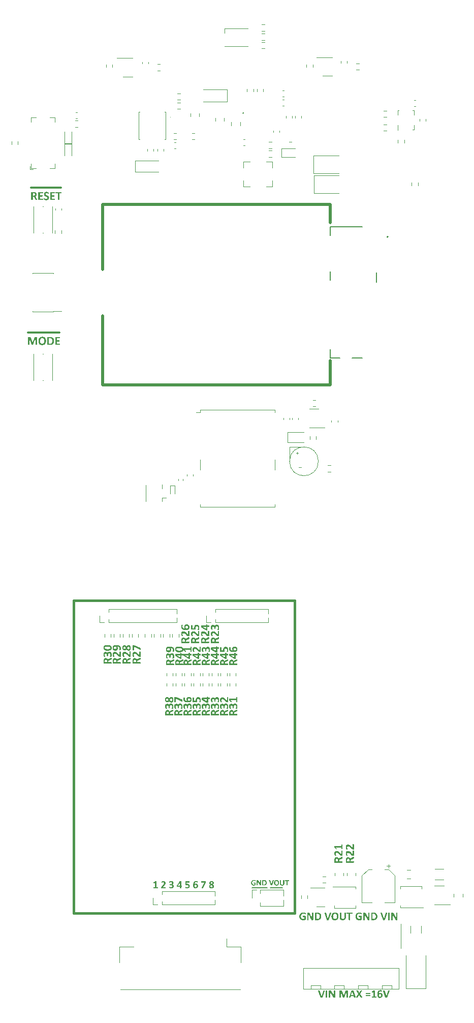
<source format=gbr>
%TF.GenerationSoftware,KiCad,Pcbnew,7.0.10*%
%TF.CreationDate,2024-03-08T14:55:51+08:00*%
%TF.ProjectId,solar_board,736f6c61-725f-4626-9f61-72642e6b6963,rev?*%
%TF.SameCoordinates,Original*%
%TF.FileFunction,Legend,Top*%
%TF.FilePolarity,Positive*%
%FSLAX46Y46*%
G04 Gerber Fmt 4.6, Leading zero omitted, Abs format (unit mm)*
G04 Created by KiCad (PCBNEW 7.0.10) date 2024-03-08 14:55:51*
%MOMM*%
%LPD*%
G01*
G04 APERTURE LIST*
%ADD10C,0.150000*%
%ADD11C,0.400000*%
%ADD12C,0.300000*%
%ADD13C,0.250000*%
%ADD14C,0.200000*%
%ADD15C,0.120000*%
%ADD16C,0.500000*%
%ADD17C,0.127000*%
%ADD18C,0.100000*%
%ADD19C,0.010000*%
G04 APERTURE END LIST*
D10*
X110436000Y-164989001D02*
X112468000Y-164989001D01*
D11*
X77670000Y-117110001D02*
X114500000Y-117110001D01*
X114500000Y-169180001D01*
X77670000Y-169180001D01*
X77670000Y-117110001D01*
D10*
X107388000Y-164989001D02*
X109928000Y-164989001D01*
D12*
G36*
X97328308Y-135285344D02*
G01*
X97332384Y-135287268D01*
X97341781Y-135298928D01*
X97344840Y-135306685D01*
X97348524Y-135321606D01*
X97350699Y-135336375D01*
X97352168Y-135352114D01*
X97352969Y-135368326D01*
X97353483Y-135384765D01*
X97353783Y-135400530D01*
X97353955Y-135417841D01*
X97354000Y-135433447D01*
X97353935Y-135449040D01*
X97353697Y-135465670D01*
X97353284Y-135480616D01*
X97352597Y-135495637D01*
X97352168Y-135502324D01*
X97350472Y-135517314D01*
X97347587Y-135532564D01*
X97344474Y-135542990D01*
X97337808Y-135556468D01*
X97330552Y-135564239D01*
X97317592Y-135571467D01*
X97309669Y-135574497D01*
X97018410Y-135693932D01*
X97003231Y-135700669D01*
X96988607Y-135707370D01*
X96974537Y-135714036D01*
X96961022Y-135720665D01*
X96945536Y-135728574D01*
X96930849Y-135736430D01*
X96916874Y-135744291D01*
X96903801Y-135752487D01*
X96891629Y-135761018D01*
X96878569Y-135771394D01*
X96866735Y-135782226D01*
X96856111Y-135793654D01*
X96846679Y-135805818D01*
X96838440Y-135818718D01*
X96831392Y-135832355D01*
X96827900Y-135840478D01*
X96822761Y-135855394D01*
X96818884Y-135871292D01*
X96816270Y-135888172D01*
X96815033Y-135903422D01*
X96814711Y-135916682D01*
X96814711Y-136001312D01*
X97311501Y-136001312D01*
X97325652Y-136005227D01*
X97329819Y-136008273D01*
X97338750Y-136019950D01*
X97343009Y-136030254D01*
X97346895Y-136045682D01*
X97349556Y-136060558D01*
X97351069Y-136071287D01*
X97352485Y-136086872D01*
X97353356Y-136102672D01*
X97353816Y-136117999D01*
X97353997Y-136134728D01*
X97354000Y-136137233D01*
X97353859Y-136153770D01*
X97353439Y-136169079D01*
X97352614Y-136185073D01*
X97351249Y-136201151D01*
X97351069Y-136202812D01*
X97348829Y-136218032D01*
X97345669Y-136233557D01*
X97342642Y-136244211D01*
X97336365Y-136257975D01*
X97329453Y-136265827D01*
X97315783Y-136271666D01*
X97310769Y-136272055D01*
X96102866Y-136272055D01*
X96086731Y-136271243D01*
X96070187Y-136268246D01*
X96056097Y-136263039D01*
X96042999Y-136254384D01*
X96037653Y-136248974D01*
X96028837Y-136236609D01*
X96022540Y-136222962D01*
X96018762Y-136208033D01*
X96017503Y-136191821D01*
X96017503Y-136001312D01*
X96228528Y-136001312D01*
X96603685Y-136001312D01*
X96603685Y-135863192D01*
X96603355Y-135845566D01*
X96602362Y-135828638D01*
X96600707Y-135812408D01*
X96598390Y-135796875D01*
X96595412Y-135782039D01*
X96590964Y-135765158D01*
X96590130Y-135762442D01*
X96584523Y-135746621D01*
X96578143Y-135731856D01*
X96570990Y-135718148D01*
X96563065Y-135705495D01*
X96552842Y-135692069D01*
X96551295Y-135690268D01*
X96539780Y-135678307D01*
X96527353Y-135667748D01*
X96514014Y-135658592D01*
X96499764Y-135650838D01*
X96491212Y-135647037D01*
X96475599Y-135641327D01*
X96459215Y-135637020D01*
X96444557Y-135634444D01*
X96429333Y-135632898D01*
X96413542Y-135632383D01*
X96397474Y-135632852D01*
X96382058Y-135634260D01*
X96367295Y-135636608D01*
X96349758Y-135640861D01*
X96333241Y-135646582D01*
X96317744Y-135653770D01*
X96303267Y-135662425D01*
X96289838Y-135672637D01*
X96277714Y-135684729D01*
X96266897Y-135698698D01*
X96259183Y-135711226D01*
X96252305Y-135724956D01*
X96246263Y-135739888D01*
X96241057Y-135756023D01*
X96239886Y-135760244D01*
X96236619Y-135775042D01*
X96234100Y-135789696D01*
X96232011Y-135805496D01*
X96231826Y-135807139D01*
X96230232Y-135823541D01*
X96229353Y-135838463D01*
X96228789Y-135855278D01*
X96228557Y-135871197D01*
X96228528Y-135879679D01*
X96228528Y-136001312D01*
X96017503Y-136001312D01*
X96017503Y-135846706D01*
X96017556Y-135830685D01*
X96017717Y-135815594D01*
X96018052Y-135798712D01*
X96018542Y-135783170D01*
X96019308Y-135766731D01*
X96019701Y-135760244D01*
X96020708Y-135743597D01*
X96021899Y-135727729D01*
X96023273Y-135712640D01*
X96024830Y-135698328D01*
X96027108Y-135683361D01*
X96029681Y-135668683D01*
X96032551Y-135654295D01*
X96036839Y-135635562D01*
X96041653Y-135617344D01*
X96046994Y-135599641D01*
X96052862Y-135582453D01*
X96059256Y-135565781D01*
X96064397Y-135553615D01*
X96071633Y-135537804D01*
X96079418Y-135522611D01*
X96087753Y-135508037D01*
X96096637Y-135494080D01*
X96106071Y-135480742D01*
X96116055Y-135468023D01*
X96126588Y-135455921D01*
X96137670Y-135444438D01*
X96149199Y-135433510D01*
X96161255Y-135423258D01*
X96173837Y-135413681D01*
X96186946Y-135404779D01*
X96200582Y-135396553D01*
X96214744Y-135389003D01*
X96229433Y-135382127D01*
X96244648Y-135375928D01*
X96260408Y-135370347D01*
X96276728Y-135365509D01*
X96293610Y-135361416D01*
X96311052Y-135358068D01*
X96329055Y-135355463D01*
X96347620Y-135353603D01*
X96366745Y-135352486D01*
X96381457Y-135352137D01*
X96386431Y-135352114D01*
X96403101Y-135352383D01*
X96419404Y-135353190D01*
X96435341Y-135354536D01*
X96450912Y-135356419D01*
X96466116Y-135358840D01*
X96480953Y-135361800D01*
X96495425Y-135365298D01*
X96509530Y-135369333D01*
X96526637Y-135374993D01*
X96543154Y-135381441D01*
X96559080Y-135388675D01*
X96574416Y-135396696D01*
X96589162Y-135405505D01*
X96603318Y-135415100D01*
X96608815Y-135419159D01*
X96622161Y-135429839D01*
X96634954Y-135441270D01*
X96647192Y-135453452D01*
X96658875Y-135466386D01*
X96670003Y-135480070D01*
X96680578Y-135494507D01*
X96684652Y-135500492D01*
X96694423Y-135515935D01*
X96701802Y-135528767D01*
X96708791Y-135542021D01*
X96715392Y-135555700D01*
X96721603Y-135569802D01*
X96727424Y-135584328D01*
X96732857Y-135599277D01*
X96736676Y-135610767D01*
X96744209Y-135595998D01*
X96752521Y-135581733D01*
X96761611Y-135567971D01*
X96771480Y-135554714D01*
X96780717Y-135543331D01*
X96790795Y-135532264D01*
X96801714Y-135521512D01*
X96813475Y-135511076D01*
X96820573Y-135505254D01*
X96833621Y-135495137D01*
X96847441Y-135485299D01*
X96859900Y-135477090D01*
X96872926Y-135469087D01*
X96886519Y-135461291D01*
X96900730Y-135453623D01*
X96915610Y-135446006D01*
X96931161Y-135438442D01*
X96944631Y-135432177D01*
X96958567Y-135425948D01*
X96970050Y-135420991D01*
X97229069Y-135308517D01*
X97242774Y-135303107D01*
X97256939Y-135297708D01*
X97272266Y-135292208D01*
X97285489Y-135288000D01*
X97300366Y-135284319D01*
X97313333Y-135282871D01*
X97328308Y-135285344D01*
G37*
G36*
X96964554Y-134257418D02*
G01*
X96983039Y-134257753D01*
X97001125Y-134258757D01*
X97018811Y-134260432D01*
X97036098Y-134262776D01*
X97052986Y-134265790D01*
X97069475Y-134269473D01*
X97085564Y-134273827D01*
X97101254Y-134278850D01*
X97116545Y-134284543D01*
X97131436Y-134290906D01*
X97141142Y-134295520D01*
X97155352Y-134302928D01*
X97169130Y-134310864D01*
X97182477Y-134319328D01*
X97195392Y-134328321D01*
X97207876Y-134337841D01*
X97219929Y-134347890D01*
X97231550Y-134358466D01*
X97242739Y-134369571D01*
X97253497Y-134381204D01*
X97263824Y-134393365D01*
X97270468Y-134401765D01*
X97280073Y-134414712D01*
X97289239Y-134428135D01*
X97297967Y-134442035D01*
X97306258Y-134456411D01*
X97314110Y-134471264D01*
X97321525Y-134486593D01*
X97328501Y-134502399D01*
X97335040Y-134518681D01*
X97341141Y-134535440D01*
X97346804Y-134552676D01*
X97350336Y-134564431D01*
X97355181Y-134582377D01*
X97359549Y-134600632D01*
X97363441Y-134619197D01*
X97366857Y-134638070D01*
X97369795Y-134657253D01*
X97372258Y-134676745D01*
X97374243Y-134696545D01*
X97375752Y-134716655D01*
X97376785Y-134737074D01*
X97377341Y-134757803D01*
X97377447Y-134771793D01*
X97377309Y-134788612D01*
X97376897Y-134805178D01*
X97376210Y-134821493D01*
X97375249Y-134837556D01*
X97374012Y-134853366D01*
X97372501Y-134868926D01*
X97370715Y-134884233D01*
X97368654Y-134899288D01*
X97366479Y-134914006D01*
X97363566Y-134931807D01*
X97360439Y-134948946D01*
X97357098Y-134965424D01*
X97353542Y-134981239D01*
X97349771Y-134996393D01*
X97347405Y-135005167D01*
X97342571Y-135021787D01*
X97337685Y-135037299D01*
X97332748Y-135051703D01*
X97326922Y-135067107D01*
X97321027Y-135081005D01*
X97314409Y-135094583D01*
X97307103Y-135108014D01*
X97298678Y-135120206D01*
X97286972Y-135129937D01*
X97279261Y-135134127D01*
X97265047Y-135139090D01*
X97253982Y-135142187D01*
X97238633Y-135145139D01*
X97224036Y-135146805D01*
X97217346Y-135147317D01*
X97201151Y-135148151D01*
X97186291Y-135148576D01*
X97169981Y-135148769D01*
X97164223Y-135148782D01*
X97148858Y-135148585D01*
X97132475Y-135147830D01*
X97116193Y-135146232D01*
X97101321Y-135143461D01*
X97092782Y-135140722D01*
X97079735Y-135132545D01*
X97072809Y-135118830D01*
X97072632Y-135115809D01*
X97076871Y-135100671D01*
X97084132Y-135086357D01*
X97087653Y-135080272D01*
X97095140Y-135066762D01*
X97101955Y-135053514D01*
X97109015Y-135038933D01*
X97115262Y-135025375D01*
X97119526Y-135015792D01*
X97125906Y-135000628D01*
X97132132Y-134984536D01*
X97137201Y-134970418D01*
X97142164Y-134955657D01*
X97147019Y-134940251D01*
X97151766Y-134924201D01*
X97155988Y-134907374D01*
X97159494Y-134889868D01*
X97161784Y-134875374D01*
X97163616Y-134860445D01*
X97164990Y-134845080D01*
X97165906Y-134829281D01*
X97166364Y-134813046D01*
X97166421Y-134804766D01*
X97166090Y-134787351D01*
X97165097Y-134770598D01*
X97163442Y-134754507D01*
X97161126Y-134739078D01*
X97158147Y-134724311D01*
X97153699Y-134707464D01*
X97152866Y-134704749D01*
X97147258Y-134688988D01*
X97140879Y-134674128D01*
X97133726Y-134660171D01*
X97125800Y-134647115D01*
X97117102Y-134634960D01*
X97114031Y-134631109D01*
X97102641Y-134618542D01*
X97090269Y-134607447D01*
X97076915Y-134597825D01*
X97062580Y-134589676D01*
X97053947Y-134585680D01*
X97038031Y-134579827D01*
X97023803Y-134575955D01*
X97009034Y-134573138D01*
X96993724Y-134571378D01*
X96977873Y-134570674D01*
X96975179Y-134570659D01*
X96960528Y-134571097D01*
X96943561Y-134572780D01*
X96927263Y-134575726D01*
X96911635Y-134579933D01*
X96896677Y-134585403D01*
X96889450Y-134588611D01*
X96875561Y-134595974D01*
X96862470Y-134604599D01*
X96850179Y-134614487D01*
X96838685Y-134625637D01*
X96827991Y-134638049D01*
X96824603Y-134642467D01*
X96814874Y-134656450D01*
X96807436Y-134669106D01*
X96800606Y-134682675D01*
X96794385Y-134697156D01*
X96788771Y-134712550D01*
X96783766Y-134728855D01*
X96782838Y-134732226D01*
X96778510Y-134749530D01*
X96775577Y-134764056D01*
X96773112Y-134779188D01*
X96771117Y-134794927D01*
X96769592Y-134811274D01*
X96768535Y-134828227D01*
X96767949Y-134845786D01*
X96767817Y-134859354D01*
X96767817Y-134974759D01*
X96766529Y-134989986D01*
X96764519Y-134997474D01*
X96755108Y-135009564D01*
X96750231Y-135012861D01*
X96736668Y-135018444D01*
X96722082Y-135021490D01*
X96720922Y-135021654D01*
X96705037Y-135023216D01*
X96689359Y-135023968D01*
X96673352Y-135024216D01*
X96671463Y-135024218D01*
X96656406Y-135024015D01*
X96641580Y-135023314D01*
X96626433Y-135021811D01*
X96625301Y-135021654D01*
X96610323Y-135018605D01*
X96597824Y-135013594D01*
X96586822Y-135003653D01*
X96584268Y-134998939D01*
X96580557Y-134984407D01*
X96580238Y-134977690D01*
X96580238Y-134861186D01*
X96580015Y-134846469D01*
X96579108Y-134828667D01*
X96577503Y-134811528D01*
X96575201Y-134795051D01*
X96572201Y-134779235D01*
X96568503Y-134764081D01*
X96565950Y-134755307D01*
X96561075Y-134741133D01*
X96554446Y-134725094D01*
X96546967Y-134710110D01*
X96538638Y-134696182D01*
X96529459Y-134683311D01*
X96524551Y-134677271D01*
X96514135Y-134665984D01*
X96502947Y-134655753D01*
X96490986Y-134646578D01*
X96478252Y-134638459D01*
X96464745Y-134631397D01*
X96460071Y-134629277D01*
X96445512Y-134623675D01*
X96430412Y-134619231D01*
X96414772Y-134615947D01*
X96398590Y-134613822D01*
X96381868Y-134612856D01*
X96376173Y-134612791D01*
X96360961Y-134613335D01*
X96346100Y-134614965D01*
X96331589Y-134617682D01*
X96317429Y-134621487D01*
X96309495Y-134624148D01*
X96294131Y-134630514D01*
X96279911Y-134638253D01*
X96266836Y-134647367D01*
X96254907Y-134657854D01*
X96243984Y-134669669D01*
X96234299Y-134683133D01*
X96226838Y-134696266D01*
X96220324Y-134710662D01*
X96218637Y-134715007D01*
X96213355Y-134730830D01*
X96209860Y-134745341D01*
X96207318Y-134760729D01*
X96205730Y-134776992D01*
X96205094Y-134794131D01*
X96205081Y-134797072D01*
X96205439Y-134813741D01*
X96206512Y-134830088D01*
X96208301Y-134846113D01*
X96210806Y-134861816D01*
X96214026Y-134877197D01*
X96217961Y-134892255D01*
X96219736Y-134898189D01*
X96224281Y-134912725D01*
X96228988Y-134926797D01*
X96234848Y-134943068D01*
X96240940Y-134958670D01*
X96247265Y-134973603D01*
X96251609Y-134983185D01*
X96257989Y-134996937D01*
X96265237Y-135011971D01*
X96272275Y-135025918D01*
X96280060Y-135040527D01*
X96283849Y-135047299D01*
X96291111Y-135060859D01*
X96296758Y-135074519D01*
X96298870Y-135085767D01*
X96295573Y-135100056D01*
X96284393Y-135109552D01*
X96282018Y-135110680D01*
X96267695Y-135114634D01*
X96252709Y-135116908D01*
X96236823Y-135118025D01*
X96221145Y-135118561D01*
X96205139Y-135118738D01*
X96203249Y-135118740D01*
X96188502Y-135118633D01*
X96172977Y-135118221D01*
X96161850Y-135117641D01*
X96146463Y-135116084D01*
X96134006Y-135113611D01*
X96119721Y-135108452D01*
X96114956Y-135105917D01*
X96103180Y-135096771D01*
X96097370Y-135090896D01*
X96088240Y-135078994D01*
X96080290Y-135066575D01*
X96072104Y-135052664D01*
X96069893Y-135048765D01*
X96062091Y-135034031D01*
X96055488Y-135020146D01*
X96048962Y-135005102D01*
X96042514Y-134988899D01*
X96037199Y-134974511D01*
X96035088Y-134968531D01*
X96029841Y-134952946D01*
X96024863Y-134936646D01*
X96020153Y-134919630D01*
X96015711Y-134901898D01*
X96012351Y-134887198D01*
X96009162Y-134872040D01*
X96006145Y-134856423D01*
X96003312Y-134840412D01*
X96000856Y-134824069D01*
X95998778Y-134807393D01*
X95997078Y-134790386D01*
X95995755Y-134773047D01*
X95994811Y-134755375D01*
X95994244Y-134737372D01*
X95994055Y-134719037D01*
X95994258Y-134701095D01*
X95994867Y-134683539D01*
X95995881Y-134666370D01*
X95997301Y-134649588D01*
X95999127Y-134633192D01*
X96001358Y-134617182D01*
X96003995Y-134601558D01*
X96007038Y-134586321D01*
X96010487Y-134571471D01*
X96014341Y-134557006D01*
X96017136Y-134547578D01*
X96023135Y-134529266D01*
X96029776Y-134511697D01*
X96037057Y-134494873D01*
X96044980Y-134478793D01*
X96053544Y-134463458D01*
X96062749Y-134448866D01*
X96072595Y-134435019D01*
X96083082Y-134421915D01*
X96094113Y-134409488D01*
X96105774Y-134397850D01*
X96118064Y-134387002D01*
X96130984Y-134376944D01*
X96144534Y-134367676D01*
X96158713Y-134359198D01*
X96173522Y-134351510D01*
X96188961Y-134344612D01*
X96204875Y-134338430D01*
X96221293Y-134333072D01*
X96238214Y-134328538D01*
X96255639Y-134324829D01*
X96273568Y-134321944D01*
X96292001Y-134319883D01*
X96310938Y-134318646D01*
X96330378Y-134318234D01*
X96345547Y-134318475D01*
X96360465Y-134319196D01*
X96375131Y-134320398D01*
X96393110Y-134322577D01*
X96410695Y-134325507D01*
X96427886Y-134329189D01*
X96444683Y-134333622D01*
X96460901Y-134338788D01*
X96476583Y-134344670D01*
X96491728Y-134351267D01*
X96506336Y-134358580D01*
X96520407Y-134366609D01*
X96533942Y-134375353D01*
X96539205Y-134379051D01*
X96551838Y-134388806D01*
X96563863Y-134399294D01*
X96575280Y-134410515D01*
X96586089Y-134422471D01*
X96596289Y-134435159D01*
X96605881Y-134448581D01*
X96609547Y-134454155D01*
X96618243Y-134468463D01*
X96626241Y-134483450D01*
X96633542Y-134499117D01*
X96640144Y-134515464D01*
X96646050Y-134532491D01*
X96650271Y-134546602D01*
X96653145Y-134557470D01*
X96656076Y-134557470D01*
X96658474Y-134540199D01*
X96661457Y-134523375D01*
X96665023Y-134506998D01*
X96669173Y-134491067D01*
X96673907Y-134475582D01*
X96679225Y-134460544D01*
X96685127Y-134445952D01*
X96691613Y-134431807D01*
X96698614Y-134418154D01*
X96706061Y-134405040D01*
X96713955Y-134392463D01*
X96724451Y-134377499D01*
X96735644Y-134363376D01*
X96747535Y-134350093D01*
X96760123Y-134337652D01*
X96773214Y-134325963D01*
X96786842Y-134315169D01*
X96801006Y-134305269D01*
X96815707Y-134296264D01*
X96830945Y-134288153D01*
X96846720Y-134280937D01*
X96853180Y-134278301D01*
X96869519Y-134272284D01*
X96886253Y-134267288D01*
X96903379Y-134263311D01*
X96920900Y-134260354D01*
X96938814Y-134258417D01*
X96957121Y-134257499D01*
X96964554Y-134257418D01*
G37*
G36*
X96925198Y-133167025D02*
G01*
X96943830Y-133167846D01*
X96962198Y-133169215D01*
X96980302Y-133171131D01*
X96998142Y-133173594D01*
X97015718Y-133176605D01*
X97033030Y-133180163D01*
X97050077Y-133184268D01*
X97066861Y-133188921D01*
X97083381Y-133194121D01*
X97094247Y-133197892D01*
X97110250Y-133203917D01*
X97125833Y-133210450D01*
X97140998Y-133217492D01*
X97155745Y-133225043D01*
X97170073Y-133233103D01*
X97183982Y-133241671D01*
X97197473Y-133250749D01*
X97210545Y-133260334D01*
X97223199Y-133270429D01*
X97235433Y-133281033D01*
X97243357Y-133288384D01*
X97254869Y-133299826D01*
X97265910Y-133311757D01*
X97276482Y-133324178D01*
X97286583Y-133337088D01*
X97296214Y-133350487D01*
X97305375Y-133364376D01*
X97314065Y-133378755D01*
X97322286Y-133393622D01*
X97330037Y-133408980D01*
X97337317Y-133424826D01*
X97341909Y-133435663D01*
X97348260Y-133452315D01*
X97353987Y-133469438D01*
X97359088Y-133487031D01*
X97363565Y-133505094D01*
X97367417Y-133523628D01*
X97370645Y-133542631D01*
X97373248Y-133562105D01*
X97375226Y-133582048D01*
X97376579Y-133602462D01*
X97377308Y-133623346D01*
X97377447Y-133637529D01*
X97377260Y-133654768D01*
X97376700Y-133671588D01*
X97375766Y-133687990D01*
X97374459Y-133703973D01*
X97372778Y-133719537D01*
X97370723Y-133734683D01*
X97368296Y-133749410D01*
X97364477Y-133768396D01*
X97359995Y-133786636D01*
X97356198Y-133799829D01*
X97350599Y-133816762D01*
X97344428Y-133833122D01*
X97337685Y-133848910D01*
X97330369Y-133864126D01*
X97322481Y-133878769D01*
X97314020Y-133892840D01*
X97304987Y-133906338D01*
X97295381Y-133919264D01*
X97285134Y-133931531D01*
X97274361Y-133943237D01*
X97263061Y-133954383D01*
X97251234Y-133964967D01*
X97238881Y-133974991D01*
X97226001Y-133984453D01*
X97212594Y-133993355D01*
X97198661Y-134001695D01*
X97184241Y-134009464D01*
X97169375Y-134016831D01*
X97154062Y-134023798D01*
X97138303Y-134030364D01*
X97122097Y-134036529D01*
X97105444Y-134042293D01*
X97088345Y-134047657D01*
X97070800Y-134052620D01*
X97052751Y-134057200D01*
X97034324Y-134061413D01*
X97015519Y-134065260D01*
X96996336Y-134068740D01*
X96981701Y-134071110D01*
X96966854Y-134073274D01*
X96951794Y-134075232D01*
X96936522Y-134076983D01*
X96921037Y-134078529D01*
X96915828Y-134078998D01*
X96900007Y-134080242D01*
X96884006Y-134081364D01*
X96867824Y-134082363D01*
X96851462Y-134083240D01*
X96834920Y-134083995D01*
X96818197Y-134084627D01*
X96801295Y-134085137D01*
X96784211Y-134085524D01*
X96766948Y-134085789D01*
X96749504Y-134085932D01*
X96737775Y-134085959D01*
X96723010Y-134085892D01*
X96708116Y-134085689D01*
X96693094Y-134085351D01*
X96677943Y-134084877D01*
X96662663Y-134084269D01*
X96647254Y-134083525D01*
X96631717Y-134082646D01*
X96616050Y-134081632D01*
X96600255Y-134080482D01*
X96584331Y-134079197D01*
X96573644Y-134078266D01*
X96557598Y-134076697D01*
X96541611Y-134074878D01*
X96525682Y-134072808D01*
X96509810Y-134070486D01*
X96493997Y-134067913D01*
X96478241Y-134065089D01*
X96462544Y-134062014D01*
X96446904Y-134058688D01*
X96431323Y-134055111D01*
X96415799Y-134051282D01*
X96405482Y-134048590D01*
X96390029Y-134044242D01*
X96374716Y-134039578D01*
X96359546Y-134034599D01*
X96344517Y-134029304D01*
X96329630Y-134023694D01*
X96314885Y-134017768D01*
X96300281Y-134011527D01*
X96285819Y-134004970D01*
X96271498Y-133998097D01*
X96257320Y-133990909D01*
X96247946Y-133985942D01*
X96234028Y-133978186D01*
X96220438Y-133970031D01*
X96207177Y-133961476D01*
X96194245Y-133952523D01*
X96181641Y-133943170D01*
X96169365Y-133933417D01*
X96157418Y-133923266D01*
X96145799Y-133912715D01*
X96134508Y-133901765D01*
X96123546Y-133890415D01*
X96116421Y-133882627D01*
X96106048Y-133870508D01*
X96096088Y-133857919D01*
X96086539Y-133844860D01*
X96077403Y-133831330D01*
X96068679Y-133817331D01*
X96060367Y-133802861D01*
X96052468Y-133787922D01*
X96044980Y-133772512D01*
X96037905Y-133756632D01*
X96031241Y-133740282D01*
X96027028Y-133729120D01*
X96021136Y-133711863D01*
X96015823Y-133694027D01*
X96011089Y-133675611D01*
X96006935Y-133656615D01*
X96003361Y-133637039D01*
X96000367Y-133616884D01*
X95997952Y-133596150D01*
X95996116Y-133574835D01*
X95994860Y-133552941D01*
X95994345Y-133538024D01*
X95994088Y-133522848D01*
X95994055Y-133515164D01*
X95994223Y-133500451D01*
X95994725Y-133485711D01*
X95995562Y-133470947D01*
X95996734Y-133456156D01*
X95998241Y-133441340D01*
X95998818Y-133436395D01*
X96000694Y-133421639D01*
X96003111Y-133404977D01*
X96005773Y-133388911D01*
X96008681Y-133373441D01*
X96010908Y-133362756D01*
X96014219Y-133348341D01*
X96018260Y-133333068D01*
X96023135Y-133317419D01*
X96027761Y-133304871D01*
X96033798Y-133290404D01*
X96041193Y-133276815D01*
X96043881Y-133273363D01*
X96055147Y-133263884D01*
X96059268Y-133261640D01*
X96073329Y-133256237D01*
X96077586Y-133255045D01*
X96092621Y-133252310D01*
X96102133Y-133251381D01*
X96117320Y-133250593D01*
X96132827Y-133250300D01*
X96138036Y-133250282D01*
X96153492Y-133250374D01*
X96169293Y-133250696D01*
X96184878Y-133251326D01*
X96191892Y-133251748D01*
X96206713Y-133253259D01*
X96221326Y-133256307D01*
X96225231Y-133257610D01*
X96238234Y-133264709D01*
X96242084Y-133268967D01*
X96247088Y-133283061D01*
X96247213Y-133286186D01*
X96245352Y-133301489D01*
X96241417Y-133315982D01*
X96240618Y-133318426D01*
X96235912Y-133332771D01*
X96231332Y-133347540D01*
X96226966Y-133362240D01*
X96225964Y-133365687D01*
X96221888Y-133380227D01*
X96218087Y-133396004D01*
X96214987Y-133410823D01*
X96212096Y-133426588D01*
X96211309Y-133431266D01*
X96208883Y-133448194D01*
X96207277Y-133463624D01*
X96206109Y-133479904D01*
X96205379Y-133497035D01*
X96205105Y-133511959D01*
X96205081Y-133518095D01*
X96205348Y-133533531D01*
X96206150Y-133548517D01*
X96208051Y-133567797D01*
X96210901Y-133586276D01*
X96214703Y-133603953D01*
X96219454Y-133620828D01*
X96225155Y-133636903D01*
X96231807Y-133652175D01*
X96235489Y-133659511D01*
X96243435Y-133673559D01*
X96252067Y-133686943D01*
X96261387Y-133699663D01*
X96271393Y-133711718D01*
X96282086Y-133723110D01*
X96293467Y-133733837D01*
X96305534Y-133743901D01*
X96318288Y-133753301D01*
X96331649Y-133761973D01*
X96345536Y-133770039D01*
X96359950Y-133777498D01*
X96374891Y-133784350D01*
X96390358Y-133790595D01*
X96406353Y-133796234D01*
X96422873Y-133801266D01*
X96439921Y-133805691D01*
X96457289Y-133809572D01*
X96474954Y-133812972D01*
X96492918Y-133815892D01*
X96511178Y-133818330D01*
X96529737Y-133820288D01*
X96548593Y-133821765D01*
X96567747Y-133822761D01*
X96587199Y-133823276D01*
X96578985Y-133809978D01*
X96570829Y-133795636D01*
X96563627Y-133782011D01*
X96558256Y-133771252D01*
X96551364Y-133756277D01*
X96545747Y-133742648D01*
X96540515Y-133728528D01*
X96535669Y-133713917D01*
X96533710Y-133707505D01*
X96529254Y-133692033D01*
X96525185Y-133676069D01*
X96521501Y-133659615D01*
X96518650Y-133645121D01*
X96516491Y-133632767D01*
X96514250Y-133617474D01*
X96513282Y-133608953D01*
X96720922Y-133608953D01*
X96721328Y-133624969D01*
X96722545Y-133640870D01*
X96724574Y-133656654D01*
X96726051Y-133665373D01*
X96729255Y-133680948D01*
X96733096Y-133696349D01*
X96737576Y-133711577D01*
X96740339Y-133719961D01*
X96745781Y-133734860D01*
X96751803Y-133749469D01*
X96758404Y-133763789D01*
X96762321Y-133771619D01*
X96769650Y-133785194D01*
X96777210Y-133798306D01*
X96785003Y-133810954D01*
X96789432Y-133817781D01*
X96809587Y-133817674D01*
X96829111Y-133817356D01*
X96848004Y-133816824D01*
X96866266Y-133816080D01*
X96883896Y-133815124D01*
X96900896Y-133813955D01*
X96917264Y-133812574D01*
X96933001Y-133810980D01*
X96948107Y-133809174D01*
X96967267Y-133806434D01*
X96971882Y-133805691D01*
X96989639Y-133802393D01*
X97006457Y-133798730D01*
X97022337Y-133794700D01*
X97037278Y-133790303D01*
X97051280Y-133785541D01*
X97067462Y-133779072D01*
X97082177Y-133772031D01*
X97087653Y-133769054D01*
X97100440Y-133761097D01*
X97114178Y-133750793D01*
X97126165Y-133739665D01*
X97136401Y-133727712D01*
X97144884Y-133714935D01*
X97148469Y-133708238D01*
X97154570Y-133694087D01*
X97159409Y-133679112D01*
X97162985Y-133663312D01*
X97165299Y-133646689D01*
X97166351Y-133629240D01*
X97166421Y-133623241D01*
X97165816Y-133605930D01*
X97164000Y-133589444D01*
X97160973Y-133573782D01*
X97156735Y-133558944D01*
X97151287Y-133544931D01*
X97149202Y-133540443D01*
X97142118Y-133527529D01*
X97132616Y-133513504D01*
X97121782Y-133500601D01*
X97109615Y-133488820D01*
X97100109Y-133481092D01*
X97087796Y-133472574D01*
X97074761Y-133464880D01*
X97061005Y-133458011D01*
X97046528Y-133451966D01*
X97031330Y-133446745D01*
X97026103Y-133445188D01*
X97009896Y-133440955D01*
X96993148Y-133437598D01*
X96975859Y-133435116D01*
X96961038Y-133433717D01*
X96945841Y-133432926D01*
X96933413Y-133432732D01*
X96917469Y-133432964D01*
X96902151Y-133433662D01*
X96887459Y-133434825D01*
X96870654Y-133436834D01*
X96854752Y-133439513D01*
X96842189Y-133442257D01*
X96827789Y-133446091D01*
X96812096Y-133451573D01*
X96797595Y-133458143D01*
X96784287Y-133465799D01*
X96775510Y-133471933D01*
X96764298Y-133481557D01*
X96754383Y-133492479D01*
X96745765Y-133504698D01*
X96738445Y-133518215D01*
X96734844Y-133526521D01*
X96729419Y-133541986D01*
X96725830Y-133556386D01*
X96723220Y-133571842D01*
X96721588Y-133588354D01*
X96720936Y-133605922D01*
X96720922Y-133608953D01*
X96513282Y-133608953D01*
X96512472Y-133601820D01*
X96511158Y-133585806D01*
X96510308Y-133569431D01*
X96509922Y-133552696D01*
X96509896Y-133547037D01*
X96510144Y-133528336D01*
X96510888Y-133510149D01*
X96512128Y-133492478D01*
X96513863Y-133475322D01*
X96516095Y-133458681D01*
X96518822Y-133442555D01*
X96522045Y-133426944D01*
X96525764Y-133411849D01*
X96529979Y-133397269D01*
X96534690Y-133383204D01*
X96538106Y-133374114D01*
X96545439Y-133356482D01*
X96553516Y-133339675D01*
X96562338Y-133323693D01*
X96571903Y-133308534D01*
X96582213Y-133294200D01*
X96593267Y-133280691D01*
X96605065Y-133268005D01*
X96617607Y-133256144D01*
X96630865Y-133244987D01*
X96644810Y-133234597D01*
X96659442Y-133224975D01*
X96674760Y-133216119D01*
X96690766Y-133208030D01*
X96707458Y-133200709D01*
X96724838Y-133194154D01*
X96742904Y-133188367D01*
X96761485Y-133183301D01*
X96775767Y-133179944D01*
X96790345Y-133176968D01*
X96805219Y-133174372D01*
X96820390Y-133172155D01*
X96835857Y-133170319D01*
X96851620Y-133168862D01*
X96867679Y-133167786D01*
X96884034Y-133167089D01*
X96900686Y-133166772D01*
X96906302Y-133166751D01*
X96925198Y-133167025D01*
G37*
G36*
X101900308Y-135285344D02*
G01*
X101904384Y-135287268D01*
X101913781Y-135298928D01*
X101916840Y-135306685D01*
X101920524Y-135321606D01*
X101922699Y-135336375D01*
X101924168Y-135352114D01*
X101924969Y-135368326D01*
X101925483Y-135384765D01*
X101925783Y-135400530D01*
X101925955Y-135417841D01*
X101926000Y-135433447D01*
X101925935Y-135449040D01*
X101925697Y-135465670D01*
X101925284Y-135480616D01*
X101924597Y-135495637D01*
X101924168Y-135502324D01*
X101922472Y-135517314D01*
X101919587Y-135532564D01*
X101916474Y-135542990D01*
X101909808Y-135556468D01*
X101902552Y-135564239D01*
X101889592Y-135571467D01*
X101881669Y-135574497D01*
X101590410Y-135693932D01*
X101575231Y-135700669D01*
X101560607Y-135707370D01*
X101546537Y-135714036D01*
X101533022Y-135720665D01*
X101517536Y-135728574D01*
X101502849Y-135736430D01*
X101488874Y-135744291D01*
X101475801Y-135752487D01*
X101463629Y-135761018D01*
X101450569Y-135771394D01*
X101438735Y-135782226D01*
X101428111Y-135793654D01*
X101418679Y-135805818D01*
X101410440Y-135818718D01*
X101403392Y-135832355D01*
X101399900Y-135840478D01*
X101394761Y-135855394D01*
X101390884Y-135871292D01*
X101388270Y-135888172D01*
X101387033Y-135903422D01*
X101386711Y-135916682D01*
X101386711Y-136001312D01*
X101883501Y-136001312D01*
X101897652Y-136005227D01*
X101901819Y-136008273D01*
X101910750Y-136019950D01*
X101915009Y-136030254D01*
X101918895Y-136045682D01*
X101921556Y-136060558D01*
X101923069Y-136071287D01*
X101924485Y-136086872D01*
X101925356Y-136102672D01*
X101925816Y-136117999D01*
X101925997Y-136134728D01*
X101926000Y-136137233D01*
X101925859Y-136153770D01*
X101925439Y-136169079D01*
X101924614Y-136185073D01*
X101923249Y-136201151D01*
X101923069Y-136202812D01*
X101920829Y-136218032D01*
X101917669Y-136233557D01*
X101914642Y-136244211D01*
X101908365Y-136257975D01*
X101901453Y-136265827D01*
X101887783Y-136271666D01*
X101882769Y-136272055D01*
X100674866Y-136272055D01*
X100658731Y-136271243D01*
X100642187Y-136268246D01*
X100628097Y-136263039D01*
X100614999Y-136254384D01*
X100609653Y-136248974D01*
X100600837Y-136236609D01*
X100594540Y-136222962D01*
X100590762Y-136208033D01*
X100589503Y-136191821D01*
X100589503Y-136001312D01*
X100800528Y-136001312D01*
X101175685Y-136001312D01*
X101175685Y-135863192D01*
X101175355Y-135845566D01*
X101174362Y-135828638D01*
X101172707Y-135812408D01*
X101170390Y-135796875D01*
X101167412Y-135782039D01*
X101162964Y-135765158D01*
X101162130Y-135762442D01*
X101156523Y-135746621D01*
X101150143Y-135731856D01*
X101142990Y-135718148D01*
X101135065Y-135705495D01*
X101124842Y-135692069D01*
X101123295Y-135690268D01*
X101111780Y-135678307D01*
X101099353Y-135667748D01*
X101086014Y-135658592D01*
X101071764Y-135650838D01*
X101063212Y-135647037D01*
X101047599Y-135641327D01*
X101031215Y-135637020D01*
X101016557Y-135634444D01*
X101001333Y-135632898D01*
X100985542Y-135632383D01*
X100969474Y-135632852D01*
X100954058Y-135634260D01*
X100939295Y-135636608D01*
X100921758Y-135640861D01*
X100905241Y-135646582D01*
X100889744Y-135653770D01*
X100875267Y-135662425D01*
X100861838Y-135672637D01*
X100849714Y-135684729D01*
X100838897Y-135698698D01*
X100831183Y-135711226D01*
X100824305Y-135724956D01*
X100818263Y-135739888D01*
X100813057Y-135756023D01*
X100811886Y-135760244D01*
X100808619Y-135775042D01*
X100806100Y-135789696D01*
X100804011Y-135805496D01*
X100803826Y-135807139D01*
X100802232Y-135823541D01*
X100801353Y-135838463D01*
X100800789Y-135855278D01*
X100800557Y-135871197D01*
X100800528Y-135879679D01*
X100800528Y-136001312D01*
X100589503Y-136001312D01*
X100589503Y-135846706D01*
X100589556Y-135830685D01*
X100589717Y-135815594D01*
X100590052Y-135798712D01*
X100590542Y-135783170D01*
X100591308Y-135766731D01*
X100591701Y-135760244D01*
X100592708Y-135743597D01*
X100593899Y-135727729D01*
X100595273Y-135712640D01*
X100596830Y-135698328D01*
X100599108Y-135683361D01*
X100601681Y-135668683D01*
X100604551Y-135654295D01*
X100608839Y-135635562D01*
X100613653Y-135617344D01*
X100618994Y-135599641D01*
X100624862Y-135582453D01*
X100631256Y-135565781D01*
X100636397Y-135553615D01*
X100643633Y-135537804D01*
X100651418Y-135522611D01*
X100659753Y-135508037D01*
X100668637Y-135494080D01*
X100678071Y-135480742D01*
X100688055Y-135468023D01*
X100698588Y-135455921D01*
X100709670Y-135444438D01*
X100721199Y-135433510D01*
X100733255Y-135423258D01*
X100745837Y-135413681D01*
X100758946Y-135404779D01*
X100772582Y-135396553D01*
X100786744Y-135389003D01*
X100801433Y-135382127D01*
X100816648Y-135375928D01*
X100832408Y-135370347D01*
X100848728Y-135365509D01*
X100865610Y-135361416D01*
X100883052Y-135358068D01*
X100901055Y-135355463D01*
X100919620Y-135353603D01*
X100938745Y-135352486D01*
X100953457Y-135352137D01*
X100958431Y-135352114D01*
X100975101Y-135352383D01*
X100991404Y-135353190D01*
X101007341Y-135354536D01*
X101022912Y-135356419D01*
X101038116Y-135358840D01*
X101052953Y-135361800D01*
X101067425Y-135365298D01*
X101081530Y-135369333D01*
X101098637Y-135374993D01*
X101115154Y-135381441D01*
X101131080Y-135388675D01*
X101146416Y-135396696D01*
X101161162Y-135405505D01*
X101175318Y-135415100D01*
X101180815Y-135419159D01*
X101194161Y-135429839D01*
X101206954Y-135441270D01*
X101219192Y-135453452D01*
X101230875Y-135466386D01*
X101242003Y-135480070D01*
X101252578Y-135494507D01*
X101256652Y-135500492D01*
X101266423Y-135515935D01*
X101273802Y-135528767D01*
X101280791Y-135542021D01*
X101287392Y-135555700D01*
X101293603Y-135569802D01*
X101299424Y-135584328D01*
X101304857Y-135599277D01*
X101308676Y-135610767D01*
X101316209Y-135595998D01*
X101324521Y-135581733D01*
X101333611Y-135567971D01*
X101343480Y-135554714D01*
X101352717Y-135543331D01*
X101362795Y-135532264D01*
X101373714Y-135521512D01*
X101385475Y-135511076D01*
X101392573Y-135505254D01*
X101405621Y-135495137D01*
X101419441Y-135485299D01*
X101431900Y-135477090D01*
X101444926Y-135469087D01*
X101458519Y-135461291D01*
X101472730Y-135453623D01*
X101487610Y-135446006D01*
X101503161Y-135438442D01*
X101516631Y-135432177D01*
X101530567Y-135425948D01*
X101542050Y-135420991D01*
X101801069Y-135308517D01*
X101814774Y-135303107D01*
X101828939Y-135297708D01*
X101844266Y-135292208D01*
X101857489Y-135288000D01*
X101872366Y-135284319D01*
X101885333Y-135282871D01*
X101900308Y-135285344D01*
G37*
G36*
X101536554Y-134257418D02*
G01*
X101555039Y-134257753D01*
X101573125Y-134258757D01*
X101590811Y-134260432D01*
X101608098Y-134262776D01*
X101624986Y-134265790D01*
X101641475Y-134269473D01*
X101657564Y-134273827D01*
X101673254Y-134278850D01*
X101688545Y-134284543D01*
X101703436Y-134290906D01*
X101713142Y-134295520D01*
X101727352Y-134302928D01*
X101741130Y-134310864D01*
X101754477Y-134319328D01*
X101767392Y-134328321D01*
X101779876Y-134337841D01*
X101791929Y-134347890D01*
X101803550Y-134358466D01*
X101814739Y-134369571D01*
X101825497Y-134381204D01*
X101835824Y-134393365D01*
X101842468Y-134401765D01*
X101852073Y-134414712D01*
X101861239Y-134428135D01*
X101869967Y-134442035D01*
X101878258Y-134456411D01*
X101886110Y-134471264D01*
X101893525Y-134486593D01*
X101900501Y-134502399D01*
X101907040Y-134518681D01*
X101913141Y-134535440D01*
X101918804Y-134552676D01*
X101922336Y-134564431D01*
X101927181Y-134582377D01*
X101931549Y-134600632D01*
X101935441Y-134619197D01*
X101938857Y-134638070D01*
X101941795Y-134657253D01*
X101944258Y-134676745D01*
X101946243Y-134696545D01*
X101947752Y-134716655D01*
X101948785Y-134737074D01*
X101949341Y-134757803D01*
X101949447Y-134771793D01*
X101949309Y-134788612D01*
X101948897Y-134805178D01*
X101948210Y-134821493D01*
X101947249Y-134837556D01*
X101946012Y-134853366D01*
X101944501Y-134868926D01*
X101942715Y-134884233D01*
X101940654Y-134899288D01*
X101938479Y-134914006D01*
X101935566Y-134931807D01*
X101932439Y-134948946D01*
X101929098Y-134965424D01*
X101925542Y-134981239D01*
X101921771Y-134996393D01*
X101919405Y-135005167D01*
X101914571Y-135021787D01*
X101909685Y-135037299D01*
X101904748Y-135051703D01*
X101898922Y-135067107D01*
X101893027Y-135081005D01*
X101886409Y-135094583D01*
X101879103Y-135108014D01*
X101870678Y-135120206D01*
X101858972Y-135129937D01*
X101851261Y-135134127D01*
X101837047Y-135139090D01*
X101825982Y-135142187D01*
X101810633Y-135145139D01*
X101796036Y-135146805D01*
X101789346Y-135147317D01*
X101773151Y-135148151D01*
X101758291Y-135148576D01*
X101741981Y-135148769D01*
X101736223Y-135148782D01*
X101720858Y-135148585D01*
X101704475Y-135147830D01*
X101688193Y-135146232D01*
X101673321Y-135143461D01*
X101664782Y-135140722D01*
X101651735Y-135132545D01*
X101644809Y-135118830D01*
X101644632Y-135115809D01*
X101648871Y-135100671D01*
X101656132Y-135086357D01*
X101659653Y-135080272D01*
X101667140Y-135066762D01*
X101673955Y-135053514D01*
X101681015Y-135038933D01*
X101687262Y-135025375D01*
X101691526Y-135015792D01*
X101697906Y-135000628D01*
X101704132Y-134984536D01*
X101709201Y-134970418D01*
X101714164Y-134955657D01*
X101719019Y-134940251D01*
X101723766Y-134924201D01*
X101727988Y-134907374D01*
X101731494Y-134889868D01*
X101733784Y-134875374D01*
X101735616Y-134860445D01*
X101736990Y-134845080D01*
X101737906Y-134829281D01*
X101738364Y-134813046D01*
X101738421Y-134804766D01*
X101738090Y-134787351D01*
X101737097Y-134770598D01*
X101735442Y-134754507D01*
X101733126Y-134739078D01*
X101730147Y-134724311D01*
X101725699Y-134707464D01*
X101724866Y-134704749D01*
X101719258Y-134688988D01*
X101712879Y-134674128D01*
X101705726Y-134660171D01*
X101697800Y-134647115D01*
X101689102Y-134634960D01*
X101686031Y-134631109D01*
X101674641Y-134618542D01*
X101662269Y-134607447D01*
X101648915Y-134597825D01*
X101634580Y-134589676D01*
X101625947Y-134585680D01*
X101610031Y-134579827D01*
X101595803Y-134575955D01*
X101581034Y-134573138D01*
X101565724Y-134571378D01*
X101549873Y-134570674D01*
X101547179Y-134570659D01*
X101532528Y-134571097D01*
X101515561Y-134572780D01*
X101499263Y-134575726D01*
X101483635Y-134579933D01*
X101468677Y-134585403D01*
X101461450Y-134588611D01*
X101447561Y-134595974D01*
X101434470Y-134604599D01*
X101422179Y-134614487D01*
X101410685Y-134625637D01*
X101399991Y-134638049D01*
X101396603Y-134642467D01*
X101386874Y-134656450D01*
X101379436Y-134669106D01*
X101372606Y-134682675D01*
X101366385Y-134697156D01*
X101360771Y-134712550D01*
X101355766Y-134728855D01*
X101354838Y-134732226D01*
X101350510Y-134749530D01*
X101347577Y-134764056D01*
X101345112Y-134779188D01*
X101343117Y-134794927D01*
X101341592Y-134811274D01*
X101340535Y-134828227D01*
X101339949Y-134845786D01*
X101339817Y-134859354D01*
X101339817Y-134974759D01*
X101338529Y-134989986D01*
X101336519Y-134997474D01*
X101327108Y-135009564D01*
X101322231Y-135012861D01*
X101308668Y-135018444D01*
X101294082Y-135021490D01*
X101292922Y-135021654D01*
X101277037Y-135023216D01*
X101261359Y-135023968D01*
X101245352Y-135024216D01*
X101243463Y-135024218D01*
X101228406Y-135024015D01*
X101213580Y-135023314D01*
X101198433Y-135021811D01*
X101197301Y-135021654D01*
X101182323Y-135018605D01*
X101169824Y-135013594D01*
X101158822Y-135003653D01*
X101156268Y-134998939D01*
X101152557Y-134984407D01*
X101152238Y-134977690D01*
X101152238Y-134861186D01*
X101152015Y-134846469D01*
X101151108Y-134828667D01*
X101149503Y-134811528D01*
X101147201Y-134795051D01*
X101144201Y-134779235D01*
X101140503Y-134764081D01*
X101137950Y-134755307D01*
X101133075Y-134741133D01*
X101126446Y-134725094D01*
X101118967Y-134710110D01*
X101110638Y-134696182D01*
X101101459Y-134683311D01*
X101096551Y-134677271D01*
X101086135Y-134665984D01*
X101074947Y-134655753D01*
X101062986Y-134646578D01*
X101050252Y-134638459D01*
X101036745Y-134631397D01*
X101032071Y-134629277D01*
X101017512Y-134623675D01*
X101002412Y-134619231D01*
X100986772Y-134615947D01*
X100970590Y-134613822D01*
X100953868Y-134612856D01*
X100948173Y-134612791D01*
X100932961Y-134613335D01*
X100918100Y-134614965D01*
X100903589Y-134617682D01*
X100889429Y-134621487D01*
X100881495Y-134624148D01*
X100866131Y-134630514D01*
X100851911Y-134638253D01*
X100838836Y-134647367D01*
X100826907Y-134657854D01*
X100815984Y-134669669D01*
X100806299Y-134683133D01*
X100798838Y-134696266D01*
X100792324Y-134710662D01*
X100790637Y-134715007D01*
X100785355Y-134730830D01*
X100781860Y-134745341D01*
X100779318Y-134760729D01*
X100777730Y-134776992D01*
X100777094Y-134794131D01*
X100777081Y-134797072D01*
X100777439Y-134813741D01*
X100778512Y-134830088D01*
X100780301Y-134846113D01*
X100782806Y-134861816D01*
X100786026Y-134877197D01*
X100789961Y-134892255D01*
X100791736Y-134898189D01*
X100796281Y-134912725D01*
X100800988Y-134926797D01*
X100806848Y-134943068D01*
X100812940Y-134958670D01*
X100819265Y-134973603D01*
X100823609Y-134983185D01*
X100829989Y-134996937D01*
X100837237Y-135011971D01*
X100844275Y-135025918D01*
X100852060Y-135040527D01*
X100855849Y-135047299D01*
X100863111Y-135060859D01*
X100868758Y-135074519D01*
X100870870Y-135085767D01*
X100867573Y-135100056D01*
X100856393Y-135109552D01*
X100854018Y-135110680D01*
X100839695Y-135114634D01*
X100824709Y-135116908D01*
X100808823Y-135118025D01*
X100793145Y-135118561D01*
X100777139Y-135118738D01*
X100775249Y-135118740D01*
X100760502Y-135118633D01*
X100744977Y-135118221D01*
X100733850Y-135117641D01*
X100718463Y-135116084D01*
X100706006Y-135113611D01*
X100691721Y-135108452D01*
X100686956Y-135105917D01*
X100675180Y-135096771D01*
X100669370Y-135090896D01*
X100660240Y-135078994D01*
X100652290Y-135066575D01*
X100644104Y-135052664D01*
X100641893Y-135048765D01*
X100634091Y-135034031D01*
X100627488Y-135020146D01*
X100620962Y-135005102D01*
X100614514Y-134988899D01*
X100609199Y-134974511D01*
X100607088Y-134968531D01*
X100601841Y-134952946D01*
X100596863Y-134936646D01*
X100592153Y-134919630D01*
X100587711Y-134901898D01*
X100584351Y-134887198D01*
X100581162Y-134872040D01*
X100578145Y-134856423D01*
X100575312Y-134840412D01*
X100572856Y-134824069D01*
X100570778Y-134807393D01*
X100569078Y-134790386D01*
X100567755Y-134773047D01*
X100566811Y-134755375D01*
X100566244Y-134737372D01*
X100566055Y-134719037D01*
X100566258Y-134701095D01*
X100566867Y-134683539D01*
X100567881Y-134666370D01*
X100569301Y-134649588D01*
X100571127Y-134633192D01*
X100573358Y-134617182D01*
X100575995Y-134601558D01*
X100579038Y-134586321D01*
X100582487Y-134571471D01*
X100586341Y-134557006D01*
X100589136Y-134547578D01*
X100595135Y-134529266D01*
X100601776Y-134511697D01*
X100609057Y-134494873D01*
X100616980Y-134478793D01*
X100625544Y-134463458D01*
X100634749Y-134448866D01*
X100644595Y-134435019D01*
X100655082Y-134421915D01*
X100666113Y-134409488D01*
X100677774Y-134397850D01*
X100690064Y-134387002D01*
X100702984Y-134376944D01*
X100716534Y-134367676D01*
X100730713Y-134359198D01*
X100745522Y-134351510D01*
X100760961Y-134344612D01*
X100776875Y-134338430D01*
X100793293Y-134333072D01*
X100810214Y-134328538D01*
X100827639Y-134324829D01*
X100845568Y-134321944D01*
X100864001Y-134319883D01*
X100882938Y-134318646D01*
X100902378Y-134318234D01*
X100917547Y-134318475D01*
X100932465Y-134319196D01*
X100947131Y-134320398D01*
X100965110Y-134322577D01*
X100982695Y-134325507D01*
X100999886Y-134329189D01*
X101016683Y-134333622D01*
X101032901Y-134338788D01*
X101048583Y-134344670D01*
X101063728Y-134351267D01*
X101078336Y-134358580D01*
X101092407Y-134366609D01*
X101105942Y-134375353D01*
X101111205Y-134379051D01*
X101123838Y-134388806D01*
X101135863Y-134399294D01*
X101147280Y-134410515D01*
X101158089Y-134422471D01*
X101168289Y-134435159D01*
X101177881Y-134448581D01*
X101181547Y-134454155D01*
X101190243Y-134468463D01*
X101198241Y-134483450D01*
X101205542Y-134499117D01*
X101212144Y-134515464D01*
X101218050Y-134532491D01*
X101222271Y-134546602D01*
X101225145Y-134557470D01*
X101228076Y-134557470D01*
X101230474Y-134540199D01*
X101233457Y-134523375D01*
X101237023Y-134506998D01*
X101241173Y-134491067D01*
X101245907Y-134475582D01*
X101251225Y-134460544D01*
X101257127Y-134445952D01*
X101263613Y-134431807D01*
X101270614Y-134418154D01*
X101278061Y-134405040D01*
X101285955Y-134392463D01*
X101296451Y-134377499D01*
X101307644Y-134363376D01*
X101319535Y-134350093D01*
X101332123Y-134337652D01*
X101345214Y-134325963D01*
X101358842Y-134315169D01*
X101373006Y-134305269D01*
X101387707Y-134296264D01*
X101402945Y-134288153D01*
X101418720Y-134280937D01*
X101425180Y-134278301D01*
X101441519Y-134272284D01*
X101458253Y-134267288D01*
X101475379Y-134263311D01*
X101492900Y-134260354D01*
X101510814Y-134258417D01*
X101529121Y-134257499D01*
X101536554Y-134257418D01*
G37*
G36*
X101536554Y-133193496D02*
G01*
X101555039Y-133193831D01*
X101573125Y-133194835D01*
X101590811Y-133196510D01*
X101608098Y-133198854D01*
X101624986Y-133201868D01*
X101641475Y-133205552D01*
X101657564Y-133209905D01*
X101673254Y-133214928D01*
X101688545Y-133220621D01*
X101703436Y-133226984D01*
X101713142Y-133231598D01*
X101727352Y-133239006D01*
X101741130Y-133246942D01*
X101754477Y-133255406D01*
X101767392Y-133264399D01*
X101779876Y-133273919D01*
X101791929Y-133283968D01*
X101803550Y-133294544D01*
X101814739Y-133305649D01*
X101825497Y-133317282D01*
X101835824Y-133329443D01*
X101842468Y-133337843D01*
X101852073Y-133350790D01*
X101861239Y-133364213D01*
X101869967Y-133378113D01*
X101878258Y-133392489D01*
X101886110Y-133407342D01*
X101893525Y-133422671D01*
X101900501Y-133438477D01*
X101907040Y-133454759D01*
X101913141Y-133471518D01*
X101918804Y-133488754D01*
X101922336Y-133500509D01*
X101927181Y-133518455D01*
X101931549Y-133536711D01*
X101935441Y-133555275D01*
X101938857Y-133574148D01*
X101941795Y-133593331D01*
X101944258Y-133612823D01*
X101946243Y-133632624D01*
X101947752Y-133652734D01*
X101948785Y-133673153D01*
X101949341Y-133693881D01*
X101949447Y-133707871D01*
X101949309Y-133724690D01*
X101948897Y-133741256D01*
X101948210Y-133757571D01*
X101947249Y-133773634D01*
X101946012Y-133789445D01*
X101944501Y-133805004D01*
X101942715Y-133820311D01*
X101940654Y-133835366D01*
X101938479Y-133850084D01*
X101935566Y-133867885D01*
X101932439Y-133885024D01*
X101929098Y-133901502D01*
X101925542Y-133917317D01*
X101921771Y-133932471D01*
X101919405Y-133941245D01*
X101914571Y-133957865D01*
X101909685Y-133973377D01*
X101904748Y-133987781D01*
X101898922Y-134003186D01*
X101893027Y-134017083D01*
X101886409Y-134030661D01*
X101879103Y-134044092D01*
X101870678Y-134056284D01*
X101858972Y-134066015D01*
X101851261Y-134070206D01*
X101837047Y-134075168D01*
X101825982Y-134078266D01*
X101810633Y-134081217D01*
X101796036Y-134082883D01*
X101789346Y-134083395D01*
X101773151Y-134084229D01*
X101758291Y-134084654D01*
X101741981Y-134084847D01*
X101736223Y-134084860D01*
X101720858Y-134084663D01*
X101704475Y-134083908D01*
X101688193Y-134082310D01*
X101673321Y-134079539D01*
X101664782Y-134076800D01*
X101651735Y-134068624D01*
X101644809Y-134054908D01*
X101644632Y-134051887D01*
X101648871Y-134036749D01*
X101656132Y-134022435D01*
X101659653Y-134016350D01*
X101667140Y-134002840D01*
X101673955Y-133989592D01*
X101681015Y-133975011D01*
X101687262Y-133961453D01*
X101691526Y-133951870D01*
X101697906Y-133936706D01*
X101704132Y-133920615D01*
X101709201Y-133906497D01*
X101714164Y-133891735D01*
X101719019Y-133876329D01*
X101723766Y-133860279D01*
X101727988Y-133843453D01*
X101731494Y-133825947D01*
X101733784Y-133811452D01*
X101735616Y-133796523D01*
X101736990Y-133781159D01*
X101737906Y-133765359D01*
X101738364Y-133749125D01*
X101738421Y-133740844D01*
X101738090Y-133723429D01*
X101737097Y-133706676D01*
X101735442Y-133690585D01*
X101733126Y-133675156D01*
X101730147Y-133660389D01*
X101725699Y-133643542D01*
X101724866Y-133640827D01*
X101719258Y-133625066D01*
X101712879Y-133610207D01*
X101705726Y-133596249D01*
X101697800Y-133583193D01*
X101689102Y-133571039D01*
X101686031Y-133567187D01*
X101674641Y-133554620D01*
X101662269Y-133543525D01*
X101648915Y-133533903D01*
X101634580Y-133525754D01*
X101625947Y-133521758D01*
X101610031Y-133515905D01*
X101595803Y-133512033D01*
X101581034Y-133509216D01*
X101565724Y-133507456D01*
X101549873Y-133506752D01*
X101547179Y-133506737D01*
X101532528Y-133507176D01*
X101515561Y-133508859D01*
X101499263Y-133511804D01*
X101483635Y-133516011D01*
X101468677Y-133521481D01*
X101461450Y-133524689D01*
X101447561Y-133532052D01*
X101434470Y-133540678D01*
X101422179Y-133550565D01*
X101410685Y-133561715D01*
X101399991Y-133574127D01*
X101396603Y-133578545D01*
X101386874Y-133592528D01*
X101379436Y-133605185D01*
X101372606Y-133618753D01*
X101366385Y-133633234D01*
X101360771Y-133648628D01*
X101355766Y-133664933D01*
X101354838Y-133668304D01*
X101350510Y-133685608D01*
X101347577Y-133700134D01*
X101345112Y-133715266D01*
X101343117Y-133731006D01*
X101341592Y-133747352D01*
X101340535Y-133764305D01*
X101339949Y-133781864D01*
X101339817Y-133795432D01*
X101339817Y-133910837D01*
X101338529Y-133926064D01*
X101336519Y-133933552D01*
X101327108Y-133945642D01*
X101322231Y-133948939D01*
X101308668Y-133954523D01*
X101294082Y-133957568D01*
X101292922Y-133957732D01*
X101277037Y-133959295D01*
X101261359Y-133960046D01*
X101245352Y-133960294D01*
X101243463Y-133960296D01*
X101228406Y-133960093D01*
X101213580Y-133959392D01*
X101198433Y-133957890D01*
X101197301Y-133957732D01*
X101182323Y-133954684D01*
X101169824Y-133949672D01*
X101158822Y-133939731D01*
X101156268Y-133935017D01*
X101152557Y-133920485D01*
X101152238Y-133913768D01*
X101152238Y-133797264D01*
X101152015Y-133782547D01*
X101151108Y-133764745D01*
X101149503Y-133747606D01*
X101147201Y-133731129D01*
X101144201Y-133715313D01*
X101140503Y-133700159D01*
X101137950Y-133691385D01*
X101133075Y-133677212D01*
X101126446Y-133661172D01*
X101118967Y-133646188D01*
X101110638Y-133632260D01*
X101101459Y-133619389D01*
X101096551Y-133613349D01*
X101086135Y-133602062D01*
X101074947Y-133591831D01*
X101062986Y-133582656D01*
X101050252Y-133574538D01*
X101036745Y-133567475D01*
X101032071Y-133565356D01*
X101017512Y-133559753D01*
X101002412Y-133555309D01*
X100986772Y-133552025D01*
X100970590Y-133549900D01*
X100953868Y-133548934D01*
X100948173Y-133548869D01*
X100932961Y-133549413D01*
X100918100Y-133551043D01*
X100903589Y-133553760D01*
X100889429Y-133557565D01*
X100881495Y-133560227D01*
X100866131Y-133566592D01*
X100851911Y-133574332D01*
X100838836Y-133583445D01*
X100826907Y-133593932D01*
X100815984Y-133605747D01*
X100806299Y-133619211D01*
X100798838Y-133632345D01*
X100792324Y-133646740D01*
X100790637Y-133651085D01*
X100785355Y-133666908D01*
X100781860Y-133681419D01*
X100779318Y-133696807D01*
X100777730Y-133713070D01*
X100777094Y-133730209D01*
X100777081Y-133733150D01*
X100777439Y-133749819D01*
X100778512Y-133766166D01*
X100780301Y-133782191D01*
X100782806Y-133797894D01*
X100786026Y-133813275D01*
X100789961Y-133828334D01*
X100791736Y-133834267D01*
X100796281Y-133848804D01*
X100800988Y-133862875D01*
X100806848Y-133879147D01*
X100812940Y-133894749D01*
X100819265Y-133909681D01*
X100823609Y-133919264D01*
X100829989Y-133933015D01*
X100837237Y-133948049D01*
X100844275Y-133961996D01*
X100852060Y-133976605D01*
X100855849Y-133983377D01*
X100863111Y-133996937D01*
X100868758Y-134010597D01*
X100870870Y-134021846D01*
X100867573Y-134036134D01*
X100856393Y-134045631D01*
X100854018Y-134046758D01*
X100839695Y-134050712D01*
X100824709Y-134052986D01*
X100808823Y-134054103D01*
X100793145Y-134054639D01*
X100777139Y-134054817D01*
X100775249Y-134054818D01*
X100760502Y-134054711D01*
X100744977Y-134054299D01*
X100733850Y-134053719D01*
X100718463Y-134052162D01*
X100706006Y-134049689D01*
X100691721Y-134044530D01*
X100686956Y-134041996D01*
X100675180Y-134032849D01*
X100669370Y-134026975D01*
X100660240Y-134015072D01*
X100652290Y-134002653D01*
X100644104Y-133988743D01*
X100641893Y-133984843D01*
X100634091Y-133970109D01*
X100627488Y-133956224D01*
X100620962Y-133941181D01*
X100614514Y-133924978D01*
X100609199Y-133910590D01*
X100607088Y-133904609D01*
X100601841Y-133889024D01*
X100596863Y-133872724D01*
X100592153Y-133855708D01*
X100587711Y-133837976D01*
X100584351Y-133823276D01*
X100581162Y-133808118D01*
X100578145Y-133792502D01*
X100575312Y-133776490D01*
X100572856Y-133760147D01*
X100570778Y-133743472D01*
X100569078Y-133726464D01*
X100567755Y-133709125D01*
X100566811Y-133691454D01*
X100566244Y-133673450D01*
X100566055Y-133655115D01*
X100566258Y-133637173D01*
X100566867Y-133619618D01*
X100567881Y-133602449D01*
X100569301Y-133585666D01*
X100571127Y-133569270D01*
X100573358Y-133553260D01*
X100575995Y-133537636D01*
X100579038Y-133522399D01*
X100582487Y-133507549D01*
X100586341Y-133493085D01*
X100589136Y-133483656D01*
X100595135Y-133465344D01*
X100601776Y-133447776D01*
X100609057Y-133430951D01*
X100616980Y-133414872D01*
X100625544Y-133399536D01*
X100634749Y-133384944D01*
X100644595Y-133371097D01*
X100655082Y-133357993D01*
X100666113Y-133345566D01*
X100677774Y-133333928D01*
X100690064Y-133323080D01*
X100702984Y-133313022D01*
X100716534Y-133303754D01*
X100730713Y-133295276D01*
X100745522Y-133287589D01*
X100760961Y-133280691D01*
X100776875Y-133274508D01*
X100793293Y-133269150D01*
X100810214Y-133264616D01*
X100827639Y-133260907D01*
X100845568Y-133258022D01*
X100864001Y-133255961D01*
X100882938Y-133254725D01*
X100902378Y-133254312D01*
X100917547Y-133254553D01*
X100932465Y-133255274D01*
X100947131Y-133256476D01*
X100965110Y-133258655D01*
X100982695Y-133261585D01*
X100999886Y-133265267D01*
X101016683Y-133269700D01*
X101032901Y-133274866D01*
X101048583Y-133280748D01*
X101063728Y-133287345D01*
X101078336Y-133294658D01*
X101092407Y-133302687D01*
X101105942Y-133311431D01*
X101111205Y-133315129D01*
X101123838Y-133324884D01*
X101135863Y-133335372D01*
X101147280Y-133346594D01*
X101158089Y-133358549D01*
X101168289Y-133371237D01*
X101177881Y-133384659D01*
X101181547Y-133390234D01*
X101190243Y-133404541D01*
X101198241Y-133419528D01*
X101205542Y-133435195D01*
X101212144Y-133451542D01*
X101218050Y-133468569D01*
X101222271Y-133482680D01*
X101225145Y-133493548D01*
X101228076Y-133493548D01*
X101230474Y-133476278D01*
X101233457Y-133459453D01*
X101237023Y-133443076D01*
X101241173Y-133427145D01*
X101245907Y-133411660D01*
X101251225Y-133396622D01*
X101257127Y-133382030D01*
X101263613Y-133367885D01*
X101270614Y-133354233D01*
X101278061Y-133341118D01*
X101285955Y-133328541D01*
X101296451Y-133313577D01*
X101307644Y-133299454D01*
X101319535Y-133286171D01*
X101332123Y-133273730D01*
X101345214Y-133262041D01*
X101358842Y-133251247D01*
X101373006Y-133241347D01*
X101387707Y-133232342D01*
X101402945Y-133224231D01*
X101418720Y-133217015D01*
X101425180Y-133214379D01*
X101441519Y-133208363D01*
X101458253Y-133203366D01*
X101475379Y-133199390D01*
X101492900Y-133196433D01*
X101510814Y-133194495D01*
X101529121Y-133193577D01*
X101536554Y-133193496D01*
G37*
G36*
X124379308Y-159796344D02*
G01*
X124383384Y-159798268D01*
X124392781Y-159809928D01*
X124395840Y-159817685D01*
X124399524Y-159832606D01*
X124401699Y-159847375D01*
X124403168Y-159863114D01*
X124403969Y-159879326D01*
X124404483Y-159895765D01*
X124404783Y-159911530D01*
X124404955Y-159928841D01*
X124405000Y-159944447D01*
X124404935Y-159960040D01*
X124404697Y-159976670D01*
X124404284Y-159991616D01*
X124403597Y-160006637D01*
X124403168Y-160013324D01*
X124401472Y-160028314D01*
X124398587Y-160043564D01*
X124395474Y-160053990D01*
X124388808Y-160067468D01*
X124381552Y-160075239D01*
X124368592Y-160082467D01*
X124360669Y-160085497D01*
X124069410Y-160204932D01*
X124054231Y-160211669D01*
X124039607Y-160218370D01*
X124025537Y-160225036D01*
X124012022Y-160231665D01*
X123996536Y-160239574D01*
X123981849Y-160247430D01*
X123967874Y-160255291D01*
X123954801Y-160263487D01*
X123942629Y-160272018D01*
X123929569Y-160282394D01*
X123917735Y-160293226D01*
X123907111Y-160304654D01*
X123897679Y-160316818D01*
X123889440Y-160329718D01*
X123882392Y-160343355D01*
X123878900Y-160351478D01*
X123873761Y-160366394D01*
X123869884Y-160382292D01*
X123867270Y-160399172D01*
X123866033Y-160414422D01*
X123865711Y-160427682D01*
X123865711Y-160512312D01*
X124362501Y-160512312D01*
X124376652Y-160516227D01*
X124380819Y-160519273D01*
X124389750Y-160530950D01*
X124394009Y-160541254D01*
X124397895Y-160556682D01*
X124400556Y-160571558D01*
X124402069Y-160582287D01*
X124403485Y-160597872D01*
X124404356Y-160613672D01*
X124404816Y-160628999D01*
X124404997Y-160645728D01*
X124405000Y-160648233D01*
X124404859Y-160664770D01*
X124404439Y-160680079D01*
X124403614Y-160696073D01*
X124402249Y-160712151D01*
X124402069Y-160713812D01*
X124399829Y-160729032D01*
X124396669Y-160744557D01*
X124393642Y-160755211D01*
X124387365Y-160768975D01*
X124380453Y-160776827D01*
X124366783Y-160782666D01*
X124361769Y-160783055D01*
X123153866Y-160783055D01*
X123137731Y-160782243D01*
X123121187Y-160779246D01*
X123107097Y-160774039D01*
X123093999Y-160765384D01*
X123088653Y-160759974D01*
X123079837Y-160747609D01*
X123073540Y-160733962D01*
X123069762Y-160719033D01*
X123068503Y-160702821D01*
X123068503Y-160512312D01*
X123279528Y-160512312D01*
X123654685Y-160512312D01*
X123654685Y-160374192D01*
X123654355Y-160356566D01*
X123653362Y-160339638D01*
X123651707Y-160323408D01*
X123649390Y-160307875D01*
X123646412Y-160293039D01*
X123641964Y-160276158D01*
X123641130Y-160273442D01*
X123635523Y-160257621D01*
X123629143Y-160242856D01*
X123621990Y-160229148D01*
X123614065Y-160216495D01*
X123603842Y-160203069D01*
X123602295Y-160201268D01*
X123590780Y-160189307D01*
X123578353Y-160178748D01*
X123565014Y-160169592D01*
X123550764Y-160161838D01*
X123542212Y-160158037D01*
X123526599Y-160152327D01*
X123510215Y-160148020D01*
X123495557Y-160145444D01*
X123480333Y-160143898D01*
X123464542Y-160143383D01*
X123448474Y-160143852D01*
X123433058Y-160145260D01*
X123418295Y-160147608D01*
X123400758Y-160151861D01*
X123384241Y-160157582D01*
X123368744Y-160164770D01*
X123354267Y-160173425D01*
X123340838Y-160183637D01*
X123328714Y-160195729D01*
X123317897Y-160209698D01*
X123310183Y-160222226D01*
X123303305Y-160235956D01*
X123297263Y-160250888D01*
X123292057Y-160267023D01*
X123290886Y-160271244D01*
X123287619Y-160286042D01*
X123285100Y-160300696D01*
X123283011Y-160316496D01*
X123282826Y-160318139D01*
X123281232Y-160334541D01*
X123280353Y-160349463D01*
X123279789Y-160366278D01*
X123279557Y-160382197D01*
X123279528Y-160390679D01*
X123279528Y-160512312D01*
X123068503Y-160512312D01*
X123068503Y-160357706D01*
X123068556Y-160341685D01*
X123068717Y-160326594D01*
X123069052Y-160309712D01*
X123069542Y-160294170D01*
X123070308Y-160277731D01*
X123070701Y-160271244D01*
X123071708Y-160254597D01*
X123072899Y-160238729D01*
X123074273Y-160223640D01*
X123075830Y-160209328D01*
X123078108Y-160194361D01*
X123080681Y-160179683D01*
X123083551Y-160165295D01*
X123087839Y-160146562D01*
X123092653Y-160128344D01*
X123097994Y-160110641D01*
X123103862Y-160093453D01*
X123110256Y-160076781D01*
X123115397Y-160064615D01*
X123122633Y-160048804D01*
X123130418Y-160033611D01*
X123138753Y-160019037D01*
X123147637Y-160005080D01*
X123157071Y-159991742D01*
X123167055Y-159979023D01*
X123177588Y-159966921D01*
X123188670Y-159955438D01*
X123200199Y-159944510D01*
X123212255Y-159934258D01*
X123224837Y-159924681D01*
X123237946Y-159915779D01*
X123251582Y-159907553D01*
X123265744Y-159900003D01*
X123280433Y-159893127D01*
X123295648Y-159886928D01*
X123311408Y-159881347D01*
X123327728Y-159876509D01*
X123344610Y-159872416D01*
X123362052Y-159869068D01*
X123380055Y-159866463D01*
X123398620Y-159864603D01*
X123417745Y-159863486D01*
X123432457Y-159863137D01*
X123437431Y-159863114D01*
X123454101Y-159863383D01*
X123470404Y-159864190D01*
X123486341Y-159865536D01*
X123501912Y-159867419D01*
X123517116Y-159869840D01*
X123531953Y-159872800D01*
X123546425Y-159876298D01*
X123560530Y-159880333D01*
X123577637Y-159885993D01*
X123594154Y-159892441D01*
X123610080Y-159899675D01*
X123625416Y-159907696D01*
X123640162Y-159916505D01*
X123654318Y-159926100D01*
X123659815Y-159930159D01*
X123673161Y-159940839D01*
X123685954Y-159952270D01*
X123698192Y-159964452D01*
X123709875Y-159977386D01*
X123721003Y-159991070D01*
X123731578Y-160005507D01*
X123735652Y-160011492D01*
X123745423Y-160026935D01*
X123752802Y-160039767D01*
X123759791Y-160053021D01*
X123766392Y-160066700D01*
X123772603Y-160080802D01*
X123778424Y-160095328D01*
X123783857Y-160110277D01*
X123787676Y-160121767D01*
X123795209Y-160106998D01*
X123803521Y-160092733D01*
X123812611Y-160078971D01*
X123822480Y-160065714D01*
X123831717Y-160054331D01*
X123841795Y-160043264D01*
X123852714Y-160032512D01*
X123864475Y-160022076D01*
X123871573Y-160016254D01*
X123884621Y-160006137D01*
X123898441Y-159996299D01*
X123910900Y-159988090D01*
X123923926Y-159980087D01*
X123937519Y-159972291D01*
X123951730Y-159964623D01*
X123966610Y-159957006D01*
X123982161Y-159949442D01*
X123995631Y-159943177D01*
X124009567Y-159936948D01*
X124021050Y-159931991D01*
X124280069Y-159819517D01*
X124293774Y-159814107D01*
X124307939Y-159808708D01*
X124323266Y-159803208D01*
X124336489Y-159799000D01*
X124351366Y-159795319D01*
X124364333Y-159793871D01*
X124379308Y-159796344D01*
G37*
G36*
X124299120Y-158762190D02*
G01*
X124314557Y-158762392D01*
X124330213Y-158763094D01*
X124345617Y-158764444D01*
X124348213Y-158764754D01*
X124363376Y-158767261D01*
X124377866Y-158771206D01*
X124381186Y-158772448D01*
X124394352Y-158780147D01*
X124399504Y-158786003D01*
X124404737Y-158799939D01*
X124405000Y-158804321D01*
X124405000Y-159571122D01*
X124404523Y-159585794D01*
X124402733Y-159601347D01*
X124400969Y-159609956D01*
X124395581Y-159624124D01*
X124386285Y-159636398D01*
X124385582Y-159637067D01*
X124372337Y-159645477D01*
X124358496Y-159650466D01*
X124351877Y-159652088D01*
X124336886Y-159654407D01*
X124321253Y-159655759D01*
X124305654Y-159656377D01*
X124295090Y-159656485D01*
X124279039Y-159656302D01*
X124264224Y-159655752D01*
X124249035Y-159654696D01*
X124238304Y-159653554D01*
X124222790Y-159650724D01*
X124208488Y-159646769D01*
X124196538Y-159642197D01*
X124182679Y-159635259D01*
X124169130Y-159627084D01*
X124160268Y-159620947D01*
X124147789Y-159611223D01*
X124135767Y-159600804D01*
X124124397Y-159590143D01*
X124121800Y-159587608D01*
X123863147Y-159356799D01*
X123849796Y-159344119D01*
X123836670Y-159331910D01*
X123823769Y-159320171D01*
X123811094Y-159308902D01*
X123798645Y-159298104D01*
X123786421Y-159287775D01*
X123774422Y-159277916D01*
X123762648Y-159268528D01*
X123747301Y-159256741D01*
X123732355Y-159245790D01*
X123717683Y-159235464D01*
X123703343Y-159225732D01*
X123689336Y-159216596D01*
X123675660Y-159208055D01*
X123662316Y-159200109D01*
X123649304Y-159192759D01*
X123633507Y-159184409D01*
X123624277Y-159179845D01*
X123609133Y-159172770D01*
X123594381Y-159166428D01*
X123580024Y-159160820D01*
X123566060Y-159155945D01*
X123549822Y-159151064D01*
X123534152Y-159147238D01*
X123518906Y-159144250D01*
X123503944Y-159141880D01*
X123489265Y-159140129D01*
X123472498Y-159138866D01*
X123456116Y-159138446D01*
X123440441Y-159138972D01*
X123425151Y-159140549D01*
X123410247Y-159143179D01*
X123395729Y-159146861D01*
X123387606Y-159149437D01*
X123373887Y-159154593D01*
X123359152Y-159161732D01*
X123345425Y-159170198D01*
X123332705Y-159179993D01*
X123331186Y-159181310D01*
X123319760Y-159192462D01*
X123309662Y-159205032D01*
X123300892Y-159219023D01*
X123294308Y-159232429D01*
X123293450Y-159234433D01*
X123288026Y-159248921D01*
X123283933Y-159264496D01*
X123281174Y-159281159D01*
X123279868Y-159296305D01*
X123279528Y-159309538D01*
X123279752Y-159324524D01*
X123280659Y-159342646D01*
X123282263Y-159360087D01*
X123284566Y-159376849D01*
X123287566Y-159392931D01*
X123291263Y-159408334D01*
X123293817Y-159417249D01*
X123298371Y-159431626D01*
X123304073Y-159448147D01*
X123310032Y-159463869D01*
X123316249Y-159478793D01*
X123322723Y-159492918D01*
X123326057Y-159499681D01*
X123333628Y-159514667D01*
X123340953Y-159528532D01*
X123349025Y-159543003D01*
X123356776Y-159556009D01*
X123358663Y-159559032D01*
X123366391Y-159572720D01*
X123371887Y-159586596D01*
X123373318Y-159596035D01*
X123368830Y-159610100D01*
X123367456Y-159611788D01*
X123355055Y-159620132D01*
X123348039Y-159622779D01*
X123332974Y-159626235D01*
X123318025Y-159628537D01*
X123311036Y-159629374D01*
X123295608Y-159630726D01*
X123280011Y-159631515D01*
X123264784Y-159631876D01*
X123254616Y-159631938D01*
X123239909Y-159631765D01*
X123224871Y-159631114D01*
X123216880Y-159630473D01*
X123201772Y-159628502D01*
X123190502Y-159626077D01*
X123176271Y-159620677D01*
X123170718Y-159617650D01*
X123158897Y-159608233D01*
X123150568Y-159599698D01*
X123140900Y-159586818D01*
X123132499Y-159573236D01*
X123125283Y-159560348D01*
X123120893Y-159552071D01*
X123114075Y-159538590D01*
X123107360Y-159523975D01*
X123100748Y-159508227D01*
X123095317Y-159494238D01*
X123089958Y-159479462D01*
X123085722Y-159467074D01*
X123080475Y-159451025D01*
X123075496Y-159434474D01*
X123070786Y-159417422D01*
X123066345Y-159399869D01*
X123062984Y-159385467D01*
X123059796Y-159370744D01*
X123056779Y-159355700D01*
X123054031Y-159340415D01*
X123051650Y-159324971D01*
X123049635Y-159309366D01*
X123047986Y-159293601D01*
X123046704Y-159277676D01*
X123045788Y-159261590D01*
X123045239Y-159245344D01*
X123045055Y-159228938D01*
X123045287Y-159209661D01*
X123045983Y-159190847D01*
X123047142Y-159172498D01*
X123048765Y-159154611D01*
X123050851Y-159137189D01*
X123053402Y-159120230D01*
X123056415Y-159103736D01*
X123059893Y-159087704D01*
X123063834Y-159072137D01*
X123068239Y-159057033D01*
X123071434Y-159047221D01*
X123076560Y-159032824D01*
X123082047Y-159018898D01*
X123087894Y-159005441D01*
X123096252Y-158988231D01*
X123105251Y-158971856D01*
X123114891Y-158956317D01*
X123125172Y-158941614D01*
X123136094Y-158927747D01*
X123144706Y-158917894D01*
X123156705Y-158905392D01*
X123169253Y-158893714D01*
X123182350Y-158882861D01*
X123195997Y-158872832D01*
X123210194Y-158863627D01*
X123224940Y-158855246D01*
X123240236Y-158847690D01*
X123256081Y-158840958D01*
X123272356Y-158835033D01*
X123288939Y-158829898D01*
X123305832Y-158825553D01*
X123323034Y-158821999D01*
X123340545Y-158819234D01*
X123358365Y-158817259D01*
X123376495Y-158816074D01*
X123394933Y-158815679D01*
X123411294Y-158815873D01*
X123427585Y-158816457D01*
X123443808Y-158817430D01*
X123459963Y-158818793D01*
X123476049Y-158820545D01*
X123492066Y-158822685D01*
X123508014Y-158825216D01*
X123523893Y-158828135D01*
X123539893Y-158831667D01*
X123556202Y-158836035D01*
X123572820Y-158841238D01*
X123589747Y-158847278D01*
X123606984Y-158854153D01*
X123624529Y-158861864D01*
X123637891Y-158868195D01*
X123651427Y-158874997D01*
X123660547Y-158879792D01*
X123674424Y-158887361D01*
X123688578Y-158895502D01*
X123703009Y-158904216D01*
X123717717Y-158913504D01*
X123732702Y-158923364D01*
X123747964Y-158933798D01*
X123763502Y-158944805D01*
X123779318Y-158956386D01*
X123795410Y-158968539D01*
X123811780Y-158981265D01*
X123822847Y-158990068D01*
X123839722Y-159003800D01*
X123851251Y-159013406D01*
X123863003Y-159023372D01*
X123874978Y-159033699D01*
X123887177Y-159044387D01*
X123899599Y-159055435D01*
X123912245Y-159066844D01*
X123925113Y-159078613D01*
X123938205Y-159090743D01*
X123951520Y-159103234D01*
X123965058Y-159116085D01*
X123978820Y-159129297D01*
X123992805Y-159142870D01*
X124007013Y-159156803D01*
X124021444Y-159171097D01*
X124028743Y-159178379D01*
X124193974Y-159334084D01*
X124193974Y-158808718D01*
X124197271Y-158794017D01*
X124199836Y-158789667D01*
X124210369Y-158779231D01*
X124218154Y-158774646D01*
X124232625Y-158769242D01*
X124247351Y-158766065D01*
X124251127Y-158765487D01*
X124265889Y-158763610D01*
X124280887Y-158762579D01*
X124295670Y-158762202D01*
X124299120Y-158762190D01*
G37*
G36*
X124299120Y-157698268D02*
G01*
X124314557Y-157698471D01*
X124330213Y-157699172D01*
X124345617Y-157700522D01*
X124348213Y-157700832D01*
X124363376Y-157703339D01*
X124377866Y-157707284D01*
X124381186Y-157708526D01*
X124394352Y-157716225D01*
X124399504Y-157722081D01*
X124404737Y-157736017D01*
X124405000Y-157740400D01*
X124405000Y-158507200D01*
X124404523Y-158521872D01*
X124402733Y-158537425D01*
X124400969Y-158546035D01*
X124395581Y-158560203D01*
X124386285Y-158572476D01*
X124385582Y-158573146D01*
X124372337Y-158581555D01*
X124358496Y-158586544D01*
X124351877Y-158588167D01*
X124336886Y-158590485D01*
X124321253Y-158591837D01*
X124305654Y-158592456D01*
X124295090Y-158592563D01*
X124279039Y-158592380D01*
X124264224Y-158591830D01*
X124249035Y-158590774D01*
X124238304Y-158589632D01*
X124222790Y-158586802D01*
X124208488Y-158582847D01*
X124196538Y-158578275D01*
X124182679Y-158571337D01*
X124169130Y-158563162D01*
X124160268Y-158557026D01*
X124147789Y-158547301D01*
X124135767Y-158536882D01*
X124124397Y-158526221D01*
X124121800Y-158523686D01*
X123863147Y-158292877D01*
X123849796Y-158280198D01*
X123836670Y-158267988D01*
X123823769Y-158256249D01*
X123811094Y-158244981D01*
X123798645Y-158234182D01*
X123786421Y-158223853D01*
X123774422Y-158213994D01*
X123762648Y-158204606D01*
X123747301Y-158192819D01*
X123732355Y-158181869D01*
X123717683Y-158171542D01*
X123703343Y-158161810D01*
X123689336Y-158152674D01*
X123675660Y-158144133D01*
X123662316Y-158136188D01*
X123649304Y-158128837D01*
X123633507Y-158120487D01*
X123624277Y-158115923D01*
X123609133Y-158108848D01*
X123594381Y-158102506D01*
X123580024Y-158096898D01*
X123566060Y-158092023D01*
X123549822Y-158087142D01*
X123534152Y-158083317D01*
X123518906Y-158080328D01*
X123503944Y-158077958D01*
X123489265Y-158076207D01*
X123472498Y-158074945D01*
X123456116Y-158074524D01*
X123440441Y-158075050D01*
X123425151Y-158076628D01*
X123410247Y-158079257D01*
X123395729Y-158082939D01*
X123387606Y-158085515D01*
X123373887Y-158090671D01*
X123359152Y-158097810D01*
X123345425Y-158106276D01*
X123332705Y-158116071D01*
X123331186Y-158117388D01*
X123319760Y-158128540D01*
X123309662Y-158141111D01*
X123300892Y-158155101D01*
X123294308Y-158168507D01*
X123293450Y-158170511D01*
X123288026Y-158184999D01*
X123283933Y-158200575D01*
X123281174Y-158217237D01*
X123279868Y-158232384D01*
X123279528Y-158245616D01*
X123279752Y-158260603D01*
X123280659Y-158278724D01*
X123282263Y-158296166D01*
X123284566Y-158312928D01*
X123287566Y-158329010D01*
X123291263Y-158344412D01*
X123293817Y-158353327D01*
X123298371Y-158367704D01*
X123304073Y-158384225D01*
X123310032Y-158399947D01*
X123316249Y-158414871D01*
X123322723Y-158428996D01*
X123326057Y-158435759D01*
X123333628Y-158450746D01*
X123340953Y-158464610D01*
X123349025Y-158479082D01*
X123356776Y-158492088D01*
X123358663Y-158495110D01*
X123366391Y-158508799D01*
X123371887Y-158522675D01*
X123373318Y-158532113D01*
X123368830Y-158546178D01*
X123367456Y-158547866D01*
X123355055Y-158556211D01*
X123348039Y-158558857D01*
X123332974Y-158562314D01*
X123318025Y-158564615D01*
X123311036Y-158565452D01*
X123295608Y-158566804D01*
X123280011Y-158567593D01*
X123264784Y-158567954D01*
X123254616Y-158568017D01*
X123239909Y-158567843D01*
X123224871Y-158567192D01*
X123216880Y-158566551D01*
X123201772Y-158564580D01*
X123190502Y-158562155D01*
X123176271Y-158556755D01*
X123170718Y-158553728D01*
X123158897Y-158544312D01*
X123150568Y-158535776D01*
X123140900Y-158522896D01*
X123132499Y-158509315D01*
X123125283Y-158496427D01*
X123120893Y-158488149D01*
X123114075Y-158474668D01*
X123107360Y-158460054D01*
X123100748Y-158444306D01*
X123095317Y-158430316D01*
X123089958Y-158415540D01*
X123085722Y-158403153D01*
X123080475Y-158387103D01*
X123075496Y-158370552D01*
X123070786Y-158353500D01*
X123066345Y-158335948D01*
X123062984Y-158321545D01*
X123059796Y-158306822D01*
X123056779Y-158291778D01*
X123054031Y-158276494D01*
X123051650Y-158261049D01*
X123049635Y-158245444D01*
X123047986Y-158229679D01*
X123046704Y-158213754D01*
X123045788Y-158197668D01*
X123045239Y-158181422D01*
X123045055Y-158165016D01*
X123045287Y-158145739D01*
X123045983Y-158126925D01*
X123047142Y-158108576D01*
X123048765Y-158090690D01*
X123050851Y-158073267D01*
X123053402Y-158056309D01*
X123056415Y-158039814D01*
X123059893Y-158023782D01*
X123063834Y-158008215D01*
X123068239Y-157993111D01*
X123071434Y-157983299D01*
X123076560Y-157968903D01*
X123082047Y-157954976D01*
X123087894Y-157941520D01*
X123096252Y-157924309D01*
X123105251Y-157907934D01*
X123114891Y-157892395D01*
X123125172Y-157877692D01*
X123136094Y-157863825D01*
X123144706Y-157853973D01*
X123156705Y-157841470D01*
X123169253Y-157829792D01*
X123182350Y-157818939D01*
X123195997Y-157808910D01*
X123210194Y-157799705D01*
X123224940Y-157791324D01*
X123240236Y-157783768D01*
X123256081Y-157777036D01*
X123272356Y-157771111D01*
X123288939Y-157765976D01*
X123305832Y-157761632D01*
X123323034Y-157758077D01*
X123340545Y-157755312D01*
X123358365Y-157753337D01*
X123376495Y-157752152D01*
X123394933Y-157751757D01*
X123411294Y-157751952D01*
X123427585Y-157752535D01*
X123443808Y-157753509D01*
X123459963Y-157754871D01*
X123476049Y-157756623D01*
X123492066Y-157758764D01*
X123508014Y-157761294D01*
X123523893Y-157764213D01*
X123539893Y-157767745D01*
X123556202Y-157772113D01*
X123572820Y-157777317D01*
X123589747Y-157783356D01*
X123606984Y-157790231D01*
X123624529Y-157797942D01*
X123637891Y-157804273D01*
X123651427Y-157811075D01*
X123660547Y-157815871D01*
X123674424Y-157823439D01*
X123688578Y-157831580D01*
X123703009Y-157840294D01*
X123717717Y-157849582D01*
X123732702Y-157859443D01*
X123747964Y-157869876D01*
X123763502Y-157880883D01*
X123779318Y-157892464D01*
X123795410Y-157904617D01*
X123811780Y-157917344D01*
X123822847Y-157926146D01*
X123839722Y-157939879D01*
X123851251Y-157949484D01*
X123863003Y-157959450D01*
X123874978Y-157969777D01*
X123887177Y-157980465D01*
X123899599Y-157991513D01*
X123912245Y-158002922D01*
X123925113Y-158014691D01*
X123938205Y-158026821D01*
X123951520Y-158039312D01*
X123965058Y-158052163D01*
X123978820Y-158065375D01*
X123992805Y-158078948D01*
X124007013Y-158092881D01*
X124021444Y-158107175D01*
X124028743Y-158114458D01*
X124193974Y-158270162D01*
X124193974Y-157744796D01*
X124197271Y-157730096D01*
X124199836Y-157725745D01*
X124210369Y-157715309D01*
X124218154Y-157710724D01*
X124232625Y-157705320D01*
X124247351Y-157702144D01*
X124251127Y-157701565D01*
X124265889Y-157699688D01*
X124280887Y-157698657D01*
X124295670Y-157698281D01*
X124299120Y-157698268D01*
G37*
G36*
X98852308Y-135285344D02*
G01*
X98856384Y-135287268D01*
X98865781Y-135298928D01*
X98868840Y-135306685D01*
X98872524Y-135321606D01*
X98874699Y-135336375D01*
X98876168Y-135352114D01*
X98876969Y-135368326D01*
X98877483Y-135384765D01*
X98877783Y-135400530D01*
X98877955Y-135417841D01*
X98878000Y-135433447D01*
X98877935Y-135449040D01*
X98877697Y-135465670D01*
X98877284Y-135480616D01*
X98876597Y-135495637D01*
X98876168Y-135502324D01*
X98874472Y-135517314D01*
X98871587Y-135532564D01*
X98868474Y-135542990D01*
X98861808Y-135556468D01*
X98854552Y-135564239D01*
X98841592Y-135571467D01*
X98833669Y-135574497D01*
X98542410Y-135693932D01*
X98527231Y-135700669D01*
X98512607Y-135707370D01*
X98498537Y-135714036D01*
X98485022Y-135720665D01*
X98469536Y-135728574D01*
X98454849Y-135736430D01*
X98440874Y-135744291D01*
X98427801Y-135752487D01*
X98415629Y-135761018D01*
X98402569Y-135771394D01*
X98390735Y-135782226D01*
X98380111Y-135793654D01*
X98370679Y-135805818D01*
X98362440Y-135818718D01*
X98355392Y-135832355D01*
X98351900Y-135840478D01*
X98346761Y-135855394D01*
X98342884Y-135871292D01*
X98340270Y-135888172D01*
X98339033Y-135903422D01*
X98338711Y-135916682D01*
X98338711Y-136001312D01*
X98835501Y-136001312D01*
X98849652Y-136005227D01*
X98853819Y-136008273D01*
X98862750Y-136019950D01*
X98867009Y-136030254D01*
X98870895Y-136045682D01*
X98873556Y-136060558D01*
X98875069Y-136071287D01*
X98876485Y-136086872D01*
X98877356Y-136102672D01*
X98877816Y-136117999D01*
X98877997Y-136134728D01*
X98878000Y-136137233D01*
X98877859Y-136153770D01*
X98877439Y-136169079D01*
X98876614Y-136185073D01*
X98875249Y-136201151D01*
X98875069Y-136202812D01*
X98872829Y-136218032D01*
X98869669Y-136233557D01*
X98866642Y-136244211D01*
X98860365Y-136257975D01*
X98853453Y-136265827D01*
X98839783Y-136271666D01*
X98834769Y-136272055D01*
X97626866Y-136272055D01*
X97610731Y-136271243D01*
X97594187Y-136268246D01*
X97580097Y-136263039D01*
X97566999Y-136254384D01*
X97561653Y-136248974D01*
X97552837Y-136236609D01*
X97546540Y-136222962D01*
X97542762Y-136208033D01*
X97541503Y-136191821D01*
X97541503Y-136001312D01*
X97752528Y-136001312D01*
X98127685Y-136001312D01*
X98127685Y-135863192D01*
X98127355Y-135845566D01*
X98126362Y-135828638D01*
X98124707Y-135812408D01*
X98122390Y-135796875D01*
X98119412Y-135782039D01*
X98114964Y-135765158D01*
X98114130Y-135762442D01*
X98108523Y-135746621D01*
X98102143Y-135731856D01*
X98094990Y-135718148D01*
X98087065Y-135705495D01*
X98076842Y-135692069D01*
X98075295Y-135690268D01*
X98063780Y-135678307D01*
X98051353Y-135667748D01*
X98038014Y-135658592D01*
X98023764Y-135650838D01*
X98015212Y-135647037D01*
X97999599Y-135641327D01*
X97983215Y-135637020D01*
X97968557Y-135634444D01*
X97953333Y-135632898D01*
X97937542Y-135632383D01*
X97921474Y-135632852D01*
X97906058Y-135634260D01*
X97891295Y-135636608D01*
X97873758Y-135640861D01*
X97857241Y-135646582D01*
X97841744Y-135653770D01*
X97827267Y-135662425D01*
X97813838Y-135672637D01*
X97801714Y-135684729D01*
X97790897Y-135698698D01*
X97783183Y-135711226D01*
X97776305Y-135724956D01*
X97770263Y-135739888D01*
X97765057Y-135756023D01*
X97763886Y-135760244D01*
X97760619Y-135775042D01*
X97758100Y-135789696D01*
X97756011Y-135805496D01*
X97755826Y-135807139D01*
X97754232Y-135823541D01*
X97753353Y-135838463D01*
X97752789Y-135855278D01*
X97752557Y-135871197D01*
X97752528Y-135879679D01*
X97752528Y-136001312D01*
X97541503Y-136001312D01*
X97541503Y-135846706D01*
X97541556Y-135830685D01*
X97541717Y-135815594D01*
X97542052Y-135798712D01*
X97542542Y-135783170D01*
X97543308Y-135766731D01*
X97543701Y-135760244D01*
X97544708Y-135743597D01*
X97545899Y-135727729D01*
X97547273Y-135712640D01*
X97548830Y-135698328D01*
X97551108Y-135683361D01*
X97553681Y-135668683D01*
X97556551Y-135654295D01*
X97560839Y-135635562D01*
X97565653Y-135617344D01*
X97570994Y-135599641D01*
X97576862Y-135582453D01*
X97583256Y-135565781D01*
X97588397Y-135553615D01*
X97595633Y-135537804D01*
X97603418Y-135522611D01*
X97611753Y-135508037D01*
X97620637Y-135494080D01*
X97630071Y-135480742D01*
X97640055Y-135468023D01*
X97650588Y-135455921D01*
X97661670Y-135444438D01*
X97673199Y-135433510D01*
X97685255Y-135423258D01*
X97697837Y-135413681D01*
X97710946Y-135404779D01*
X97724582Y-135396553D01*
X97738744Y-135389003D01*
X97753433Y-135382127D01*
X97768648Y-135375928D01*
X97784408Y-135370347D01*
X97800728Y-135365509D01*
X97817610Y-135361416D01*
X97835052Y-135358068D01*
X97853055Y-135355463D01*
X97871620Y-135353603D01*
X97890745Y-135352486D01*
X97905457Y-135352137D01*
X97910431Y-135352114D01*
X97927101Y-135352383D01*
X97943404Y-135353190D01*
X97959341Y-135354536D01*
X97974912Y-135356419D01*
X97990116Y-135358840D01*
X98004953Y-135361800D01*
X98019425Y-135365298D01*
X98033530Y-135369333D01*
X98050637Y-135374993D01*
X98067154Y-135381441D01*
X98083080Y-135388675D01*
X98098416Y-135396696D01*
X98113162Y-135405505D01*
X98127318Y-135415100D01*
X98132815Y-135419159D01*
X98146161Y-135429839D01*
X98158954Y-135441270D01*
X98171192Y-135453452D01*
X98182875Y-135466386D01*
X98194003Y-135480070D01*
X98204578Y-135494507D01*
X98208652Y-135500492D01*
X98218423Y-135515935D01*
X98225802Y-135528767D01*
X98232791Y-135542021D01*
X98239392Y-135555700D01*
X98245603Y-135569802D01*
X98251424Y-135584328D01*
X98256857Y-135599277D01*
X98260676Y-135610767D01*
X98268209Y-135595998D01*
X98276521Y-135581733D01*
X98285611Y-135567971D01*
X98295480Y-135554714D01*
X98304717Y-135543331D01*
X98314795Y-135532264D01*
X98325714Y-135521512D01*
X98337475Y-135511076D01*
X98344573Y-135505254D01*
X98357621Y-135495137D01*
X98371441Y-135485299D01*
X98383900Y-135477090D01*
X98396926Y-135469087D01*
X98410519Y-135461291D01*
X98424730Y-135453623D01*
X98439610Y-135446006D01*
X98455161Y-135438442D01*
X98468631Y-135432177D01*
X98482567Y-135425948D01*
X98494050Y-135420991D01*
X98753069Y-135308517D01*
X98766774Y-135303107D01*
X98780939Y-135297708D01*
X98796266Y-135292208D01*
X98809489Y-135288000D01*
X98824366Y-135284319D01*
X98837333Y-135282871D01*
X98852308Y-135285344D01*
G37*
G36*
X98488554Y-134257418D02*
G01*
X98507039Y-134257753D01*
X98525125Y-134258757D01*
X98542811Y-134260432D01*
X98560098Y-134262776D01*
X98576986Y-134265790D01*
X98593475Y-134269473D01*
X98609564Y-134273827D01*
X98625254Y-134278850D01*
X98640545Y-134284543D01*
X98655436Y-134290906D01*
X98665142Y-134295520D01*
X98679352Y-134302928D01*
X98693130Y-134310864D01*
X98706477Y-134319328D01*
X98719392Y-134328321D01*
X98731876Y-134337841D01*
X98743929Y-134347890D01*
X98755550Y-134358466D01*
X98766739Y-134369571D01*
X98777497Y-134381204D01*
X98787824Y-134393365D01*
X98794468Y-134401765D01*
X98804073Y-134414712D01*
X98813239Y-134428135D01*
X98821967Y-134442035D01*
X98830258Y-134456411D01*
X98838110Y-134471264D01*
X98845525Y-134486593D01*
X98852501Y-134502399D01*
X98859040Y-134518681D01*
X98865141Y-134535440D01*
X98870804Y-134552676D01*
X98874336Y-134564431D01*
X98879181Y-134582377D01*
X98883549Y-134600632D01*
X98887441Y-134619197D01*
X98890857Y-134638070D01*
X98893795Y-134657253D01*
X98896258Y-134676745D01*
X98898243Y-134696545D01*
X98899752Y-134716655D01*
X98900785Y-134737074D01*
X98901341Y-134757803D01*
X98901447Y-134771793D01*
X98901309Y-134788612D01*
X98900897Y-134805178D01*
X98900210Y-134821493D01*
X98899249Y-134837556D01*
X98898012Y-134853366D01*
X98896501Y-134868926D01*
X98894715Y-134884233D01*
X98892654Y-134899288D01*
X98890479Y-134914006D01*
X98887566Y-134931807D01*
X98884439Y-134948946D01*
X98881098Y-134965424D01*
X98877542Y-134981239D01*
X98873771Y-134996393D01*
X98871405Y-135005167D01*
X98866571Y-135021787D01*
X98861685Y-135037299D01*
X98856748Y-135051703D01*
X98850922Y-135067107D01*
X98845027Y-135081005D01*
X98838409Y-135094583D01*
X98831103Y-135108014D01*
X98822678Y-135120206D01*
X98810972Y-135129937D01*
X98803261Y-135134127D01*
X98789047Y-135139090D01*
X98777982Y-135142187D01*
X98762633Y-135145139D01*
X98748036Y-135146805D01*
X98741346Y-135147317D01*
X98725151Y-135148151D01*
X98710291Y-135148576D01*
X98693981Y-135148769D01*
X98688223Y-135148782D01*
X98672858Y-135148585D01*
X98656475Y-135147830D01*
X98640193Y-135146232D01*
X98625321Y-135143461D01*
X98616782Y-135140722D01*
X98603735Y-135132545D01*
X98596809Y-135118830D01*
X98596632Y-135115809D01*
X98600871Y-135100671D01*
X98608132Y-135086357D01*
X98611653Y-135080272D01*
X98619140Y-135066762D01*
X98625955Y-135053514D01*
X98633015Y-135038933D01*
X98639262Y-135025375D01*
X98643526Y-135015792D01*
X98649906Y-135000628D01*
X98656132Y-134984536D01*
X98661201Y-134970418D01*
X98666164Y-134955657D01*
X98671019Y-134940251D01*
X98675766Y-134924201D01*
X98679988Y-134907374D01*
X98683494Y-134889868D01*
X98685784Y-134875374D01*
X98687616Y-134860445D01*
X98688990Y-134845080D01*
X98689906Y-134829281D01*
X98690364Y-134813046D01*
X98690421Y-134804766D01*
X98690090Y-134787351D01*
X98689097Y-134770598D01*
X98687442Y-134754507D01*
X98685126Y-134739078D01*
X98682147Y-134724311D01*
X98677699Y-134707464D01*
X98676866Y-134704749D01*
X98671258Y-134688988D01*
X98664879Y-134674128D01*
X98657726Y-134660171D01*
X98649800Y-134647115D01*
X98641102Y-134634960D01*
X98638031Y-134631109D01*
X98626641Y-134618542D01*
X98614269Y-134607447D01*
X98600915Y-134597825D01*
X98586580Y-134589676D01*
X98577947Y-134585680D01*
X98562031Y-134579827D01*
X98547803Y-134575955D01*
X98533034Y-134573138D01*
X98517724Y-134571378D01*
X98501873Y-134570674D01*
X98499179Y-134570659D01*
X98484528Y-134571097D01*
X98467561Y-134572780D01*
X98451263Y-134575726D01*
X98435635Y-134579933D01*
X98420677Y-134585403D01*
X98413450Y-134588611D01*
X98399561Y-134595974D01*
X98386470Y-134604599D01*
X98374179Y-134614487D01*
X98362685Y-134625637D01*
X98351991Y-134638049D01*
X98348603Y-134642467D01*
X98338874Y-134656450D01*
X98331436Y-134669106D01*
X98324606Y-134682675D01*
X98318385Y-134697156D01*
X98312771Y-134712550D01*
X98307766Y-134728855D01*
X98306838Y-134732226D01*
X98302510Y-134749530D01*
X98299577Y-134764056D01*
X98297112Y-134779188D01*
X98295117Y-134794927D01*
X98293592Y-134811274D01*
X98292535Y-134828227D01*
X98291949Y-134845786D01*
X98291817Y-134859354D01*
X98291817Y-134974759D01*
X98290529Y-134989986D01*
X98288519Y-134997474D01*
X98279108Y-135009564D01*
X98274231Y-135012861D01*
X98260668Y-135018444D01*
X98246082Y-135021490D01*
X98244922Y-135021654D01*
X98229037Y-135023216D01*
X98213359Y-135023968D01*
X98197352Y-135024216D01*
X98195463Y-135024218D01*
X98180406Y-135024015D01*
X98165580Y-135023314D01*
X98150433Y-135021811D01*
X98149301Y-135021654D01*
X98134323Y-135018605D01*
X98121824Y-135013594D01*
X98110822Y-135003653D01*
X98108268Y-134998939D01*
X98104557Y-134984407D01*
X98104238Y-134977690D01*
X98104238Y-134861186D01*
X98104015Y-134846469D01*
X98103108Y-134828667D01*
X98101503Y-134811528D01*
X98099201Y-134795051D01*
X98096201Y-134779235D01*
X98092503Y-134764081D01*
X98089950Y-134755307D01*
X98085075Y-134741133D01*
X98078446Y-134725094D01*
X98070967Y-134710110D01*
X98062638Y-134696182D01*
X98053459Y-134683311D01*
X98048551Y-134677271D01*
X98038135Y-134665984D01*
X98026947Y-134655753D01*
X98014986Y-134646578D01*
X98002252Y-134638459D01*
X97988745Y-134631397D01*
X97984071Y-134629277D01*
X97969512Y-134623675D01*
X97954412Y-134619231D01*
X97938772Y-134615947D01*
X97922590Y-134613822D01*
X97905868Y-134612856D01*
X97900173Y-134612791D01*
X97884961Y-134613335D01*
X97870100Y-134614965D01*
X97855589Y-134617682D01*
X97841429Y-134621487D01*
X97833495Y-134624148D01*
X97818131Y-134630514D01*
X97803911Y-134638253D01*
X97790836Y-134647367D01*
X97778907Y-134657854D01*
X97767984Y-134669669D01*
X97758299Y-134683133D01*
X97750838Y-134696266D01*
X97744324Y-134710662D01*
X97742637Y-134715007D01*
X97737355Y-134730830D01*
X97733860Y-134745341D01*
X97731318Y-134760729D01*
X97729730Y-134776992D01*
X97729094Y-134794131D01*
X97729081Y-134797072D01*
X97729439Y-134813741D01*
X97730512Y-134830088D01*
X97732301Y-134846113D01*
X97734806Y-134861816D01*
X97738026Y-134877197D01*
X97741961Y-134892255D01*
X97743736Y-134898189D01*
X97748281Y-134912725D01*
X97752988Y-134926797D01*
X97758848Y-134943068D01*
X97764940Y-134958670D01*
X97771265Y-134973603D01*
X97775609Y-134983185D01*
X97781989Y-134996937D01*
X97789237Y-135011971D01*
X97796275Y-135025918D01*
X97804060Y-135040527D01*
X97807849Y-135047299D01*
X97815111Y-135060859D01*
X97820758Y-135074519D01*
X97822870Y-135085767D01*
X97819573Y-135100056D01*
X97808393Y-135109552D01*
X97806018Y-135110680D01*
X97791695Y-135114634D01*
X97776709Y-135116908D01*
X97760823Y-135118025D01*
X97745145Y-135118561D01*
X97729139Y-135118738D01*
X97727249Y-135118740D01*
X97712502Y-135118633D01*
X97696977Y-135118221D01*
X97685850Y-135117641D01*
X97670463Y-135116084D01*
X97658006Y-135113611D01*
X97643721Y-135108452D01*
X97638956Y-135105917D01*
X97627180Y-135096771D01*
X97621370Y-135090896D01*
X97612240Y-135078994D01*
X97604290Y-135066575D01*
X97596104Y-135052664D01*
X97593893Y-135048765D01*
X97586091Y-135034031D01*
X97579488Y-135020146D01*
X97572962Y-135005102D01*
X97566514Y-134988899D01*
X97561199Y-134974511D01*
X97559088Y-134968531D01*
X97553841Y-134952946D01*
X97548863Y-134936646D01*
X97544153Y-134919630D01*
X97539711Y-134901898D01*
X97536351Y-134887198D01*
X97533162Y-134872040D01*
X97530145Y-134856423D01*
X97527312Y-134840412D01*
X97524856Y-134824069D01*
X97522778Y-134807393D01*
X97521078Y-134790386D01*
X97519755Y-134773047D01*
X97518811Y-134755375D01*
X97518244Y-134737372D01*
X97518055Y-134719037D01*
X97518258Y-134701095D01*
X97518867Y-134683539D01*
X97519881Y-134666370D01*
X97521301Y-134649588D01*
X97523127Y-134633192D01*
X97525358Y-134617182D01*
X97527995Y-134601558D01*
X97531038Y-134586321D01*
X97534487Y-134571471D01*
X97538341Y-134557006D01*
X97541136Y-134547578D01*
X97547135Y-134529266D01*
X97553776Y-134511697D01*
X97561057Y-134494873D01*
X97568980Y-134478793D01*
X97577544Y-134463458D01*
X97586749Y-134448866D01*
X97596595Y-134435019D01*
X97607082Y-134421915D01*
X97618113Y-134409488D01*
X97629774Y-134397850D01*
X97642064Y-134387002D01*
X97654984Y-134376944D01*
X97668534Y-134367676D01*
X97682713Y-134359198D01*
X97697522Y-134351510D01*
X97712961Y-134344612D01*
X97728875Y-134338430D01*
X97745293Y-134333072D01*
X97762214Y-134328538D01*
X97779639Y-134324829D01*
X97797568Y-134321944D01*
X97816001Y-134319883D01*
X97834938Y-134318646D01*
X97854378Y-134318234D01*
X97869547Y-134318475D01*
X97884465Y-134319196D01*
X97899131Y-134320398D01*
X97917110Y-134322577D01*
X97934695Y-134325507D01*
X97951886Y-134329189D01*
X97968683Y-134333622D01*
X97984901Y-134338788D01*
X98000583Y-134344670D01*
X98015728Y-134351267D01*
X98030336Y-134358580D01*
X98044407Y-134366609D01*
X98057942Y-134375353D01*
X98063205Y-134379051D01*
X98075838Y-134388806D01*
X98087863Y-134399294D01*
X98099280Y-134410515D01*
X98110089Y-134422471D01*
X98120289Y-134435159D01*
X98129881Y-134448581D01*
X98133547Y-134454155D01*
X98142243Y-134468463D01*
X98150241Y-134483450D01*
X98157542Y-134499117D01*
X98164144Y-134515464D01*
X98170050Y-134532491D01*
X98174271Y-134546602D01*
X98177145Y-134557470D01*
X98180076Y-134557470D01*
X98182474Y-134540199D01*
X98185457Y-134523375D01*
X98189023Y-134506998D01*
X98193173Y-134491067D01*
X98197907Y-134475582D01*
X98203225Y-134460544D01*
X98209127Y-134445952D01*
X98215613Y-134431807D01*
X98222614Y-134418154D01*
X98230061Y-134405040D01*
X98237955Y-134392463D01*
X98248451Y-134377499D01*
X98259644Y-134363376D01*
X98271535Y-134350093D01*
X98284123Y-134337652D01*
X98297214Y-134325963D01*
X98310842Y-134315169D01*
X98325006Y-134305269D01*
X98339707Y-134296264D01*
X98354945Y-134288153D01*
X98370720Y-134280937D01*
X98377180Y-134278301D01*
X98393519Y-134272284D01*
X98410253Y-134267288D01*
X98427379Y-134263311D01*
X98444900Y-134260354D01*
X98462814Y-134258417D01*
X98481121Y-134257499D01*
X98488554Y-134257418D01*
G37*
G36*
X98446056Y-133199724D02*
G01*
X98466052Y-133200056D01*
X98485649Y-133201051D01*
X98504847Y-133202709D01*
X98523645Y-133205031D01*
X98542044Y-133208016D01*
X98560044Y-133211664D01*
X98577644Y-133215975D01*
X98594846Y-133220950D01*
X98611648Y-133226589D01*
X98628050Y-133232890D01*
X98638764Y-133237460D01*
X98654465Y-133244740D01*
X98669697Y-133252568D01*
X98684459Y-133260943D01*
X98698750Y-133269866D01*
X98712571Y-133279336D01*
X98725923Y-133289353D01*
X98738804Y-133299918D01*
X98751215Y-133311030D01*
X98763155Y-133322690D01*
X98774626Y-133334897D01*
X98782012Y-133343339D01*
X98792627Y-133356429D01*
X98802766Y-133370009D01*
X98812428Y-133384078D01*
X98821614Y-133398637D01*
X98830323Y-133413685D01*
X98838555Y-133429223D01*
X98846311Y-133445250D01*
X98853590Y-133461766D01*
X98860393Y-133478772D01*
X98866719Y-133496267D01*
X98870672Y-133508203D01*
X98876172Y-133526456D01*
X98881131Y-133545083D01*
X98885549Y-133564083D01*
X98889425Y-133583456D01*
X98892761Y-133603204D01*
X98895556Y-133623324D01*
X98897810Y-133643818D01*
X98899523Y-133664686D01*
X98900695Y-133685927D01*
X98901327Y-133707542D01*
X98901447Y-133722160D01*
X98901355Y-133737541D01*
X98901080Y-133752728D01*
X98900622Y-133767720D01*
X98899981Y-133782518D01*
X98898922Y-133800741D01*
X98897577Y-133818661D01*
X98895946Y-133836276D01*
X98895585Y-133839762D01*
X98893778Y-133856782D01*
X98891793Y-133873265D01*
X98889628Y-133889211D01*
X98887285Y-133904620D01*
X98884762Y-133919493D01*
X98881499Y-133936632D01*
X98880930Y-133939414D01*
X98877633Y-133955484D01*
X98874336Y-133970446D01*
X98870489Y-133986502D01*
X98866642Y-134001050D01*
X98863345Y-134012320D01*
X98858486Y-134026652D01*
X98852278Y-134040983D01*
X98846859Y-134049323D01*
X98835649Y-134058812D01*
X98829273Y-134062146D01*
X98815351Y-134066804D01*
X98806925Y-134068740D01*
X98791995Y-134070938D01*
X98777303Y-134072185D01*
X98773586Y-134072404D01*
X98758910Y-134073030D01*
X98744141Y-134073373D01*
X98728012Y-134073502D01*
X98726325Y-134073503D01*
X98710534Y-134073358D01*
X98694620Y-134072857D01*
X98679098Y-134071893D01*
X98676499Y-134071671D01*
X98661160Y-134069462D01*
X98646766Y-134065861D01*
X98643526Y-134064710D01*
X98630010Y-134057986D01*
X98625575Y-134054086D01*
X98620101Y-134040476D01*
X98620079Y-134039431D01*
X98623557Y-134024529D01*
X98629739Y-134010859D01*
X98631070Y-134008290D01*
X98638154Y-133993721D01*
X98644130Y-133980212D01*
X98650381Y-133965053D01*
X98655250Y-133952603D01*
X98660915Y-133936674D01*
X98665603Y-133921905D01*
X98670137Y-133906106D01*
X98674516Y-133889276D01*
X98678048Y-133874464D01*
X98679430Y-133868339D01*
X98682596Y-133852409D01*
X98685226Y-133835531D01*
X98687319Y-133817704D01*
X98688607Y-133802761D01*
X98689552Y-133787210D01*
X98690153Y-133771053D01*
X98690410Y-133754289D01*
X98690421Y-133750003D01*
X98690232Y-133735246D01*
X98689465Y-133717282D01*
X98688107Y-133699854D01*
X98686159Y-133682964D01*
X98683620Y-133666610D01*
X98680492Y-133650792D01*
X98678331Y-133641559D01*
X98674090Y-133626585D01*
X98669150Y-133612343D01*
X98662303Y-133596222D01*
X98654450Y-133581157D01*
X98645593Y-133567147D01*
X98639130Y-133558395D01*
X98628487Y-133546172D01*
X98616891Y-133535056D01*
X98604341Y-133525048D01*
X98590839Y-133516148D01*
X98576383Y-133508356D01*
X98571353Y-133506005D01*
X98555399Y-133499655D01*
X98541238Y-133495367D01*
X98526290Y-133491991D01*
X98510555Y-133489528D01*
X98494033Y-133487977D01*
X98476723Y-133487338D01*
X98473167Y-133487320D01*
X98458199Y-133487696D01*
X98440923Y-133489138D01*
X98424394Y-133491663D01*
X98408611Y-133495269D01*
X98393576Y-133499957D01*
X98386339Y-133502707D01*
X98372338Y-133509096D01*
X98359188Y-133516721D01*
X98346887Y-133525582D01*
X98335437Y-133535680D01*
X98324837Y-133547015D01*
X98321492Y-133551067D01*
X98311940Y-133564128D01*
X98303340Y-133578579D01*
X98295694Y-133594422D01*
X98290050Y-133608686D01*
X98285068Y-133623917D01*
X98281558Y-133636797D01*
X98277759Y-133653732D01*
X98274603Y-133671794D01*
X98272542Y-133687056D01*
X98270894Y-133703038D01*
X98269657Y-133719742D01*
X98268833Y-133737168D01*
X98268421Y-133755314D01*
X98268369Y-133764658D01*
X98268467Y-133779421D01*
X98268862Y-133797408D01*
X98269561Y-133814877D01*
X98270565Y-133831827D01*
X98271873Y-133848258D01*
X98273484Y-133864170D01*
X98274598Y-133873468D01*
X98276286Y-133888561D01*
X98277689Y-133903385D01*
X98278994Y-133920821D01*
X98279887Y-133937869D01*
X98280368Y-133954532D01*
X98280459Y-133965425D01*
X98279271Y-133980962D01*
X98275164Y-133995030D01*
X98266363Y-134007472D01*
X98265438Y-134008290D01*
X98252081Y-134015591D01*
X98236644Y-134019310D01*
X98221833Y-134020800D01*
X98209751Y-134021113D01*
X97620271Y-134021113D01*
X97605309Y-134020559D01*
X97589969Y-134018513D01*
X97575229Y-134014328D01*
X97562204Y-134007267D01*
X97559821Y-134005359D01*
X97550161Y-133993424D01*
X97544526Y-133979500D01*
X97541950Y-133964594D01*
X97541503Y-133954068D01*
X97541503Y-133322090D01*
X97545614Y-133307932D01*
X97547731Y-133304871D01*
X97559061Y-133295073D01*
X97567515Y-133290949D01*
X97582155Y-133286178D01*
X97596649Y-133283404D01*
X97603418Y-133282522D01*
X97618280Y-133281170D01*
X97633186Y-133280381D01*
X97649540Y-133279998D01*
X97657274Y-133279958D01*
X97672312Y-133280130D01*
X97689612Y-133280827D01*
X97705249Y-133282062D01*
X97721817Y-133284251D01*
X97738118Y-133287782D01*
X97747766Y-133290949D01*
X97761402Y-133297708D01*
X97772009Y-133308094D01*
X97775976Y-133322090D01*
X97775976Y-133796165D01*
X98063205Y-133796165D01*
X98061600Y-133780475D01*
X98060310Y-133764820D01*
X98059336Y-133749199D01*
X98058677Y-133733614D01*
X98058443Y-133724724D01*
X98058014Y-133709001D01*
X98057691Y-133692928D01*
X98057473Y-133676504D01*
X98057361Y-133659729D01*
X98057344Y-133649986D01*
X98057566Y-133629934D01*
X98058232Y-133610307D01*
X98059343Y-133591105D01*
X98060898Y-133572328D01*
X98062898Y-133553976D01*
X98065342Y-133536049D01*
X98068230Y-133518548D01*
X98071563Y-133501471D01*
X98075340Y-133484819D01*
X98079562Y-133468593D01*
X98082623Y-133458011D01*
X98087569Y-133442450D01*
X98092927Y-133427365D01*
X98098697Y-133412757D01*
X98104879Y-133398626D01*
X98111474Y-133384971D01*
X98118481Y-133371792D01*
X98125899Y-133359090D01*
X98136432Y-133342896D01*
X98147698Y-133327549D01*
X98156628Y-133316594D01*
X98169182Y-133302735D01*
X98182480Y-133289735D01*
X98196522Y-133277594D01*
X98211308Y-133266311D01*
X98226839Y-133255887D01*
X98243113Y-133246321D01*
X98260132Y-133237614D01*
X98277895Y-133229766D01*
X98291699Y-133224397D01*
X98305909Y-133219556D01*
X98320524Y-133215244D01*
X98335546Y-133211459D01*
X98350973Y-133208203D01*
X98366805Y-133205474D01*
X98383044Y-133203274D01*
X98399688Y-133201602D01*
X98416738Y-133200458D01*
X98434194Y-133199841D01*
X98446056Y-133199724D01*
G37*
G36*
X83993308Y-126649344D02*
G01*
X83997384Y-126651268D01*
X84006781Y-126662928D01*
X84009840Y-126670685D01*
X84013524Y-126685606D01*
X84015699Y-126700375D01*
X84017168Y-126716114D01*
X84017969Y-126732326D01*
X84018483Y-126748765D01*
X84018783Y-126764530D01*
X84018955Y-126781841D01*
X84019000Y-126797447D01*
X84018935Y-126813040D01*
X84018697Y-126829670D01*
X84018284Y-126844616D01*
X84017597Y-126859637D01*
X84017168Y-126866324D01*
X84015472Y-126881314D01*
X84012587Y-126896564D01*
X84009474Y-126906990D01*
X84002808Y-126920468D01*
X83995552Y-126928239D01*
X83982592Y-126935467D01*
X83974669Y-126938497D01*
X83683410Y-127057932D01*
X83668231Y-127064669D01*
X83653607Y-127071370D01*
X83639537Y-127078036D01*
X83626022Y-127084665D01*
X83610536Y-127092574D01*
X83595849Y-127100430D01*
X83581874Y-127108291D01*
X83568801Y-127116487D01*
X83556629Y-127125018D01*
X83543569Y-127135394D01*
X83531735Y-127146226D01*
X83521111Y-127157654D01*
X83511679Y-127169818D01*
X83503440Y-127182718D01*
X83496392Y-127196355D01*
X83492900Y-127204478D01*
X83487761Y-127219394D01*
X83483884Y-127235292D01*
X83481270Y-127252172D01*
X83480033Y-127267422D01*
X83479711Y-127280682D01*
X83479711Y-127365312D01*
X83976501Y-127365312D01*
X83990652Y-127369227D01*
X83994819Y-127372273D01*
X84003750Y-127383950D01*
X84008009Y-127394254D01*
X84011895Y-127409682D01*
X84014556Y-127424558D01*
X84016069Y-127435287D01*
X84017485Y-127450872D01*
X84018356Y-127466672D01*
X84018816Y-127481999D01*
X84018997Y-127498728D01*
X84019000Y-127501233D01*
X84018859Y-127517770D01*
X84018439Y-127533079D01*
X84017614Y-127549073D01*
X84016249Y-127565151D01*
X84016069Y-127566812D01*
X84013829Y-127582032D01*
X84010669Y-127597557D01*
X84007642Y-127608211D01*
X84001365Y-127621975D01*
X83994453Y-127629827D01*
X83980783Y-127635666D01*
X83975769Y-127636055D01*
X82767866Y-127636055D01*
X82751731Y-127635243D01*
X82735187Y-127632246D01*
X82721097Y-127627039D01*
X82707999Y-127618384D01*
X82702653Y-127612974D01*
X82693837Y-127600609D01*
X82687540Y-127586962D01*
X82683762Y-127572033D01*
X82682503Y-127555821D01*
X82682503Y-127365312D01*
X82893528Y-127365312D01*
X83268685Y-127365312D01*
X83268685Y-127227192D01*
X83268355Y-127209566D01*
X83267362Y-127192638D01*
X83265707Y-127176408D01*
X83263390Y-127160875D01*
X83260412Y-127146039D01*
X83255964Y-127129158D01*
X83255130Y-127126442D01*
X83249523Y-127110621D01*
X83243143Y-127095856D01*
X83235990Y-127082148D01*
X83228065Y-127069495D01*
X83217842Y-127056069D01*
X83216295Y-127054268D01*
X83204780Y-127042307D01*
X83192353Y-127031748D01*
X83179014Y-127022592D01*
X83164764Y-127014838D01*
X83156212Y-127011037D01*
X83140599Y-127005327D01*
X83124215Y-127001020D01*
X83109557Y-126998444D01*
X83094333Y-126996898D01*
X83078542Y-126996383D01*
X83062474Y-126996852D01*
X83047058Y-126998260D01*
X83032295Y-127000608D01*
X83014758Y-127004861D01*
X82998241Y-127010582D01*
X82982744Y-127017770D01*
X82968267Y-127026425D01*
X82954838Y-127036637D01*
X82942714Y-127048729D01*
X82931897Y-127062698D01*
X82924183Y-127075226D01*
X82917305Y-127088956D01*
X82911263Y-127103888D01*
X82906057Y-127120023D01*
X82904886Y-127124244D01*
X82901619Y-127139042D01*
X82899100Y-127153696D01*
X82897011Y-127169496D01*
X82896826Y-127171139D01*
X82895232Y-127187541D01*
X82894353Y-127202463D01*
X82893789Y-127219278D01*
X82893557Y-127235197D01*
X82893528Y-127243679D01*
X82893528Y-127365312D01*
X82682503Y-127365312D01*
X82682503Y-127210706D01*
X82682556Y-127194685D01*
X82682717Y-127179594D01*
X82683052Y-127162712D01*
X82683542Y-127147170D01*
X82684308Y-127130731D01*
X82684701Y-127124244D01*
X82685708Y-127107597D01*
X82686899Y-127091729D01*
X82688273Y-127076640D01*
X82689830Y-127062328D01*
X82692108Y-127047361D01*
X82694681Y-127032683D01*
X82697551Y-127018295D01*
X82701839Y-126999562D01*
X82706653Y-126981344D01*
X82711994Y-126963641D01*
X82717862Y-126946453D01*
X82724256Y-126929781D01*
X82729397Y-126917615D01*
X82736633Y-126901804D01*
X82744418Y-126886611D01*
X82752753Y-126872037D01*
X82761637Y-126858080D01*
X82771071Y-126844742D01*
X82781055Y-126832023D01*
X82791588Y-126819921D01*
X82802670Y-126808438D01*
X82814199Y-126797510D01*
X82826255Y-126787258D01*
X82838837Y-126777681D01*
X82851946Y-126768779D01*
X82865582Y-126760553D01*
X82879744Y-126753003D01*
X82894433Y-126746127D01*
X82909648Y-126739928D01*
X82925408Y-126734347D01*
X82941728Y-126729509D01*
X82958610Y-126725416D01*
X82976052Y-126722068D01*
X82994055Y-126719463D01*
X83012620Y-126717603D01*
X83031745Y-126716486D01*
X83046457Y-126716137D01*
X83051431Y-126716114D01*
X83068101Y-126716383D01*
X83084404Y-126717190D01*
X83100341Y-126718536D01*
X83115912Y-126720419D01*
X83131116Y-126722840D01*
X83145953Y-126725800D01*
X83160425Y-126729298D01*
X83174530Y-126733333D01*
X83191637Y-126738993D01*
X83208154Y-126745441D01*
X83224080Y-126752675D01*
X83239416Y-126760696D01*
X83254162Y-126769505D01*
X83268318Y-126779100D01*
X83273815Y-126783159D01*
X83287161Y-126793839D01*
X83299954Y-126805270D01*
X83312192Y-126817452D01*
X83323875Y-126830386D01*
X83335003Y-126844070D01*
X83345578Y-126858507D01*
X83349652Y-126864492D01*
X83359423Y-126879935D01*
X83366802Y-126892767D01*
X83373791Y-126906021D01*
X83380392Y-126919700D01*
X83386603Y-126933802D01*
X83392424Y-126948328D01*
X83397857Y-126963277D01*
X83401676Y-126974767D01*
X83409209Y-126959998D01*
X83417521Y-126945733D01*
X83426611Y-126931971D01*
X83436480Y-126918714D01*
X83445717Y-126907331D01*
X83455795Y-126896264D01*
X83466714Y-126885512D01*
X83478475Y-126875076D01*
X83485573Y-126869254D01*
X83498621Y-126859137D01*
X83512441Y-126849299D01*
X83524900Y-126841090D01*
X83537926Y-126833087D01*
X83551519Y-126825291D01*
X83565730Y-126817623D01*
X83580610Y-126810006D01*
X83596161Y-126802442D01*
X83609631Y-126796177D01*
X83623567Y-126789948D01*
X83635050Y-126784991D01*
X83894069Y-126672517D01*
X83907774Y-126667107D01*
X83921939Y-126661708D01*
X83937266Y-126656208D01*
X83950489Y-126652000D01*
X83965366Y-126648319D01*
X83978333Y-126646871D01*
X83993308Y-126649344D01*
G37*
G36*
X83629554Y-125621418D02*
G01*
X83648039Y-125621753D01*
X83666125Y-125622757D01*
X83683811Y-125624432D01*
X83701098Y-125626776D01*
X83717986Y-125629790D01*
X83734475Y-125633473D01*
X83750564Y-125637827D01*
X83766254Y-125642850D01*
X83781545Y-125648543D01*
X83796436Y-125654906D01*
X83806142Y-125659520D01*
X83820352Y-125666928D01*
X83834130Y-125674864D01*
X83847477Y-125683328D01*
X83860392Y-125692321D01*
X83872876Y-125701841D01*
X83884929Y-125711890D01*
X83896550Y-125722466D01*
X83907739Y-125733571D01*
X83918497Y-125745204D01*
X83928824Y-125757365D01*
X83935468Y-125765765D01*
X83945073Y-125778712D01*
X83954239Y-125792135D01*
X83962967Y-125806035D01*
X83971258Y-125820411D01*
X83979110Y-125835264D01*
X83986525Y-125850593D01*
X83993501Y-125866399D01*
X84000040Y-125882681D01*
X84006141Y-125899440D01*
X84011804Y-125916676D01*
X84015336Y-125928431D01*
X84020181Y-125946377D01*
X84024549Y-125964632D01*
X84028441Y-125983197D01*
X84031857Y-126002070D01*
X84034795Y-126021253D01*
X84037258Y-126040745D01*
X84039243Y-126060545D01*
X84040752Y-126080655D01*
X84041785Y-126101074D01*
X84042341Y-126121803D01*
X84042447Y-126135793D01*
X84042309Y-126152612D01*
X84041897Y-126169178D01*
X84041210Y-126185493D01*
X84040249Y-126201556D01*
X84039012Y-126217366D01*
X84037501Y-126232926D01*
X84035715Y-126248233D01*
X84033654Y-126263288D01*
X84031479Y-126278006D01*
X84028566Y-126295807D01*
X84025439Y-126312946D01*
X84022098Y-126329424D01*
X84018542Y-126345239D01*
X84014771Y-126360393D01*
X84012405Y-126369167D01*
X84007571Y-126385787D01*
X84002685Y-126401299D01*
X83997748Y-126415703D01*
X83991922Y-126431107D01*
X83986027Y-126445005D01*
X83979409Y-126458583D01*
X83972103Y-126472014D01*
X83963678Y-126484206D01*
X83951972Y-126493937D01*
X83944261Y-126498127D01*
X83930047Y-126503090D01*
X83918982Y-126506187D01*
X83903633Y-126509139D01*
X83889036Y-126510805D01*
X83882346Y-126511317D01*
X83866151Y-126512151D01*
X83851291Y-126512576D01*
X83834981Y-126512769D01*
X83829223Y-126512782D01*
X83813858Y-126512585D01*
X83797475Y-126511830D01*
X83781193Y-126510232D01*
X83766321Y-126507461D01*
X83757782Y-126504722D01*
X83744735Y-126496545D01*
X83737809Y-126482830D01*
X83737632Y-126479809D01*
X83741871Y-126464671D01*
X83749132Y-126450357D01*
X83752653Y-126444272D01*
X83760140Y-126430762D01*
X83766955Y-126417514D01*
X83774015Y-126402933D01*
X83780262Y-126389375D01*
X83784526Y-126379792D01*
X83790906Y-126364628D01*
X83797132Y-126348536D01*
X83802201Y-126334418D01*
X83807164Y-126319657D01*
X83812019Y-126304251D01*
X83816766Y-126288201D01*
X83820988Y-126271374D01*
X83824494Y-126253868D01*
X83826784Y-126239374D01*
X83828616Y-126224445D01*
X83829990Y-126209080D01*
X83830906Y-126193281D01*
X83831364Y-126177046D01*
X83831421Y-126168766D01*
X83831090Y-126151351D01*
X83830097Y-126134598D01*
X83828442Y-126118507D01*
X83826126Y-126103078D01*
X83823147Y-126088311D01*
X83818699Y-126071464D01*
X83817866Y-126068749D01*
X83812258Y-126052988D01*
X83805879Y-126038128D01*
X83798726Y-126024171D01*
X83790800Y-126011115D01*
X83782102Y-125998960D01*
X83779031Y-125995109D01*
X83767641Y-125982542D01*
X83755269Y-125971447D01*
X83741915Y-125961825D01*
X83727580Y-125953676D01*
X83718947Y-125949680D01*
X83703031Y-125943827D01*
X83688803Y-125939955D01*
X83674034Y-125937138D01*
X83658724Y-125935378D01*
X83642873Y-125934674D01*
X83640179Y-125934659D01*
X83625528Y-125935097D01*
X83608561Y-125936780D01*
X83592263Y-125939726D01*
X83576635Y-125943933D01*
X83561677Y-125949403D01*
X83554450Y-125952611D01*
X83540561Y-125959974D01*
X83527470Y-125968599D01*
X83515179Y-125978487D01*
X83503685Y-125989637D01*
X83492991Y-126002049D01*
X83489603Y-126006467D01*
X83479874Y-126020450D01*
X83472436Y-126033106D01*
X83465606Y-126046675D01*
X83459385Y-126061156D01*
X83453771Y-126076550D01*
X83448766Y-126092855D01*
X83447838Y-126096226D01*
X83443510Y-126113530D01*
X83440577Y-126128056D01*
X83438112Y-126143188D01*
X83436117Y-126158927D01*
X83434592Y-126175274D01*
X83433535Y-126192227D01*
X83432949Y-126209786D01*
X83432817Y-126223354D01*
X83432817Y-126338759D01*
X83431529Y-126353986D01*
X83429519Y-126361474D01*
X83420108Y-126373564D01*
X83415231Y-126376861D01*
X83401668Y-126382444D01*
X83387082Y-126385490D01*
X83385922Y-126385654D01*
X83370037Y-126387216D01*
X83354359Y-126387968D01*
X83338352Y-126388216D01*
X83336463Y-126388218D01*
X83321406Y-126388015D01*
X83306580Y-126387314D01*
X83291433Y-126385811D01*
X83290301Y-126385654D01*
X83275323Y-126382605D01*
X83262824Y-126377594D01*
X83251822Y-126367653D01*
X83249268Y-126362939D01*
X83245557Y-126348407D01*
X83245238Y-126341690D01*
X83245238Y-126225186D01*
X83245015Y-126210469D01*
X83244108Y-126192667D01*
X83242503Y-126175528D01*
X83240201Y-126159051D01*
X83237201Y-126143235D01*
X83233503Y-126128081D01*
X83230950Y-126119307D01*
X83226075Y-126105133D01*
X83219446Y-126089094D01*
X83211967Y-126074110D01*
X83203638Y-126060182D01*
X83194459Y-126047311D01*
X83189551Y-126041271D01*
X83179135Y-126029984D01*
X83167947Y-126019753D01*
X83155986Y-126010578D01*
X83143252Y-126002459D01*
X83129745Y-125995397D01*
X83125071Y-125993277D01*
X83110512Y-125987675D01*
X83095412Y-125983231D01*
X83079772Y-125979947D01*
X83063590Y-125977822D01*
X83046868Y-125976856D01*
X83041173Y-125976791D01*
X83025961Y-125977335D01*
X83011100Y-125978965D01*
X82996589Y-125981682D01*
X82982429Y-125985487D01*
X82974495Y-125988148D01*
X82959131Y-125994514D01*
X82944911Y-126002253D01*
X82931836Y-126011367D01*
X82919907Y-126021854D01*
X82908984Y-126033669D01*
X82899299Y-126047133D01*
X82891838Y-126060266D01*
X82885324Y-126074662D01*
X82883637Y-126079007D01*
X82878355Y-126094830D01*
X82874860Y-126109341D01*
X82872318Y-126124729D01*
X82870730Y-126140992D01*
X82870094Y-126158131D01*
X82870081Y-126161072D01*
X82870439Y-126177741D01*
X82871512Y-126194088D01*
X82873301Y-126210113D01*
X82875806Y-126225816D01*
X82879026Y-126241197D01*
X82882961Y-126256255D01*
X82884736Y-126262189D01*
X82889281Y-126276725D01*
X82893988Y-126290797D01*
X82899848Y-126307068D01*
X82905940Y-126322670D01*
X82912265Y-126337603D01*
X82916609Y-126347185D01*
X82922989Y-126360937D01*
X82930237Y-126375971D01*
X82937275Y-126389918D01*
X82945060Y-126404527D01*
X82948849Y-126411299D01*
X82956111Y-126424859D01*
X82961758Y-126438519D01*
X82963870Y-126449767D01*
X82960573Y-126464056D01*
X82949393Y-126473552D01*
X82947018Y-126474680D01*
X82932695Y-126478634D01*
X82917709Y-126480908D01*
X82901823Y-126482025D01*
X82886145Y-126482561D01*
X82870139Y-126482738D01*
X82868249Y-126482740D01*
X82853502Y-126482633D01*
X82837977Y-126482221D01*
X82826850Y-126481641D01*
X82811463Y-126480084D01*
X82799006Y-126477611D01*
X82784721Y-126472452D01*
X82779956Y-126469917D01*
X82768180Y-126460771D01*
X82762370Y-126454896D01*
X82753240Y-126442994D01*
X82745290Y-126430575D01*
X82737104Y-126416664D01*
X82734893Y-126412765D01*
X82727091Y-126398031D01*
X82720488Y-126384146D01*
X82713962Y-126369102D01*
X82707514Y-126352899D01*
X82702199Y-126338511D01*
X82700088Y-126332531D01*
X82694841Y-126316946D01*
X82689863Y-126300646D01*
X82685153Y-126283630D01*
X82680711Y-126265898D01*
X82677351Y-126251198D01*
X82674162Y-126236040D01*
X82671145Y-126220423D01*
X82668312Y-126204412D01*
X82665856Y-126188069D01*
X82663778Y-126171393D01*
X82662078Y-126154386D01*
X82660755Y-126137047D01*
X82659811Y-126119375D01*
X82659244Y-126101372D01*
X82659055Y-126083037D01*
X82659258Y-126065095D01*
X82659867Y-126047539D01*
X82660881Y-126030370D01*
X82662301Y-126013588D01*
X82664127Y-125997192D01*
X82666358Y-125981182D01*
X82668995Y-125965558D01*
X82672038Y-125950321D01*
X82675487Y-125935471D01*
X82679341Y-125921006D01*
X82682136Y-125911578D01*
X82688135Y-125893266D01*
X82694776Y-125875697D01*
X82702057Y-125858873D01*
X82709980Y-125842793D01*
X82718544Y-125827458D01*
X82727749Y-125812866D01*
X82737595Y-125799019D01*
X82748082Y-125785915D01*
X82759113Y-125773488D01*
X82770774Y-125761850D01*
X82783064Y-125751002D01*
X82795984Y-125740944D01*
X82809534Y-125731676D01*
X82823713Y-125723198D01*
X82838522Y-125715510D01*
X82853961Y-125708612D01*
X82869875Y-125702430D01*
X82886293Y-125697072D01*
X82903214Y-125692538D01*
X82920639Y-125688829D01*
X82938568Y-125685944D01*
X82957001Y-125683883D01*
X82975938Y-125682646D01*
X82995378Y-125682234D01*
X83010547Y-125682475D01*
X83025465Y-125683196D01*
X83040131Y-125684398D01*
X83058110Y-125686577D01*
X83075695Y-125689507D01*
X83092886Y-125693189D01*
X83109683Y-125697622D01*
X83125901Y-125702788D01*
X83141583Y-125708670D01*
X83156728Y-125715267D01*
X83171336Y-125722580D01*
X83185407Y-125730609D01*
X83198942Y-125739353D01*
X83204205Y-125743051D01*
X83216838Y-125752806D01*
X83228863Y-125763294D01*
X83240280Y-125774515D01*
X83251089Y-125786471D01*
X83261289Y-125799159D01*
X83270881Y-125812581D01*
X83274547Y-125818155D01*
X83283243Y-125832463D01*
X83291241Y-125847450D01*
X83298542Y-125863117D01*
X83305144Y-125879464D01*
X83311050Y-125896491D01*
X83315271Y-125910602D01*
X83318145Y-125921470D01*
X83321076Y-125921470D01*
X83323474Y-125904199D01*
X83326457Y-125887375D01*
X83330023Y-125870998D01*
X83334173Y-125855067D01*
X83338907Y-125839582D01*
X83344225Y-125824544D01*
X83350127Y-125809952D01*
X83356613Y-125795807D01*
X83363614Y-125782154D01*
X83371061Y-125769040D01*
X83378955Y-125756463D01*
X83389451Y-125741499D01*
X83400644Y-125727376D01*
X83412535Y-125714093D01*
X83425123Y-125701652D01*
X83438214Y-125689963D01*
X83451842Y-125679169D01*
X83466006Y-125669269D01*
X83480707Y-125660264D01*
X83495945Y-125652153D01*
X83511720Y-125644937D01*
X83518180Y-125642301D01*
X83534519Y-125636284D01*
X83551253Y-125631288D01*
X83568379Y-125627311D01*
X83585900Y-125624354D01*
X83603814Y-125622417D01*
X83622121Y-125621499D01*
X83629554Y-125621418D01*
G37*
G36*
X83365513Y-124524625D02*
G01*
X83385161Y-124524930D01*
X83404565Y-124525438D01*
X83423726Y-124526149D01*
X83442644Y-124527063D01*
X83461319Y-124528181D01*
X83479750Y-124529502D01*
X83497938Y-124531026D01*
X83515883Y-124532753D01*
X83533584Y-124534684D01*
X83551042Y-124536818D01*
X83568257Y-124539155D01*
X83585228Y-124541695D01*
X83601957Y-124544438D01*
X83618442Y-124547385D01*
X83634683Y-124550535D01*
X83650655Y-124553868D01*
X83666328Y-124557456D01*
X83681704Y-124561298D01*
X83696782Y-124565396D01*
X83711563Y-124569748D01*
X83726045Y-124574354D01*
X83740231Y-124579216D01*
X83754118Y-124584332D01*
X83774391Y-124592484D01*
X83793995Y-124601209D01*
X83812928Y-124610507D01*
X83831192Y-124620379D01*
X83848786Y-124630824D01*
X83854502Y-124634432D01*
X83871168Y-124645664D01*
X83887093Y-124657513D01*
X83902277Y-124669981D01*
X83916721Y-124683067D01*
X83930424Y-124696772D01*
X83943387Y-124711094D01*
X83955609Y-124726035D01*
X83967090Y-124741594D01*
X83977831Y-124757771D01*
X83987831Y-124774567D01*
X83994087Y-124786107D01*
X84002729Y-124803922D01*
X84010522Y-124822472D01*
X84017464Y-124841755D01*
X84023556Y-124861773D01*
X84028798Y-124882525D01*
X84033190Y-124904011D01*
X84035646Y-124918743D01*
X84037724Y-124933801D01*
X84039424Y-124949185D01*
X84040747Y-124964896D01*
X84041691Y-124980933D01*
X84042258Y-124997296D01*
X84042447Y-125013986D01*
X84042264Y-125030929D01*
X84041714Y-125047502D01*
X84040798Y-125063707D01*
X84039516Y-125079542D01*
X84037867Y-125095008D01*
X84035852Y-125110105D01*
X84033471Y-125124832D01*
X84029212Y-125146231D01*
X84024129Y-125166800D01*
X84018221Y-125186537D01*
X84011489Y-125205444D01*
X84003933Y-125223520D01*
X83995552Y-125240765D01*
X83986396Y-125257270D01*
X83976511Y-125273124D01*
X83965899Y-125288328D01*
X83954559Y-125302881D01*
X83942492Y-125316784D01*
X83929697Y-125330037D01*
X83916174Y-125342639D01*
X83901923Y-125354590D01*
X83886945Y-125365891D01*
X83871239Y-125376542D01*
X83860364Y-125383281D01*
X83843464Y-125392830D01*
X83825875Y-125401832D01*
X83807598Y-125410287D01*
X83788631Y-125418194D01*
X83768975Y-125425554D01*
X83748630Y-125432367D01*
X83727596Y-125438632D01*
X83713190Y-125442504D01*
X83698478Y-125446134D01*
X83683460Y-125449520D01*
X83668136Y-125452662D01*
X83652505Y-125455562D01*
X83644575Y-125456920D01*
X83628507Y-125459449D01*
X83612175Y-125461815D01*
X83595580Y-125464017D01*
X83578721Y-125466056D01*
X83561599Y-125467933D01*
X83544214Y-125469646D01*
X83526566Y-125471196D01*
X83508654Y-125472582D01*
X83490479Y-125473806D01*
X83472041Y-125474866D01*
X83453339Y-125475764D01*
X83434374Y-125476498D01*
X83415145Y-125477069D01*
X83395654Y-125477477D01*
X83375899Y-125477721D01*
X83355880Y-125477803D01*
X83336121Y-125477701D01*
X83316593Y-125477397D01*
X83297298Y-125476888D01*
X83278234Y-125476177D01*
X83259402Y-125475263D01*
X83240802Y-125474145D01*
X83222433Y-125472824D01*
X83204297Y-125471300D01*
X83186392Y-125469573D01*
X83168720Y-125467642D01*
X83151279Y-125465508D01*
X83134070Y-125463171D01*
X83117092Y-125460631D01*
X83100347Y-125457888D01*
X83083833Y-125454941D01*
X83067551Y-125451791D01*
X83051492Y-125448369D01*
X83035735Y-125444699D01*
X83020282Y-125440779D01*
X83005132Y-125436610D01*
X82990286Y-125432192D01*
X82975743Y-125427525D01*
X82961503Y-125422609D01*
X82947567Y-125417444D01*
X82933934Y-125412031D01*
X82914054Y-125403443D01*
X82894857Y-125394295D01*
X82876342Y-125384587D01*
X82858509Y-125374318D01*
X82847000Y-125367161D01*
X82830338Y-125355933D01*
X82814422Y-125344093D01*
X82799254Y-125331641D01*
X82784833Y-125318578D01*
X82771159Y-125304902D01*
X82758231Y-125290615D01*
X82746051Y-125275716D01*
X82734618Y-125260205D01*
X82723932Y-125244083D01*
X82713993Y-125227349D01*
X82707782Y-125215853D01*
X82699074Y-125197978D01*
X82691222Y-125179389D01*
X82684227Y-125160085D01*
X82678089Y-125140067D01*
X82672807Y-125119333D01*
X82668382Y-125097885D01*
X82665907Y-125083189D01*
X82663814Y-125068175D01*
X82662101Y-125052843D01*
X82660768Y-125037194D01*
X82659817Y-125021227D01*
X82659246Y-125004943D01*
X82659181Y-124999331D01*
X82870081Y-124999331D01*
X82870545Y-125014209D01*
X82872429Y-125031889D01*
X82875761Y-125048549D01*
X82880543Y-125064189D01*
X82886774Y-125078809D01*
X82894453Y-125092410D01*
X82899757Y-125100081D01*
X82909755Y-125112044D01*
X82921202Y-125123201D01*
X82934098Y-125133553D01*
X82948443Y-125143101D01*
X82964237Y-125151843D01*
X82977916Y-125158257D01*
X82988783Y-125162730D01*
X83004079Y-125168288D01*
X83020290Y-125173423D01*
X83037418Y-125178134D01*
X83055461Y-125182422D01*
X83074421Y-125186286D01*
X83089241Y-125188906D01*
X83104577Y-125191288D01*
X83120428Y-125193431D01*
X83136794Y-125195336D01*
X83153610Y-125196973D01*
X83170948Y-125198449D01*
X83188807Y-125199764D01*
X83207188Y-125200917D01*
X83226090Y-125201910D01*
X83245514Y-125202742D01*
X83265460Y-125203413D01*
X83285927Y-125203923D01*
X83306917Y-125204272D01*
X83328427Y-125204459D01*
X83343057Y-125204495D01*
X83360818Y-125204451D01*
X83378194Y-125204318D01*
X83395187Y-125204096D01*
X83411797Y-125203785D01*
X83428022Y-125203386D01*
X83443865Y-125202898D01*
X83459324Y-125202321D01*
X83474399Y-125201656D01*
X83489091Y-125200902D01*
X83510409Y-125199604D01*
X83530865Y-125198107D01*
X83550458Y-125196410D01*
X83569187Y-125194513D01*
X83581194Y-125193138D01*
X83598510Y-125190896D01*
X83615150Y-125188428D01*
X83631114Y-125185735D01*
X83646401Y-125182817D01*
X83661013Y-125179673D01*
X83679442Y-125175131D01*
X83696670Y-125170188D01*
X83712696Y-125164844D01*
X83727519Y-125159099D01*
X83731037Y-125157601D01*
X83744438Y-125151338D01*
X83759724Y-125142898D01*
X83773382Y-125133778D01*
X83785413Y-125123979D01*
X83795815Y-125113499D01*
X83806149Y-125100027D01*
X83809073Y-125095319D01*
X83816668Y-125080490D01*
X83822691Y-125064578D01*
X83827143Y-125047585D01*
X83829653Y-125032598D01*
X83831072Y-125016859D01*
X83831421Y-125003728D01*
X83830970Y-124988950D01*
X83829305Y-124972556D01*
X83826412Y-124957073D01*
X83822292Y-124942503D01*
X83818598Y-124932653D01*
X83812214Y-124919414D01*
X83803416Y-124905229D01*
X83794402Y-124893644D01*
X83784162Y-124882830D01*
X83779397Y-124878431D01*
X83767368Y-124868701D01*
X83754042Y-124859708D01*
X83739419Y-124851451D01*
X83725852Y-124844959D01*
X83713818Y-124839963D01*
X83698542Y-124834274D01*
X83682391Y-124829023D01*
X83668262Y-124824982D01*
X83653525Y-124821245D01*
X83638180Y-124817812D01*
X83622227Y-124814684D01*
X83605533Y-124811744D01*
X83588195Y-124809109D01*
X83570213Y-124806779D01*
X83555364Y-124805133D01*
X83540103Y-124803682D01*
X83524429Y-124802425D01*
X83508344Y-124801363D01*
X83504258Y-124801128D01*
X83487651Y-124800269D01*
X83470621Y-124799525D01*
X83453167Y-124798896D01*
X83435290Y-124798380D01*
X83416989Y-124797980D01*
X83398264Y-124797693D01*
X83379116Y-124797522D01*
X83359544Y-124797465D01*
X83341811Y-124797510D01*
X83324472Y-124797645D01*
X83307525Y-124797870D01*
X83290971Y-124798186D01*
X83274810Y-124798592D01*
X83259041Y-124799087D01*
X83243666Y-124799673D01*
X83228683Y-124800350D01*
X83209317Y-124801391D01*
X83190650Y-124802594D01*
X83172543Y-124803967D01*
X83155044Y-124805525D01*
X83138151Y-124807265D01*
X83121865Y-124809188D01*
X83106186Y-124811295D01*
X83091113Y-124813585D01*
X83076648Y-124816058D01*
X83062789Y-124818714D01*
X83046256Y-124822168D01*
X83030546Y-124825891D01*
X83015659Y-124829882D01*
X83001594Y-124834141D01*
X82985804Y-124839606D01*
X82971198Y-124845458D01*
X82957588Y-124851611D01*
X82943077Y-124859407D01*
X82930039Y-124867869D01*
X82918473Y-124876998D01*
X82911114Y-124883926D01*
X82900764Y-124895673D01*
X82892063Y-124908198D01*
X82885010Y-124921502D01*
X82879607Y-124935584D01*
X82875439Y-124950422D01*
X82872463Y-124965992D01*
X82870676Y-124982295D01*
X82870090Y-124997162D01*
X82870081Y-124999331D01*
X82659181Y-124999331D01*
X82659055Y-124988340D01*
X82659239Y-124971396D01*
X82659788Y-124954818D01*
X82660704Y-124938606D01*
X82661986Y-124922761D01*
X82663635Y-124907282D01*
X82665650Y-124892170D01*
X82668031Y-124877424D01*
X82672290Y-124855991D01*
X82677374Y-124835383D01*
X82683281Y-124815600D01*
X82690013Y-124796640D01*
X82697569Y-124778505D01*
X82705950Y-124761194D01*
X82715107Y-124744562D01*
X82724991Y-124728599D01*
X82735603Y-124713307D01*
X82746943Y-124698684D01*
X82759010Y-124684730D01*
X82771805Y-124671447D01*
X82785328Y-124658833D01*
X82799579Y-124646889D01*
X82814557Y-124635615D01*
X82830263Y-124625010D01*
X82841138Y-124618312D01*
X82858038Y-124608769D01*
X82875627Y-124599787D01*
X82893904Y-124591364D01*
X82912871Y-124583502D01*
X82932527Y-124576200D01*
X82952872Y-124569459D01*
X82973906Y-124563277D01*
X82988312Y-124559468D01*
X83003024Y-124555907D01*
X83018042Y-124552595D01*
X83033366Y-124549533D01*
X83048997Y-124546719D01*
X83056927Y-124545406D01*
X83072995Y-124542877D01*
X83089327Y-124540511D01*
X83105922Y-124538309D01*
X83122781Y-124536270D01*
X83139903Y-124534394D01*
X83157288Y-124532680D01*
X83174936Y-124531131D01*
X83192848Y-124529744D01*
X83211023Y-124528520D01*
X83229462Y-124527460D01*
X83248163Y-124526562D01*
X83267128Y-124525828D01*
X83286357Y-124525257D01*
X83305849Y-124524849D01*
X83325604Y-124524605D01*
X83345622Y-124524523D01*
X83365513Y-124524625D01*
G37*
G36*
X85517308Y-126649344D02*
G01*
X85521384Y-126651268D01*
X85530781Y-126662928D01*
X85533840Y-126670685D01*
X85537524Y-126685606D01*
X85539699Y-126700375D01*
X85541168Y-126716114D01*
X85541969Y-126732326D01*
X85542483Y-126748765D01*
X85542783Y-126764530D01*
X85542955Y-126781841D01*
X85543000Y-126797447D01*
X85542935Y-126813040D01*
X85542697Y-126829670D01*
X85542284Y-126844616D01*
X85541597Y-126859637D01*
X85541168Y-126866324D01*
X85539472Y-126881314D01*
X85536587Y-126896564D01*
X85533474Y-126906990D01*
X85526808Y-126920468D01*
X85519552Y-126928239D01*
X85506592Y-126935467D01*
X85498669Y-126938497D01*
X85207410Y-127057932D01*
X85192231Y-127064669D01*
X85177607Y-127071370D01*
X85163537Y-127078036D01*
X85150022Y-127084665D01*
X85134536Y-127092574D01*
X85119849Y-127100430D01*
X85105874Y-127108291D01*
X85092801Y-127116487D01*
X85080629Y-127125018D01*
X85067569Y-127135394D01*
X85055735Y-127146226D01*
X85045111Y-127157654D01*
X85035679Y-127169818D01*
X85027440Y-127182718D01*
X85020392Y-127196355D01*
X85016900Y-127204478D01*
X85011761Y-127219394D01*
X85007884Y-127235292D01*
X85005270Y-127252172D01*
X85004033Y-127267422D01*
X85003711Y-127280682D01*
X85003711Y-127365312D01*
X85500501Y-127365312D01*
X85514652Y-127369227D01*
X85518819Y-127372273D01*
X85527750Y-127383950D01*
X85532009Y-127394254D01*
X85535895Y-127409682D01*
X85538556Y-127424558D01*
X85540069Y-127435287D01*
X85541485Y-127450872D01*
X85542356Y-127466672D01*
X85542816Y-127481999D01*
X85542997Y-127498728D01*
X85543000Y-127501233D01*
X85542859Y-127517770D01*
X85542439Y-127533079D01*
X85541614Y-127549073D01*
X85540249Y-127565151D01*
X85540069Y-127566812D01*
X85537829Y-127582032D01*
X85534669Y-127597557D01*
X85531642Y-127608211D01*
X85525365Y-127621975D01*
X85518453Y-127629827D01*
X85504783Y-127635666D01*
X85499769Y-127636055D01*
X84291866Y-127636055D01*
X84275731Y-127635243D01*
X84259187Y-127632246D01*
X84245097Y-127627039D01*
X84231999Y-127618384D01*
X84226653Y-127612974D01*
X84217837Y-127600609D01*
X84211540Y-127586962D01*
X84207762Y-127572033D01*
X84206503Y-127555821D01*
X84206503Y-127365312D01*
X84417528Y-127365312D01*
X84792685Y-127365312D01*
X84792685Y-127227192D01*
X84792355Y-127209566D01*
X84791362Y-127192638D01*
X84789707Y-127176408D01*
X84787390Y-127160875D01*
X84784412Y-127146039D01*
X84779964Y-127129158D01*
X84779130Y-127126442D01*
X84773523Y-127110621D01*
X84767143Y-127095856D01*
X84759990Y-127082148D01*
X84752065Y-127069495D01*
X84741842Y-127056069D01*
X84740295Y-127054268D01*
X84728780Y-127042307D01*
X84716353Y-127031748D01*
X84703014Y-127022592D01*
X84688764Y-127014838D01*
X84680212Y-127011037D01*
X84664599Y-127005327D01*
X84648215Y-127001020D01*
X84633557Y-126998444D01*
X84618333Y-126996898D01*
X84602542Y-126996383D01*
X84586474Y-126996852D01*
X84571058Y-126998260D01*
X84556295Y-127000608D01*
X84538758Y-127004861D01*
X84522241Y-127010582D01*
X84506744Y-127017770D01*
X84492267Y-127026425D01*
X84478838Y-127036637D01*
X84466714Y-127048729D01*
X84455897Y-127062698D01*
X84448183Y-127075226D01*
X84441305Y-127088956D01*
X84435263Y-127103888D01*
X84430057Y-127120023D01*
X84428886Y-127124244D01*
X84425619Y-127139042D01*
X84423100Y-127153696D01*
X84421011Y-127169496D01*
X84420826Y-127171139D01*
X84419232Y-127187541D01*
X84418353Y-127202463D01*
X84417789Y-127219278D01*
X84417557Y-127235197D01*
X84417528Y-127243679D01*
X84417528Y-127365312D01*
X84206503Y-127365312D01*
X84206503Y-127210706D01*
X84206556Y-127194685D01*
X84206717Y-127179594D01*
X84207052Y-127162712D01*
X84207542Y-127147170D01*
X84208308Y-127130731D01*
X84208701Y-127124244D01*
X84209708Y-127107597D01*
X84210899Y-127091729D01*
X84212273Y-127076640D01*
X84213830Y-127062328D01*
X84216108Y-127047361D01*
X84218681Y-127032683D01*
X84221551Y-127018295D01*
X84225839Y-126999562D01*
X84230653Y-126981344D01*
X84235994Y-126963641D01*
X84241862Y-126946453D01*
X84248256Y-126929781D01*
X84253397Y-126917615D01*
X84260633Y-126901804D01*
X84268418Y-126886611D01*
X84276753Y-126872037D01*
X84285637Y-126858080D01*
X84295071Y-126844742D01*
X84305055Y-126832023D01*
X84315588Y-126819921D01*
X84326670Y-126808438D01*
X84338199Y-126797510D01*
X84350255Y-126787258D01*
X84362837Y-126777681D01*
X84375946Y-126768779D01*
X84389582Y-126760553D01*
X84403744Y-126753003D01*
X84418433Y-126746127D01*
X84433648Y-126739928D01*
X84449408Y-126734347D01*
X84465728Y-126729509D01*
X84482610Y-126725416D01*
X84500052Y-126722068D01*
X84518055Y-126719463D01*
X84536620Y-126717603D01*
X84555745Y-126716486D01*
X84570457Y-126716137D01*
X84575431Y-126716114D01*
X84592101Y-126716383D01*
X84608404Y-126717190D01*
X84624341Y-126718536D01*
X84639912Y-126720419D01*
X84655116Y-126722840D01*
X84669953Y-126725800D01*
X84684425Y-126729298D01*
X84698530Y-126733333D01*
X84715637Y-126738993D01*
X84732154Y-126745441D01*
X84748080Y-126752675D01*
X84763416Y-126760696D01*
X84778162Y-126769505D01*
X84792318Y-126779100D01*
X84797815Y-126783159D01*
X84811161Y-126793839D01*
X84823954Y-126805270D01*
X84836192Y-126817452D01*
X84847875Y-126830386D01*
X84859003Y-126844070D01*
X84869578Y-126858507D01*
X84873652Y-126864492D01*
X84883423Y-126879935D01*
X84890802Y-126892767D01*
X84897791Y-126906021D01*
X84904392Y-126919700D01*
X84910603Y-126933802D01*
X84916424Y-126948328D01*
X84921857Y-126963277D01*
X84925676Y-126974767D01*
X84933209Y-126959998D01*
X84941521Y-126945733D01*
X84950611Y-126931971D01*
X84960480Y-126918714D01*
X84969717Y-126907331D01*
X84979795Y-126896264D01*
X84990714Y-126885512D01*
X85002475Y-126875076D01*
X85009573Y-126869254D01*
X85022621Y-126859137D01*
X85036441Y-126849299D01*
X85048900Y-126841090D01*
X85061926Y-126833087D01*
X85075519Y-126825291D01*
X85089730Y-126817623D01*
X85104610Y-126810006D01*
X85120161Y-126802442D01*
X85133631Y-126796177D01*
X85147567Y-126789948D01*
X85159050Y-126784991D01*
X85418069Y-126672517D01*
X85431774Y-126667107D01*
X85445939Y-126661708D01*
X85461266Y-126656208D01*
X85474489Y-126652000D01*
X85489366Y-126648319D01*
X85502333Y-126646871D01*
X85517308Y-126649344D01*
G37*
G36*
X85437120Y-125615190D02*
G01*
X85452557Y-125615392D01*
X85468213Y-125616094D01*
X85483617Y-125617444D01*
X85486213Y-125617754D01*
X85501376Y-125620261D01*
X85515866Y-125624206D01*
X85519186Y-125625448D01*
X85532352Y-125633147D01*
X85537504Y-125639003D01*
X85542737Y-125652939D01*
X85543000Y-125657321D01*
X85543000Y-126424122D01*
X85542523Y-126438794D01*
X85540733Y-126454347D01*
X85538969Y-126462956D01*
X85533581Y-126477124D01*
X85524285Y-126489398D01*
X85523582Y-126490067D01*
X85510337Y-126498477D01*
X85496496Y-126503466D01*
X85489877Y-126505088D01*
X85474886Y-126507407D01*
X85459253Y-126508759D01*
X85443654Y-126509377D01*
X85433090Y-126509485D01*
X85417039Y-126509302D01*
X85402224Y-126508752D01*
X85387035Y-126507696D01*
X85376304Y-126506554D01*
X85360790Y-126503724D01*
X85346488Y-126499769D01*
X85334538Y-126495197D01*
X85320679Y-126488259D01*
X85307130Y-126480084D01*
X85298268Y-126473947D01*
X85285789Y-126464223D01*
X85273767Y-126453804D01*
X85262397Y-126443143D01*
X85259800Y-126440608D01*
X85001147Y-126209799D01*
X84987796Y-126197119D01*
X84974670Y-126184910D01*
X84961769Y-126173171D01*
X84949094Y-126161902D01*
X84936645Y-126151104D01*
X84924421Y-126140775D01*
X84912422Y-126130916D01*
X84900648Y-126121528D01*
X84885301Y-126109741D01*
X84870355Y-126098790D01*
X84855683Y-126088464D01*
X84841343Y-126078732D01*
X84827336Y-126069596D01*
X84813660Y-126061055D01*
X84800316Y-126053109D01*
X84787304Y-126045759D01*
X84771507Y-126037409D01*
X84762277Y-126032845D01*
X84747133Y-126025770D01*
X84732381Y-126019428D01*
X84718024Y-126013820D01*
X84704060Y-126008945D01*
X84687822Y-126004064D01*
X84672152Y-126000238D01*
X84656906Y-125997250D01*
X84641944Y-125994880D01*
X84627265Y-125993129D01*
X84610498Y-125991866D01*
X84594116Y-125991446D01*
X84578441Y-125991972D01*
X84563151Y-125993549D01*
X84548247Y-125996179D01*
X84533729Y-125999861D01*
X84525606Y-126002437D01*
X84511887Y-126007593D01*
X84497152Y-126014732D01*
X84483425Y-126023198D01*
X84470705Y-126032993D01*
X84469186Y-126034310D01*
X84457760Y-126045462D01*
X84447662Y-126058032D01*
X84438892Y-126072023D01*
X84432308Y-126085429D01*
X84431450Y-126087433D01*
X84426026Y-126101921D01*
X84421933Y-126117496D01*
X84419174Y-126134159D01*
X84417868Y-126149305D01*
X84417528Y-126162538D01*
X84417752Y-126177524D01*
X84418659Y-126195646D01*
X84420263Y-126213087D01*
X84422566Y-126229849D01*
X84425566Y-126245931D01*
X84429263Y-126261334D01*
X84431817Y-126270249D01*
X84436371Y-126284626D01*
X84442073Y-126301147D01*
X84448032Y-126316869D01*
X84454249Y-126331793D01*
X84460723Y-126345918D01*
X84464057Y-126352681D01*
X84471628Y-126367667D01*
X84478953Y-126381532D01*
X84487025Y-126396003D01*
X84494776Y-126409009D01*
X84496663Y-126412032D01*
X84504391Y-126425720D01*
X84509887Y-126439596D01*
X84511318Y-126449035D01*
X84506830Y-126463100D01*
X84505456Y-126464788D01*
X84493055Y-126473132D01*
X84486039Y-126475779D01*
X84470974Y-126479235D01*
X84456025Y-126481537D01*
X84449036Y-126482374D01*
X84433608Y-126483726D01*
X84418011Y-126484515D01*
X84402784Y-126484876D01*
X84392616Y-126484938D01*
X84377909Y-126484765D01*
X84362871Y-126484114D01*
X84354880Y-126483473D01*
X84339772Y-126481502D01*
X84328502Y-126479077D01*
X84314271Y-126473677D01*
X84308718Y-126470650D01*
X84296897Y-126461233D01*
X84288568Y-126452698D01*
X84278900Y-126439818D01*
X84270499Y-126426236D01*
X84263283Y-126413348D01*
X84258893Y-126405071D01*
X84252075Y-126391590D01*
X84245360Y-126376975D01*
X84238748Y-126361227D01*
X84233317Y-126347238D01*
X84227958Y-126332462D01*
X84223722Y-126320074D01*
X84218475Y-126304025D01*
X84213496Y-126287474D01*
X84208786Y-126270422D01*
X84204345Y-126252869D01*
X84200984Y-126238467D01*
X84197796Y-126223744D01*
X84194779Y-126208700D01*
X84192031Y-126193415D01*
X84189650Y-126177971D01*
X84187635Y-126162366D01*
X84185986Y-126146601D01*
X84184704Y-126130676D01*
X84183788Y-126114590D01*
X84183239Y-126098344D01*
X84183055Y-126081938D01*
X84183287Y-126062661D01*
X84183983Y-126043847D01*
X84185142Y-126025498D01*
X84186765Y-126007611D01*
X84188851Y-125990189D01*
X84191402Y-125973230D01*
X84194415Y-125956736D01*
X84197893Y-125940704D01*
X84201834Y-125925137D01*
X84206239Y-125910033D01*
X84209434Y-125900221D01*
X84214560Y-125885824D01*
X84220047Y-125871898D01*
X84225894Y-125858441D01*
X84234252Y-125841231D01*
X84243251Y-125824856D01*
X84252891Y-125809317D01*
X84263172Y-125794614D01*
X84274094Y-125780747D01*
X84282706Y-125770894D01*
X84294705Y-125758392D01*
X84307253Y-125746714D01*
X84320350Y-125735861D01*
X84333997Y-125725832D01*
X84348194Y-125716627D01*
X84362940Y-125708246D01*
X84378236Y-125700690D01*
X84394081Y-125693958D01*
X84410356Y-125688033D01*
X84426939Y-125682898D01*
X84443832Y-125678553D01*
X84461034Y-125674999D01*
X84478545Y-125672234D01*
X84496365Y-125670259D01*
X84514495Y-125669074D01*
X84532933Y-125668679D01*
X84549294Y-125668873D01*
X84565585Y-125669457D01*
X84581808Y-125670430D01*
X84597963Y-125671793D01*
X84614049Y-125673545D01*
X84630066Y-125675685D01*
X84646014Y-125678216D01*
X84661893Y-125681135D01*
X84677893Y-125684667D01*
X84694202Y-125689035D01*
X84710820Y-125694238D01*
X84727747Y-125700278D01*
X84744984Y-125707153D01*
X84762529Y-125714864D01*
X84775891Y-125721195D01*
X84789427Y-125727997D01*
X84798547Y-125732792D01*
X84812424Y-125740361D01*
X84826578Y-125748502D01*
X84841009Y-125757216D01*
X84855717Y-125766504D01*
X84870702Y-125776364D01*
X84885964Y-125786798D01*
X84901502Y-125797805D01*
X84917318Y-125809386D01*
X84933410Y-125821539D01*
X84949780Y-125834265D01*
X84960847Y-125843068D01*
X84977722Y-125856800D01*
X84989251Y-125866406D01*
X85001003Y-125876372D01*
X85012978Y-125886699D01*
X85025177Y-125897387D01*
X85037599Y-125908435D01*
X85050245Y-125919844D01*
X85063113Y-125931613D01*
X85076205Y-125943743D01*
X85089520Y-125956234D01*
X85103058Y-125969085D01*
X85116820Y-125982297D01*
X85130805Y-125995870D01*
X85145013Y-126009803D01*
X85159444Y-126024097D01*
X85166743Y-126031379D01*
X85331974Y-126187084D01*
X85331974Y-125661718D01*
X85335271Y-125647017D01*
X85337836Y-125642667D01*
X85348369Y-125632231D01*
X85356154Y-125627646D01*
X85370625Y-125622242D01*
X85385351Y-125619065D01*
X85389127Y-125618487D01*
X85403889Y-125616610D01*
X85418887Y-125615579D01*
X85433670Y-125615202D01*
X85437120Y-125615190D01*
G37*
G36*
X84829239Y-124548411D02*
G01*
X84844653Y-124548633D01*
X84860177Y-124549003D01*
X84875810Y-124549522D01*
X84891553Y-124550188D01*
X84907405Y-124551003D01*
X84923366Y-124551966D01*
X84939437Y-124553077D01*
X84955618Y-124554336D01*
X84971908Y-124555743D01*
X84982829Y-124556763D01*
X84999145Y-124558410D01*
X85015398Y-124560327D01*
X85031586Y-124562514D01*
X85047709Y-124564972D01*
X85063769Y-124567700D01*
X85079763Y-124570699D01*
X85095694Y-124573969D01*
X85111560Y-124577509D01*
X85127361Y-124581319D01*
X85143099Y-124585400D01*
X85153554Y-124588271D01*
X85169146Y-124592753D01*
X85184595Y-124597544D01*
X85199903Y-124602645D01*
X85215069Y-124608054D01*
X85230094Y-124613773D01*
X85244976Y-124619801D01*
X85259718Y-124626138D01*
X85274317Y-124632784D01*
X85288775Y-124639739D01*
X85303091Y-124647003D01*
X85312556Y-124652018D01*
X85326540Y-124659852D01*
X85340188Y-124668105D01*
X85353502Y-124676776D01*
X85366481Y-124685867D01*
X85379124Y-124695375D01*
X85391433Y-124705302D01*
X85403408Y-124715648D01*
X85415047Y-124726413D01*
X85426351Y-124737596D01*
X85437321Y-124749197D01*
X85444448Y-124757164D01*
X85454755Y-124769434D01*
X85464656Y-124782199D01*
X85474152Y-124795460D01*
X85483242Y-124809217D01*
X85491926Y-124823470D01*
X85500205Y-124838218D01*
X85508078Y-124853463D01*
X85515545Y-124869203D01*
X85522607Y-124885440D01*
X85529262Y-124902172D01*
X85533474Y-124913602D01*
X85539367Y-124931140D01*
X85544680Y-124949271D01*
X85549413Y-124967994D01*
X85553567Y-124987310D01*
X85557141Y-125007218D01*
X85560136Y-125027719D01*
X85562551Y-125048812D01*
X85564386Y-125070497D01*
X85565288Y-125085284D01*
X85565932Y-125100333D01*
X85566318Y-125115646D01*
X85566447Y-125131222D01*
X85566228Y-125147833D01*
X85565571Y-125164418D01*
X85564476Y-125180978D01*
X85562943Y-125197511D01*
X85560973Y-125214019D01*
X85560219Y-125219516D01*
X85557767Y-125235608D01*
X85555084Y-125251184D01*
X85552169Y-125266245D01*
X85549022Y-125280791D01*
X85545057Y-125297110D01*
X85544465Y-125299384D01*
X85540405Y-125314583D01*
X85536240Y-125328766D01*
X85531352Y-125343729D01*
X85525688Y-125358976D01*
X85525048Y-125360566D01*
X85518407Y-125375006D01*
X85511103Y-125387750D01*
X85503799Y-125397203D01*
X85491321Y-125406482D01*
X85476991Y-125412310D01*
X85471925Y-125413689D01*
X85457263Y-125416394D01*
X85441314Y-125417972D01*
X85424948Y-125418693D01*
X85413673Y-125418818D01*
X85397324Y-125418727D01*
X85381011Y-125418405D01*
X85365470Y-125417775D01*
X85358718Y-125417353D01*
X85343323Y-125415618D01*
X85328691Y-125411989D01*
X85326478Y-125411125D01*
X85313770Y-125402950D01*
X85311457Y-125399767D01*
X85307826Y-125385408D01*
X85307794Y-125383647D01*
X85309625Y-125368901D01*
X85313404Y-125354355D01*
X85315121Y-125348843D01*
X85319879Y-125333716D01*
X85324468Y-125318511D01*
X85328790Y-125303731D01*
X85331607Y-125293888D01*
X85335527Y-125279220D01*
X85339271Y-125263745D01*
X85342840Y-125247463D01*
X85345759Y-125232866D01*
X85348094Y-125220249D01*
X85350584Y-125204402D01*
X85352559Y-125187912D01*
X85354019Y-125170777D01*
X85354841Y-125156006D01*
X85355307Y-125140788D01*
X85355421Y-125128291D01*
X85355151Y-125112315D01*
X85354339Y-125096808D01*
X85352987Y-125081772D01*
X85351093Y-125067206D01*
X85347727Y-125048516D01*
X85343400Y-125030661D01*
X85338110Y-125013642D01*
X85331859Y-124997459D01*
X85324646Y-124982112D01*
X85316621Y-124967538D01*
X85307931Y-124953673D01*
X85298577Y-124940518D01*
X85288560Y-124928073D01*
X85277878Y-124916338D01*
X85266532Y-124905313D01*
X85254522Y-124894998D01*
X85241848Y-124885392D01*
X85228585Y-124876364D01*
X85214806Y-124867967D01*
X85200512Y-124860199D01*
X85185703Y-124853060D01*
X85170378Y-124846552D01*
X85154539Y-124840673D01*
X85138184Y-124835423D01*
X85121314Y-124830804D01*
X85104061Y-124826648D01*
X85086555Y-124822973D01*
X85068798Y-124819778D01*
X85050789Y-124817065D01*
X85032528Y-124814832D01*
X85014015Y-124813081D01*
X84995251Y-124811810D01*
X84976234Y-124811020D01*
X84985434Y-124826272D01*
X84992524Y-124839169D01*
X84999373Y-124852685D01*
X85005982Y-124866818D01*
X85012351Y-124881570D01*
X85018479Y-124896940D01*
X85024366Y-124912929D01*
X85028624Y-124925326D01*
X85033776Y-124942390D01*
X85038241Y-124960062D01*
X85042019Y-124978340D01*
X85045110Y-124997225D01*
X85046978Y-125011787D01*
X85048459Y-125026690D01*
X85049554Y-125041934D01*
X85050262Y-125057520D01*
X85050584Y-125073447D01*
X85050606Y-125078832D01*
X85050361Y-125098473D01*
X85049627Y-125117554D01*
X85048403Y-125136074D01*
X85046690Y-125154034D01*
X85044488Y-125171434D01*
X85041796Y-125188274D01*
X85038615Y-125204553D01*
X85034944Y-125220272D01*
X85030784Y-125235430D01*
X85026134Y-125250029D01*
X85022762Y-125259450D01*
X85017323Y-125273084D01*
X85009389Y-125290512D01*
X85000676Y-125307082D01*
X84991185Y-125322793D01*
X84980915Y-125337645D01*
X84969867Y-125351638D01*
X84958040Y-125364773D01*
X84945435Y-125377049D01*
X84942162Y-125379984D01*
X84928618Y-125391135D01*
X84914364Y-125401508D01*
X84899401Y-125411102D01*
X84883727Y-125419917D01*
X84867344Y-125427955D01*
X84850250Y-125435213D01*
X84832447Y-125441693D01*
X84813935Y-125447395D01*
X84799610Y-125451127D01*
X84784937Y-125454492D01*
X84769917Y-125457489D01*
X84754549Y-125460120D01*
X84738834Y-125462384D01*
X84722770Y-125464280D01*
X84706359Y-125465810D01*
X84689600Y-125466972D01*
X84672493Y-125467768D01*
X84655038Y-125468196D01*
X84643209Y-125468277D01*
X84624529Y-125468017D01*
X84606132Y-125467234D01*
X84588018Y-125465930D01*
X84570188Y-125464104D01*
X84552641Y-125461757D01*
X84535378Y-125458888D01*
X84518397Y-125455497D01*
X84501701Y-125451585D01*
X84485287Y-125447151D01*
X84469157Y-125442196D01*
X84458561Y-125438602D01*
X84442961Y-125432718D01*
X84427761Y-125426332D01*
X84412960Y-125419443D01*
X84398558Y-125412052D01*
X84384555Y-125404159D01*
X84370952Y-125395763D01*
X84357747Y-125386865D01*
X84344943Y-125377465D01*
X84332537Y-125367562D01*
X84320531Y-125357157D01*
X84312748Y-125349942D01*
X84301449Y-125338631D01*
X84290633Y-125326818D01*
X84280300Y-125314503D01*
X84270450Y-125301685D01*
X84261083Y-125288365D01*
X84252199Y-125274542D01*
X84243798Y-125260218D01*
X84235880Y-125245391D01*
X84228445Y-125230061D01*
X84221494Y-125214230D01*
X84217127Y-125203396D01*
X84211038Y-125186734D01*
X84205548Y-125169582D01*
X84200657Y-125151941D01*
X84196365Y-125133810D01*
X84192671Y-125115190D01*
X84189577Y-125096080D01*
X84187081Y-125076481D01*
X84185185Y-125056392D01*
X84183887Y-125035815D01*
X84183199Y-125015085D01*
X84394081Y-125015085D01*
X84394493Y-125029875D01*
X84396073Y-125046774D01*
X84398837Y-125062745D01*
X84402787Y-125077789D01*
X84407922Y-125091905D01*
X84410934Y-125098616D01*
X84418973Y-125113425D01*
X84428345Y-125127076D01*
X84439049Y-125139571D01*
X84451085Y-125150909D01*
X84458561Y-125156868D01*
X84472408Y-125166405D01*
X84485142Y-125173686D01*
X84498675Y-125180143D01*
X84513006Y-125185776D01*
X84528136Y-125190585D01*
X84530735Y-125191306D01*
X84546680Y-125195166D01*
X84563193Y-125198227D01*
X84580271Y-125200490D01*
X84594937Y-125201765D01*
X84609996Y-125202486D01*
X84622326Y-125202663D01*
X84638957Y-125202431D01*
X84654963Y-125201733D01*
X84670342Y-125200570D01*
X84685095Y-125198943D01*
X84701972Y-125196375D01*
X84717947Y-125193138D01*
X84732845Y-125189029D01*
X84746764Y-125184122D01*
X84761766Y-125177387D01*
X84775435Y-125169566D01*
X84786091Y-125161997D01*
X84797286Y-125152104D01*
X84807148Y-125141020D01*
X84815678Y-125128743D01*
X84822876Y-125115274D01*
X84826391Y-125107042D01*
X84831530Y-125091435D01*
X84834930Y-125076940D01*
X84837403Y-125061416D01*
X84838949Y-125044861D01*
X84839567Y-125027275D01*
X84839580Y-125024244D01*
X84839305Y-125009423D01*
X84838189Y-124991204D01*
X84836214Y-124973324D01*
X84833381Y-124955784D01*
X84829688Y-124938583D01*
X84825137Y-124921723D01*
X84821995Y-124911770D01*
X84816098Y-124895456D01*
X84809630Y-124879713D01*
X84802589Y-124864544D01*
X84794975Y-124849946D01*
X84786789Y-124835921D01*
X84778031Y-124822469D01*
X84774367Y-124817248D01*
X84754212Y-124817358D01*
X84734688Y-124817686D01*
X84715795Y-124818234D01*
X84697534Y-124819000D01*
X84679903Y-124819985D01*
X84662904Y-124821189D01*
X84646535Y-124822613D01*
X84630798Y-124824255D01*
X84615692Y-124826116D01*
X84596532Y-124828938D01*
X84591918Y-124829705D01*
X84573977Y-124833013D01*
X84556976Y-124836711D01*
X84540913Y-124840799D01*
X84525789Y-124845275D01*
X84511604Y-124850141D01*
X84495193Y-124856770D01*
X84480248Y-124864008D01*
X84474681Y-124867074D01*
X84461569Y-124875049D01*
X84447487Y-124885421D01*
X84435208Y-124896670D01*
X84424732Y-124908794D01*
X84416059Y-124921794D01*
X84412399Y-124928623D01*
X84406174Y-124942937D01*
X84401237Y-124958127D01*
X84397587Y-124974192D01*
X84395226Y-124991134D01*
X84394242Y-125005921D01*
X84394081Y-125015085D01*
X84183199Y-125015085D01*
X84183188Y-125014747D01*
X84183055Y-125000430D01*
X84183245Y-124983257D01*
X84183815Y-124966496D01*
X84184765Y-124950147D01*
X84186095Y-124934210D01*
X84187805Y-124918685D01*
X84189895Y-124903573D01*
X84192364Y-124888872D01*
X84196248Y-124869913D01*
X84200808Y-124851686D01*
X84204671Y-124838497D01*
X84210367Y-124821404D01*
X84216646Y-124804929D01*
X84223510Y-124789072D01*
X84230957Y-124773834D01*
X84238989Y-124759214D01*
X84247604Y-124745212D01*
X84256803Y-124731828D01*
X84266586Y-124719063D01*
X84276930Y-124706778D01*
X84287813Y-124695020D01*
X84299233Y-124683789D01*
X84311191Y-124673084D01*
X84323688Y-124662906D01*
X84336722Y-124653254D01*
X84350295Y-124644130D01*
X84364406Y-124635532D01*
X84378900Y-124627334D01*
X84393806Y-124619595D01*
X84409125Y-124612313D01*
X84424856Y-124605490D01*
X84440999Y-124599124D01*
X84457554Y-124593216D01*
X84474521Y-124587767D01*
X84491900Y-124582775D01*
X84509577Y-124578190D01*
X84527621Y-124573959D01*
X84546031Y-124570084D01*
X84564807Y-124566563D01*
X84583949Y-124563398D01*
X84598547Y-124561257D01*
X84613350Y-124559315D01*
X84628360Y-124557573D01*
X84643575Y-124556030D01*
X84658893Y-124554656D01*
X84674346Y-124553416D01*
X84689934Y-124552311D01*
X84705657Y-124551342D01*
X84721515Y-124550508D01*
X84737509Y-124549809D01*
X84753638Y-124549246D01*
X84769902Y-124548818D01*
X84786302Y-124548525D01*
X84802836Y-124548367D01*
X84813935Y-124548337D01*
X84829239Y-124548411D01*
G37*
D13*
G36*
X119182525Y-183218019D02*
G01*
X119177747Y-183230969D01*
X119170844Y-183243044D01*
X119169873Y-183244349D01*
X119159082Y-183253630D01*
X119145992Y-183259390D01*
X119144912Y-183259736D01*
X119130262Y-183263054D01*
X119115262Y-183265011D01*
X119101434Y-183266047D01*
X119097724Y-183266233D01*
X119083842Y-183266766D01*
X119068225Y-183267168D01*
X119053459Y-183267408D01*
X119037418Y-183267552D01*
X119023078Y-183267599D01*
X119020103Y-183267601D01*
X119006010Y-183267588D01*
X118990571Y-183267544D01*
X118976212Y-183267467D01*
X118961124Y-183267339D01*
X118954109Y-183267259D01*
X118939371Y-183266793D01*
X118924518Y-183266085D01*
X118910031Y-183265075D01*
X118907605Y-183264865D01*
X118893176Y-183262916D01*
X118879331Y-183259966D01*
X118876147Y-183259052D01*
X118863261Y-183253862D01*
X118855972Y-183249478D01*
X118846099Y-183239604D01*
X118843662Y-183235800D01*
X118838123Y-183223115D01*
X118835456Y-183214942D01*
X118465135Y-182119708D01*
X118460490Y-182105302D01*
X118456264Y-182090561D01*
X118452889Y-182076175D01*
X118451115Y-182065340D01*
X118451340Y-182051651D01*
X118457300Y-182038598D01*
X118460690Y-182035249D01*
X118473179Y-182028212D01*
X118486549Y-182024566D01*
X118501381Y-182022597D01*
X118515193Y-182021664D01*
X118531197Y-182020961D01*
X118546661Y-182020540D01*
X118560778Y-182020318D01*
X118576013Y-182020213D01*
X118582420Y-182020203D01*
X118598288Y-182020276D01*
X118612810Y-182020492D01*
X118628051Y-182020927D01*
X118643224Y-182021664D01*
X118651492Y-182022255D01*
X118665958Y-182023624D01*
X118680319Y-182026060D01*
X118689789Y-182028752D01*
X118701909Y-182035189D01*
X118708596Y-182043113D01*
X118714852Y-182056171D01*
X118718854Y-182067049D01*
X119021813Y-183020378D01*
X119022839Y-183020378D01*
X119319985Y-182071836D01*
X119323962Y-182057877D01*
X119329559Y-182045507D01*
X119339235Y-182035178D01*
X119349050Y-182029778D01*
X119362416Y-182025732D01*
X119376811Y-182023366D01*
X119389057Y-182022255D01*
X119403247Y-182021357D01*
X119417627Y-182020782D01*
X119431412Y-182020446D01*
X119446543Y-182020254D01*
X119460180Y-182020203D01*
X119476141Y-182020312D01*
X119490682Y-182020636D01*
X119505855Y-182021288D01*
X119520831Y-182022394D01*
X119528910Y-182023281D01*
X119542795Y-182025792D01*
X119555489Y-182030921D01*
X119562762Y-182036958D01*
X119568832Y-182050209D01*
X119569105Y-182064373D01*
X119568575Y-182068075D01*
X119565637Y-182081806D01*
X119561622Y-182096448D01*
X119556963Y-182111280D01*
X119553530Y-182121418D01*
X119182525Y-183218019D01*
G37*
G36*
X119975484Y-183227594D02*
G01*
X119971829Y-183240801D01*
X119968987Y-183244691D01*
X119958088Y-183253025D01*
X119948471Y-183257000D01*
X119935222Y-183260608D01*
X119921543Y-183263219D01*
X119910173Y-183264865D01*
X119895627Y-183266187D01*
X119880881Y-183266999D01*
X119866576Y-183267430D01*
X119850962Y-183267598D01*
X119848624Y-183267601D01*
X119833190Y-183267470D01*
X119818901Y-183267077D01*
X119803973Y-183266308D01*
X119788967Y-183265033D01*
X119787417Y-183264865D01*
X119773212Y-183262775D01*
X119758722Y-183259825D01*
X119748778Y-183257000D01*
X119735738Y-183251142D01*
X119727919Y-183244691D01*
X119722149Y-183232252D01*
X119721764Y-183227594D01*
X119721764Y-182060210D01*
X119725521Y-182046503D01*
X119727919Y-182043113D01*
X119739246Y-182034779D01*
X119749120Y-182030804D01*
X119762811Y-182027253D01*
X119776688Y-182024777D01*
X119788101Y-182023281D01*
X119802565Y-182021793D01*
X119817103Y-182020880D01*
X119831121Y-182020396D01*
X119846350Y-182020206D01*
X119848624Y-182020203D01*
X119864425Y-182020351D01*
X119878918Y-182020792D01*
X119893878Y-182021658D01*
X119908664Y-182023092D01*
X119910173Y-182023281D01*
X119924198Y-182025191D01*
X119938560Y-182028012D01*
X119948471Y-182030804D01*
X119961414Y-182036662D01*
X119968987Y-182043113D01*
X119975078Y-182055551D01*
X119975484Y-182060210D01*
X119975484Y-183227594D01*
G37*
G36*
X121270411Y-183177328D02*
G01*
X121269481Y-183192043D01*
X121266693Y-183205627D01*
X121262546Y-183216993D01*
X121255531Y-183229982D01*
X121246710Y-183241164D01*
X121242030Y-183245716D01*
X121230682Y-183253925D01*
X121217754Y-183260215D01*
X121211255Y-183262471D01*
X121197823Y-183265597D01*
X121184199Y-183267280D01*
X121175009Y-183267601D01*
X121067298Y-183267601D01*
X121053063Y-183267273D01*
X121037836Y-183266098D01*
X121023720Y-183264068D01*
X121009168Y-183260762D01*
X120995644Y-183255857D01*
X120982770Y-183249221D01*
X120970544Y-183240854D01*
X120964032Y-183235458D01*
X120953838Y-183225435D01*
X120943772Y-183213830D01*
X120935070Y-183202379D01*
X120926466Y-183189717D01*
X120924025Y-183185877D01*
X120916676Y-183173407D01*
X120908991Y-183159590D01*
X120902329Y-183147048D01*
X120895433Y-183133571D01*
X120888304Y-183119158D01*
X120880941Y-183103811D01*
X120571143Y-182498919D01*
X120564374Y-182485285D01*
X120557573Y-182471393D01*
X120550739Y-182457245D01*
X120543874Y-182442841D01*
X120536976Y-182428181D01*
X120530046Y-182413263D01*
X120523085Y-182398090D01*
X120516091Y-182382660D01*
X120509252Y-182367069D01*
X120502584Y-182351586D01*
X120496087Y-182336209D01*
X120489762Y-182320940D01*
X120483607Y-182305777D01*
X120477623Y-182290721D01*
X120471810Y-182275772D01*
X120466168Y-182260929D01*
X120464458Y-182260929D01*
X120465366Y-182278870D01*
X120466210Y-182296790D01*
X120466990Y-182314689D01*
X120467706Y-182332566D01*
X120468358Y-182350421D01*
X120468946Y-182368256D01*
X120469470Y-182386069D01*
X120469929Y-182403860D01*
X120470410Y-182421710D01*
X120470827Y-182439700D01*
X120471179Y-182457828D01*
X120471402Y-182471515D01*
X120471588Y-182485281D01*
X120471738Y-182499124D01*
X120471852Y-182513046D01*
X120471931Y-182527046D01*
X120471973Y-182541124D01*
X120471981Y-182550552D01*
X120471981Y-183224858D01*
X120468903Y-183238578D01*
X120466510Y-183242639D01*
X120456391Y-183252078D01*
X120448387Y-183256316D01*
X120435250Y-183260645D01*
X120421177Y-183263627D01*
X120413167Y-183264865D01*
X120398254Y-183266308D01*
X120384544Y-183267077D01*
X120369253Y-183267504D01*
X120356747Y-183267601D01*
X120342493Y-183267470D01*
X120327565Y-183266999D01*
X120312508Y-183266062D01*
X120300669Y-183264865D01*
X120286714Y-183262507D01*
X120273036Y-183259095D01*
X120266133Y-183256658D01*
X120254167Y-183249438D01*
X120249036Y-183243665D01*
X120244478Y-183230333D01*
X120244249Y-183226226D01*
X120244249Y-182110476D01*
X120245174Y-182094343D01*
X120247951Y-182079797D01*
X120252579Y-182066838D01*
X120260319Y-182053725D01*
X120270578Y-182042771D01*
X120282803Y-182033978D01*
X120296141Y-182027344D01*
X120310591Y-182022870D01*
X120326154Y-182020556D01*
X120335547Y-182020203D01*
X120470955Y-182020203D01*
X120486406Y-182020498D01*
X120500744Y-182021382D01*
X120515768Y-182023113D01*
X120529338Y-182025613D01*
X120532504Y-182026358D01*
X120546277Y-182030470D01*
X120559131Y-182035879D01*
X120571065Y-182042587D01*
X120577298Y-182046875D01*
X120588238Y-182055846D01*
X120598744Y-182066602D01*
X120607720Y-182077661D01*
X120614228Y-182086882D01*
X120621890Y-182098525D01*
X120629618Y-182111313D01*
X120637411Y-182125247D01*
X120644143Y-182138102D01*
X120649789Y-182149457D01*
X120892225Y-182602527D01*
X120898833Y-182615325D01*
X120905408Y-182628073D01*
X120911950Y-182640770D01*
X120918458Y-182653418D01*
X120924933Y-182666015D01*
X120931374Y-182678562D01*
X120933942Y-182683567D01*
X120940418Y-182695962D01*
X120946811Y-182708358D01*
X120953121Y-182720753D01*
X120959347Y-182733148D01*
X120965489Y-182745544D01*
X120971548Y-182757939D01*
X120973949Y-182762897D01*
X120980006Y-182775259D01*
X120987187Y-182790005D01*
X120994271Y-182804655D01*
X121001260Y-182819209D01*
X121008152Y-182833667D01*
X121011562Y-182840859D01*
X121018334Y-182855221D01*
X121025058Y-182869582D01*
X121031734Y-182883944D01*
X121038362Y-182898305D01*
X121044941Y-182912667D01*
X121047124Y-182917454D01*
X121048150Y-182917454D01*
X121047407Y-182900694D01*
X121046718Y-182883751D01*
X121046082Y-182866628D01*
X121045500Y-182849322D01*
X121044971Y-182831835D01*
X121044495Y-182814167D01*
X121044073Y-182796316D01*
X121043704Y-182778284D01*
X121043384Y-182760268D01*
X121043106Y-182742466D01*
X121042871Y-182724878D01*
X121042679Y-182707503D01*
X121042529Y-182690342D01*
X121042422Y-182673394D01*
X121042358Y-182656661D01*
X121042337Y-182640141D01*
X121042337Y-182061236D01*
X121045885Y-182047529D01*
X121048150Y-182044139D01*
X121059019Y-182034848D01*
X121067298Y-182030804D01*
X121080837Y-182026372D01*
X121094942Y-182023615D01*
X121102860Y-182022597D01*
X121117953Y-182021335D01*
X121131759Y-182020662D01*
X121147104Y-182020288D01*
X121159622Y-182020203D01*
X121173460Y-182020318D01*
X121187992Y-182020729D01*
X121202706Y-182021550D01*
X121214332Y-182022597D01*
X121228401Y-182024647D01*
X121241901Y-182028111D01*
X121248526Y-182030804D01*
X121260492Y-182038430D01*
X121265623Y-182044481D01*
X121270181Y-182057488D01*
X121270411Y-182061578D01*
X121270411Y-183177328D01*
G37*
G36*
X123428736Y-183227252D02*
G01*
X123425658Y-183240651D01*
X123423265Y-183244691D01*
X123412704Y-183253386D01*
X123404116Y-183257000D01*
X123390316Y-183260862D01*
X123375569Y-183263651D01*
X123367187Y-183264865D01*
X123353299Y-183266187D01*
X123339274Y-183266999D01*
X123323668Y-183267470D01*
X123308715Y-183267601D01*
X123294012Y-183267470D01*
X123278571Y-183266999D01*
X123264584Y-183266187D01*
X123250585Y-183264865D01*
X123235966Y-183262547D01*
X123222598Y-183259558D01*
X123214339Y-183257000D01*
X123201717Y-183250749D01*
X123195191Y-183244691D01*
X123189741Y-183231932D01*
X123189378Y-183227252D01*
X123189378Y-182217161D01*
X123187326Y-182217161D01*
X122826579Y-183226226D01*
X122820725Y-183239053D01*
X122813928Y-183247084D01*
X122802255Y-183255066D01*
X122790334Y-183260078D01*
X122776976Y-183263403D01*
X122762142Y-183265471D01*
X122752378Y-183266233D01*
X122737125Y-183266954D01*
X122721798Y-183267375D01*
X122706902Y-183267567D01*
X122696984Y-183267601D01*
X122683081Y-183267486D01*
X122668313Y-183267075D01*
X122653130Y-183266254D01*
X122640906Y-183265207D01*
X122626085Y-183263238D01*
X122612036Y-183260353D01*
X122602951Y-183257684D01*
X122590443Y-183252104D01*
X122579357Y-183244691D01*
X122570942Y-183233791D01*
X122568073Y-183226226D01*
X122219978Y-182217161D01*
X122217926Y-182217161D01*
X122217926Y-183227252D01*
X122214849Y-183240651D01*
X122212455Y-183244691D01*
X122201747Y-183253386D01*
X122192965Y-183257000D01*
X122178828Y-183260862D01*
X122164210Y-183263651D01*
X122156035Y-183264865D01*
X122142313Y-183266187D01*
X122128389Y-183266999D01*
X122112842Y-183267470D01*
X122097905Y-183267601D01*
X122083203Y-183267470D01*
X122067762Y-183266999D01*
X122053774Y-183266187D01*
X122039776Y-183264865D01*
X122025075Y-183262547D01*
X122011435Y-183259558D01*
X122002846Y-183257000D01*
X121990055Y-183250749D01*
X121983697Y-183244691D01*
X121978814Y-183231359D01*
X121978568Y-183227252D01*
X121978568Y-182121076D01*
X121979203Y-182106355D01*
X121981106Y-182092752D01*
X121985065Y-182077906D01*
X121990851Y-182064670D01*
X121998465Y-182053046D01*
X122004556Y-182046191D01*
X122016743Y-182036065D01*
X122030567Y-182028426D01*
X122043719Y-182023858D01*
X122058072Y-182021117D01*
X122073628Y-182020203D01*
X122239127Y-182020203D01*
X122255339Y-182020456D01*
X122270638Y-182021213D01*
X122285024Y-182022475D01*
X122300652Y-182024586D01*
X122315037Y-182027384D01*
X122328524Y-182030984D01*
X122342897Y-182036220D01*
X122356157Y-182042653D01*
X122368307Y-182050282D01*
X122369748Y-182051320D01*
X122380882Y-182060360D01*
X122391033Y-182070725D01*
X122400202Y-182082415D01*
X122408387Y-182095430D01*
X122414939Y-182108020D01*
X122421131Y-182121853D01*
X122426152Y-182134700D01*
X122430908Y-182148460D01*
X122435400Y-182163134D01*
X122704507Y-182903092D01*
X122708268Y-182903092D01*
X122987291Y-182165186D01*
X122992108Y-182150500D01*
X122997069Y-182136703D01*
X123002174Y-182123797D01*
X123008312Y-182109863D01*
X123014646Y-182097140D01*
X123022447Y-182083804D01*
X123030803Y-182071836D01*
X123039715Y-182061236D01*
X123049182Y-182052004D01*
X123060906Y-182043006D01*
X123073766Y-182035631D01*
X123087762Y-182029879D01*
X123096028Y-182027384D01*
X123110069Y-182024243D01*
X123125179Y-182021999D01*
X123139276Y-182020771D01*
X123154191Y-182020231D01*
X123158603Y-182020203D01*
X123328547Y-182020203D01*
X123342597Y-182020744D01*
X123356876Y-182022614D01*
X123370963Y-182026214D01*
X123373341Y-182027042D01*
X123386485Y-182032828D01*
X123398553Y-182041159D01*
X123404116Y-182046533D01*
X123412881Y-182058050D01*
X123419268Y-182070383D01*
X123422239Y-182078333D01*
X123425938Y-182091715D01*
X123428101Y-182106470D01*
X123428736Y-182121076D01*
X123428736Y-183227252D01*
G37*
G36*
X124155850Y-182020225D02*
G01*
X124172112Y-182020312D01*
X124187239Y-182020465D01*
X124201230Y-182020686D01*
X124216521Y-182021038D01*
X124232295Y-182021571D01*
X124246369Y-182022366D01*
X124260650Y-182023755D01*
X124274417Y-182025931D01*
X124284612Y-182028410D01*
X124298143Y-182033480D01*
X124309408Y-182041575D01*
X124311625Y-182044139D01*
X124319233Y-182056620D01*
X124324533Y-182069530D01*
X124325644Y-182072862D01*
X124710327Y-183168438D01*
X124714988Y-183182727D01*
X124719273Y-183197414D01*
X124722765Y-183211843D01*
X124724688Y-183222806D01*
X124724710Y-183237340D01*
X124719265Y-183250183D01*
X124716824Y-183252897D01*
X124704641Y-183260134D01*
X124690569Y-183263800D01*
X124679552Y-183265207D01*
X124664785Y-183266254D01*
X124649794Y-183266925D01*
X124635409Y-183267318D01*
X124619605Y-183267542D01*
X124605351Y-183267601D01*
X124590588Y-183267567D01*
X124576861Y-183267467D01*
X124561754Y-183267259D01*
X124546013Y-183266894D01*
X124532302Y-183266398D01*
X124528757Y-183266233D01*
X124514397Y-183265220D01*
X124499638Y-183263321D01*
X124487040Y-183260420D01*
X124474194Y-183254828D01*
X124466866Y-183248452D01*
X124460120Y-183236215D01*
X124457291Y-183228277D01*
X124373516Y-182983106D01*
X123906426Y-182983106D01*
X123827438Y-183221781D01*
X123822669Y-183234792D01*
X123817180Y-183244349D01*
X123807098Y-183253701D01*
X123797005Y-183258710D01*
X123782746Y-183262609D01*
X123768329Y-183264846D01*
X123757682Y-183265891D01*
X123742177Y-183266717D01*
X123728361Y-183267173D01*
X123713006Y-183267465D01*
X123698620Y-183267585D01*
X123691004Y-183267601D01*
X123675124Y-183267504D01*
X123660566Y-183267216D01*
X123645253Y-183266636D01*
X123629956Y-183265653D01*
X123621590Y-183264865D01*
X123607492Y-183262174D01*
X123594541Y-183256916D01*
X123587054Y-183250845D01*
X123580783Y-183238634D01*
X123579724Y-183224890D01*
X123580215Y-183220071D01*
X123582973Y-183206159D01*
X123586883Y-183191412D01*
X123591494Y-183176533D01*
X123594919Y-183166386D01*
X123727948Y-182786149D01*
X123962162Y-182786149D01*
X124315044Y-182786149D01*
X124138945Y-182251697D01*
X124137919Y-182251697D01*
X123962162Y-182786149D01*
X123727948Y-182786149D01*
X123978575Y-182069785D01*
X123983989Y-182056901D01*
X123990977Y-182045061D01*
X123991911Y-182043797D01*
X124002776Y-182034346D01*
X124015492Y-182028736D01*
X124016531Y-182028410D01*
X124030924Y-182024884D01*
X124045710Y-182022827D01*
X124059367Y-182021758D01*
X124063034Y-182021571D01*
X124077099Y-182021038D01*
X124092964Y-182020636D01*
X124107994Y-182020396D01*
X124124347Y-182020252D01*
X124138985Y-182020205D01*
X124142023Y-182020203D01*
X124155850Y-182020225D01*
G37*
G36*
X125764870Y-183167412D02*
G01*
X125771777Y-183181301D01*
X125777539Y-183193947D01*
X125782721Y-183206877D01*
X125787096Y-183220755D01*
X125788795Y-183234539D01*
X125784157Y-183247983D01*
X125780941Y-183251529D01*
X125768612Y-183258679D01*
X125754828Y-183262566D01*
X125741108Y-183264666D01*
X125739224Y-183264865D01*
X125724914Y-183265931D01*
X125710825Y-183266636D01*
X125695053Y-183267149D01*
X125680624Y-183267430D01*
X125665027Y-183267576D01*
X125655107Y-183267601D01*
X125638854Y-183267540D01*
X125623948Y-183267360D01*
X125608259Y-183266998D01*
X125594402Y-183266472D01*
X125583983Y-183265891D01*
X125570231Y-183264574D01*
X125555773Y-183262525D01*
X125542951Y-183259736D01*
X125529957Y-183254521D01*
X125521067Y-183247768D01*
X125513276Y-183235826D01*
X125509782Y-183228277D01*
X125276237Y-182782388D01*
X125043376Y-183228277D01*
X125036512Y-183240166D01*
X125030725Y-183247768D01*
X125019264Y-183255969D01*
X125009182Y-183259736D01*
X124995261Y-183262731D01*
X124980395Y-183264737D01*
X124967808Y-183265891D01*
X124953596Y-183266639D01*
X124939442Y-183267118D01*
X124923685Y-183267434D01*
X124908903Y-183267574D01*
X124898394Y-183267601D01*
X124883245Y-183267534D01*
X124869215Y-183267333D01*
X124853856Y-183266917D01*
X124840108Y-183266308D01*
X124826104Y-183265354D01*
X124820773Y-183264865D01*
X124806793Y-183262566D01*
X124793525Y-183258213D01*
X124783844Y-183251529D01*
X124778116Y-183238536D01*
X124779128Y-183224453D01*
X124780083Y-183220755D01*
X124784918Y-183206877D01*
X124790517Y-183193947D01*
X124796679Y-183181301D01*
X124804018Y-183167412D01*
X125102190Y-182627831D01*
X124825219Y-182120392D01*
X124819076Y-182108050D01*
X124812912Y-182094867D01*
X124807190Y-182081403D01*
X124802438Y-182068299D01*
X124801625Y-182065681D01*
X124799413Y-182051785D01*
X124803410Y-182038606D01*
X124806412Y-182035249D01*
X124818406Y-182028212D01*
X124831857Y-182024566D01*
X124847103Y-182022597D01*
X124861446Y-182021664D01*
X124875615Y-182021047D01*
X124891515Y-182020598D01*
X124906087Y-182020353D01*
X124921862Y-182020224D01*
X124931904Y-182020203D01*
X124948169Y-182020276D01*
X124963111Y-182020492D01*
X124978873Y-182020927D01*
X124992835Y-182021558D01*
X125003369Y-182022255D01*
X125017479Y-182023433D01*
X125031064Y-182025250D01*
X125044455Y-182028135D01*
X125045428Y-182028410D01*
X125058507Y-182033454D01*
X125066970Y-182040378D01*
X125074901Y-182052019D01*
X125078938Y-182059527D01*
X125297438Y-182468145D01*
X125509782Y-182059527D01*
X125516806Y-182047167D01*
X125521750Y-182040378D01*
X125533216Y-182031675D01*
X125541925Y-182028410D01*
X125556155Y-182025044D01*
X125570091Y-182023134D01*
X125580222Y-182022255D01*
X125595558Y-182021263D01*
X125609543Y-182020716D01*
X125625328Y-182020366D01*
X125640291Y-182020221D01*
X125648268Y-182020203D01*
X125662834Y-182020262D01*
X125678991Y-182020486D01*
X125693705Y-182020879D01*
X125709048Y-182021550D01*
X125724179Y-182022597D01*
X125738571Y-182024593D01*
X125752416Y-182028795D01*
X125762818Y-182035591D01*
X125769400Y-182048328D01*
X125768832Y-182062328D01*
X125767947Y-182066023D01*
X125763640Y-182080002D01*
X125758607Y-182093156D01*
X125753046Y-182106103D01*
X125746405Y-182120392D01*
X125469434Y-182624753D01*
X125764870Y-183167412D01*
G37*
G36*
X127163062Y-182522513D02*
G01*
X127162787Y-182536994D01*
X127161729Y-182552542D01*
X127159878Y-182566094D01*
X127156175Y-182581059D01*
X127151778Y-182591243D01*
X127143165Y-182602535D01*
X127131280Y-182609507D01*
X127120662Y-182611076D01*
X126386859Y-182611076D01*
X126372978Y-182608287D01*
X126361598Y-182599920D01*
X126355400Y-182591243D01*
X126350111Y-182577650D01*
X126347194Y-182563973D01*
X126345527Y-182550089D01*
X126344629Y-182534209D01*
X126344458Y-182522513D01*
X126344700Y-182508632D01*
X126345630Y-182493693D01*
X126347596Y-182478635D01*
X126351004Y-182464552D01*
X126354374Y-182456177D01*
X126362841Y-182444691D01*
X126375303Y-182437598D01*
X126386859Y-182436002D01*
X127120662Y-182436002D01*
X127134488Y-182438386D01*
X127146253Y-182446425D01*
X127152804Y-182456177D01*
X127157763Y-182469442D01*
X127160808Y-182484776D01*
X127162251Y-182498465D01*
X127162972Y-182514028D01*
X127163062Y-182522513D01*
G37*
G36*
X127163062Y-182895570D02*
G01*
X127162787Y-182910222D01*
X127161729Y-182925866D01*
X127159492Y-182941443D01*
X127155613Y-182955719D01*
X127151778Y-182963958D01*
X127143165Y-182974860D01*
X127130172Y-182981910D01*
X127120662Y-182983106D01*
X126386859Y-182983106D01*
X126372978Y-182980414D01*
X126361598Y-182972335D01*
X126355400Y-182963958D01*
X126350111Y-182950806D01*
X126347194Y-182937286D01*
X126345527Y-182923406D01*
X126344629Y-182907409D01*
X126344458Y-182895570D01*
X126344700Y-182881672D01*
X126345630Y-182866669D01*
X126347596Y-182851476D01*
X126351004Y-182837157D01*
X126354374Y-182828550D01*
X126362841Y-182816869D01*
X126375303Y-182809656D01*
X126386859Y-182808033D01*
X127120662Y-182808033D01*
X127134488Y-182810457D01*
X127146253Y-182818632D01*
X127152804Y-182828550D01*
X127157763Y-182842146D01*
X127160498Y-182855563D01*
X127162251Y-182871467D01*
X127162972Y-182887079D01*
X127163062Y-182895570D01*
G37*
G36*
X128147849Y-183170490D02*
G01*
X128147606Y-183185201D01*
X128146765Y-183199960D01*
X128145145Y-183214267D01*
X128144772Y-183216651D01*
X128142098Y-183230690D01*
X128137890Y-183243804D01*
X128136565Y-183246742D01*
X128129097Y-183258754D01*
X128124598Y-183262813D01*
X128111657Y-183267526D01*
X128109552Y-183267601D01*
X127422937Y-183267601D01*
X127409525Y-183263669D01*
X127408233Y-183262813D01*
X127399065Y-183251978D01*
X127396265Y-183246742D01*
X127391649Y-183233577D01*
X127388654Y-183220112D01*
X127388059Y-183216651D01*
X127386501Y-183202712D01*
X127385647Y-183188286D01*
X127385334Y-183173876D01*
X127385323Y-183170490D01*
X127385513Y-183155448D01*
X127386167Y-183140448D01*
X127387427Y-183126031D01*
X127387717Y-183123644D01*
X127390113Y-183109327D01*
X127394000Y-183095893D01*
X127395240Y-183092869D01*
X127402479Y-183080875D01*
X127407207Y-183076114D01*
X127420209Y-183070777D01*
X127422937Y-183070643D01*
X127654430Y-183070643D01*
X127654430Y-182260929D01*
X127454395Y-182370350D01*
X127441305Y-182376174D01*
X127427713Y-182381046D01*
X127418150Y-182383344D01*
X127403836Y-182382449D01*
X127396265Y-182377531D01*
X127388993Y-182365627D01*
X127385386Y-182352226D01*
X127384981Y-182349834D01*
X127383539Y-182335902D01*
X127382697Y-182320737D01*
X127382313Y-182305168D01*
X127382246Y-182294439D01*
X127382367Y-182279893D01*
X127382823Y-182265203D01*
X127383272Y-182257510D01*
X127384981Y-182243918D01*
X127388059Y-182232548D01*
X127394524Y-182219912D01*
X127398317Y-182215451D01*
X127409355Y-182206482D01*
X127416782Y-182201432D01*
X127684179Y-182032513D01*
X127696147Y-182026358D01*
X127710080Y-182023244D01*
X127714953Y-182022597D01*
X127729333Y-182021433D01*
X127743063Y-182020934D01*
X127745386Y-182020887D01*
X127759609Y-182020498D01*
X127774782Y-182020284D01*
X127788460Y-182020209D01*
X127793942Y-182020203D01*
X127809278Y-182020269D01*
X127823272Y-182020465D01*
X127837623Y-182020850D01*
X127851673Y-182021487D01*
X127853097Y-182021571D01*
X127867279Y-182022754D01*
X127881473Y-182024961D01*
X127886949Y-182026358D01*
X127899599Y-182032510D01*
X127902337Y-182035591D01*
X127906424Y-182048854D01*
X127906440Y-182049952D01*
X127906440Y-183070643D01*
X128109210Y-183070643D01*
X128122529Y-183074255D01*
X128125281Y-183076114D01*
X128134544Y-183086843D01*
X128137591Y-183092869D01*
X128142293Y-183106376D01*
X128144980Y-183120120D01*
X128145456Y-183123644D01*
X128146819Y-183137664D01*
X128147567Y-183152304D01*
X128147840Y-183167021D01*
X128147849Y-183170490D01*
G37*
G36*
X128860165Y-181998476D02*
G01*
X128873922Y-181998944D01*
X128887702Y-181999726D01*
X128901507Y-182000820D01*
X128915335Y-182002226D01*
X128919950Y-182002764D01*
X128933722Y-182004516D01*
X128949274Y-182006771D01*
X128964269Y-182009256D01*
X128978707Y-182011970D01*
X128988680Y-182014049D01*
X129002134Y-182017139D01*
X129016389Y-182020911D01*
X129030995Y-182025461D01*
X129042706Y-182029778D01*
X129056209Y-182035412D01*
X129068892Y-182042315D01*
X129072113Y-182044823D01*
X129080961Y-182055338D01*
X129083055Y-182059185D01*
X129088098Y-182072308D01*
X129089210Y-182076282D01*
X129091763Y-182090313D01*
X129092630Y-182099192D01*
X129093366Y-182113367D01*
X129093639Y-182127840D01*
X129093655Y-182132702D01*
X129093570Y-182147127D01*
X129093269Y-182161874D01*
X129092682Y-182176420D01*
X129092288Y-182182967D01*
X129090877Y-182196799D01*
X129088032Y-182210439D01*
X129086817Y-182214083D01*
X129080190Y-182226220D01*
X129076217Y-182229813D01*
X129063062Y-182234483D01*
X129060145Y-182234600D01*
X129045863Y-182232863D01*
X129032336Y-182229190D01*
X129030055Y-182228445D01*
X129016666Y-182224052D01*
X129002881Y-182219778D01*
X128989162Y-182215702D01*
X128985944Y-182214767D01*
X128972374Y-182210963D01*
X128957649Y-182207416D01*
X128943818Y-182204522D01*
X128929104Y-182201824D01*
X128924737Y-182201090D01*
X128908938Y-182198825D01*
X128894537Y-182197326D01*
X128879342Y-182196236D01*
X128863353Y-182195555D01*
X128849424Y-182195299D01*
X128843697Y-182195277D01*
X128829290Y-182195526D01*
X128815303Y-182196274D01*
X128797308Y-182198048D01*
X128780062Y-182200709D01*
X128763563Y-182204257D01*
X128747813Y-182208691D01*
X128732810Y-182214013D01*
X128718555Y-182220221D01*
X128711709Y-182223658D01*
X128698597Y-182231074D01*
X128686106Y-182239131D01*
X128674234Y-182247829D01*
X128662982Y-182257168D01*
X128652350Y-182267148D01*
X128642337Y-182277770D01*
X128632945Y-182289032D01*
X128624172Y-182300936D01*
X128616078Y-182313406D01*
X128608550Y-182326368D01*
X128601588Y-182339821D01*
X128595192Y-182353766D01*
X128589363Y-182368202D01*
X128584101Y-182383130D01*
X128579404Y-182398549D01*
X128575274Y-182414460D01*
X128571652Y-182430670D01*
X128568478Y-182447158D01*
X128565754Y-182463924D01*
X128563478Y-182480968D01*
X128561650Y-182498289D01*
X128560272Y-182515888D01*
X128559342Y-182533765D01*
X128558861Y-182551920D01*
X128571273Y-182544254D01*
X128584659Y-182536641D01*
X128597375Y-182529920D01*
X128607417Y-182524907D01*
X128621394Y-182518474D01*
X128634114Y-182513231D01*
X128647293Y-182508348D01*
X128660930Y-182503825D01*
X128666914Y-182501997D01*
X128681355Y-182497838D01*
X128696254Y-182494040D01*
X128711612Y-182490602D01*
X128725140Y-182487941D01*
X128736670Y-182485926D01*
X128750943Y-182483834D01*
X128765553Y-182482175D01*
X128780500Y-182480949D01*
X128795783Y-182480155D01*
X128811403Y-182479795D01*
X128816684Y-182479771D01*
X128834139Y-182480002D01*
X128851113Y-182480696D01*
X128867606Y-182481853D01*
X128883619Y-182483473D01*
X128899150Y-182485556D01*
X128914201Y-182488102D01*
X128928771Y-182491110D01*
X128942860Y-182494581D01*
X128956468Y-182498515D01*
X128969595Y-182502912D01*
X128978080Y-182506100D01*
X128994536Y-182512944D01*
X129010222Y-182520483D01*
X129025139Y-182528716D01*
X129039287Y-182537644D01*
X129052665Y-182547267D01*
X129065274Y-182557583D01*
X129077114Y-182568595D01*
X129088184Y-182580301D01*
X129098598Y-182592675D01*
X129108295Y-182605690D01*
X129117276Y-182619346D01*
X129125541Y-182633644D01*
X129133091Y-182648582D01*
X129139924Y-182664162D01*
X129146042Y-182680383D01*
X129151443Y-182697245D01*
X129156172Y-182714587D01*
X129159304Y-182727917D01*
X129162082Y-182741523D01*
X129164506Y-182755406D01*
X129166574Y-182769565D01*
X129168288Y-182784001D01*
X129169648Y-182798713D01*
X129170652Y-182813701D01*
X129171303Y-182828966D01*
X129171598Y-182844508D01*
X129171618Y-182849750D01*
X129171362Y-182867386D01*
X129170596Y-182884776D01*
X129169319Y-182901919D01*
X129167531Y-182918816D01*
X129165231Y-182935467D01*
X129162421Y-182951871D01*
X129159101Y-182968029D01*
X129155269Y-182983940D01*
X129150926Y-182999605D01*
X129146072Y-183015023D01*
X129142553Y-183025165D01*
X129136930Y-183040101D01*
X129130832Y-183054645D01*
X129124259Y-183068799D01*
X129117212Y-183082563D01*
X129109690Y-183095936D01*
X129101692Y-183108918D01*
X129093220Y-183121509D01*
X129084274Y-183133710D01*
X129074852Y-183145520D01*
X129064955Y-183156939D01*
X129058094Y-183164335D01*
X129047415Y-183175079D01*
X129036279Y-183185384D01*
X129024686Y-183195250D01*
X129012637Y-183204678D01*
X129000131Y-183213667D01*
X128987168Y-183222217D01*
X128973748Y-183230329D01*
X128959871Y-183238001D01*
X128945538Y-183245235D01*
X128930748Y-183252030D01*
X128920634Y-183256316D01*
X128905091Y-183262244D01*
X128889110Y-183267588D01*
X128872690Y-183272350D01*
X128855831Y-183276528D01*
X128838533Y-183280124D01*
X128820797Y-183283136D01*
X128802621Y-183285565D01*
X128784007Y-183287412D01*
X128764955Y-183288675D01*
X128745463Y-183289355D01*
X128732225Y-183289485D01*
X128716135Y-183289310D01*
X128700437Y-183288787D01*
X128685128Y-183287916D01*
X128670211Y-183286696D01*
X128655684Y-183285127D01*
X128641548Y-183283210D01*
X128627803Y-183280944D01*
X128610083Y-183277380D01*
X128593058Y-183273196D01*
X128580746Y-183269652D01*
X128564941Y-183264427D01*
X128549672Y-183258667D01*
X128534936Y-183252373D01*
X128520735Y-183245545D01*
X128507068Y-183238183D01*
X128493935Y-183230286D01*
X128481337Y-183221855D01*
X128469273Y-183212890D01*
X128457823Y-183203326D01*
X128446897Y-183193271D01*
X128436495Y-183182725D01*
X128426616Y-183171686D01*
X128417261Y-183160157D01*
X128408429Y-183148135D01*
X128400121Y-183135622D01*
X128392337Y-183122618D01*
X128385086Y-183109159D01*
X128378210Y-183095284D01*
X128371708Y-183080992D01*
X128365580Y-183066283D01*
X128359826Y-183051158D01*
X128354445Y-183035616D01*
X128349439Y-183019657D01*
X128344807Y-183003281D01*
X128340533Y-182986435D01*
X128336600Y-182969236D01*
X128333010Y-182951685D01*
X128329762Y-182933782D01*
X128327550Y-182920122D01*
X128325530Y-182906265D01*
X128323703Y-182892209D01*
X128322068Y-182877955D01*
X128320625Y-182863502D01*
X128320187Y-182858640D01*
X128319026Y-182843874D01*
X128317979Y-182828940D01*
X128317047Y-182813837D01*
X128316228Y-182798566D01*
X128315524Y-182783126D01*
X128314934Y-182767519D01*
X128314458Y-182751743D01*
X128314207Y-182740671D01*
X128563990Y-182740671D01*
X128564090Y-182759482D01*
X128564387Y-182777705D01*
X128564883Y-182795338D01*
X128565577Y-182812382D01*
X128566470Y-182828837D01*
X128567561Y-182844704D01*
X128568850Y-182859981D01*
X128570338Y-182874669D01*
X128572024Y-182888768D01*
X128574580Y-182906650D01*
X128575274Y-182910957D01*
X128578352Y-182927530D01*
X128581771Y-182943228D01*
X128585533Y-182958049D01*
X128589636Y-182971993D01*
X128594081Y-182985062D01*
X128600119Y-183000165D01*
X128606690Y-183013900D01*
X128609468Y-183019010D01*
X128616895Y-183030945D01*
X128626512Y-183043767D01*
X128636898Y-183054955D01*
X128648054Y-183064508D01*
X128659979Y-183072426D01*
X128666231Y-183075772D01*
X128679438Y-183081466D01*
X128693415Y-183085982D01*
X128708161Y-183089320D01*
X128723676Y-183091480D01*
X128739961Y-183092462D01*
X128745561Y-183092527D01*
X128761717Y-183091962D01*
X128777105Y-183090267D01*
X128791722Y-183087442D01*
X128805571Y-183083487D01*
X128818650Y-183078402D01*
X128822839Y-183076456D01*
X128834892Y-183069844D01*
X128847982Y-183060976D01*
X128860025Y-183050864D01*
X128871020Y-183039508D01*
X128878233Y-183030636D01*
X128886183Y-183019144D01*
X128893364Y-183006978D01*
X128899776Y-182994139D01*
X128905418Y-182980627D01*
X128910290Y-182966442D01*
X128911743Y-182961564D01*
X128915694Y-182946437D01*
X128918828Y-182930806D01*
X128921144Y-182914669D01*
X128922450Y-182900836D01*
X128923188Y-182886653D01*
X128923369Y-182875053D01*
X128923152Y-182860172D01*
X128922501Y-182845875D01*
X128921416Y-182832162D01*
X128919541Y-182816478D01*
X128917040Y-182801636D01*
X128914479Y-182789910D01*
X128910901Y-182776470D01*
X128905784Y-182761824D01*
X128899653Y-182748290D01*
X128892507Y-182735868D01*
X128886782Y-182727677D01*
X128877799Y-182717212D01*
X128867605Y-182707958D01*
X128856201Y-182699915D01*
X128843585Y-182693083D01*
X128835833Y-182689722D01*
X128821399Y-182684659D01*
X128807959Y-182681309D01*
X128793533Y-182678873D01*
X128778122Y-182677350D01*
X128761725Y-182676741D01*
X128758896Y-182676728D01*
X128743948Y-182677107D01*
X128729107Y-182678243D01*
X128714375Y-182680136D01*
X128706237Y-182681515D01*
X128691701Y-182684506D01*
X128677326Y-182688091D01*
X128663114Y-182692271D01*
X128655288Y-182694851D01*
X128641383Y-182699930D01*
X128627748Y-182705550D01*
X128614383Y-182711711D01*
X128607075Y-182715367D01*
X128594404Y-182722208D01*
X128582167Y-182729264D01*
X128570362Y-182736537D01*
X128563990Y-182740671D01*
X128314207Y-182740671D01*
X128314096Y-182735798D01*
X128313849Y-182719686D01*
X128313716Y-182703405D01*
X128313690Y-182692457D01*
X128313753Y-182678677D01*
X128313943Y-182664776D01*
X128314258Y-182650755D01*
X128314700Y-182636614D01*
X128315268Y-182622353D01*
X128315962Y-182607972D01*
X128316783Y-182593470D01*
X128317730Y-182578848D01*
X128318802Y-182564106D01*
X128320002Y-182549243D01*
X128320871Y-182539268D01*
X128322335Y-182524293D01*
X128324033Y-182509371D01*
X128325965Y-182494504D01*
X128328132Y-182479691D01*
X128330533Y-182464931D01*
X128333169Y-182450226D01*
X128336039Y-182435575D01*
X128339144Y-182420978D01*
X128342482Y-182406436D01*
X128346056Y-182391947D01*
X128348568Y-182382318D01*
X128352626Y-182367894D01*
X128356979Y-182353603D01*
X128361626Y-182339444D01*
X128366568Y-182325417D01*
X128371804Y-182311522D01*
X128377335Y-182297760D01*
X128383161Y-182284130D01*
X128389280Y-182270632D01*
X128395695Y-182257266D01*
X128402404Y-182244033D01*
X128407040Y-182235284D01*
X128414279Y-182222294D01*
X128421890Y-182209610D01*
X128429875Y-182197233D01*
X128438231Y-182185163D01*
X128446961Y-182173399D01*
X128456063Y-182161942D01*
X128465538Y-182150791D01*
X128475385Y-182139947D01*
X128485605Y-182129409D01*
X128496198Y-182119178D01*
X128503467Y-182112527D01*
X128514778Y-182102846D01*
X128526528Y-182093550D01*
X128538717Y-182084638D01*
X128551344Y-182076111D01*
X128564410Y-182067968D01*
X128577915Y-182060210D01*
X128591859Y-182052837D01*
X128606241Y-182045849D01*
X128621063Y-182039245D01*
X128636323Y-182033026D01*
X128646740Y-182029094D01*
X128662846Y-182023594D01*
X128679494Y-182018635D01*
X128696683Y-182014217D01*
X128714412Y-182010341D01*
X128732682Y-182007005D01*
X128751494Y-182004210D01*
X128770846Y-182001956D01*
X128790739Y-182000243D01*
X128811174Y-181999071D01*
X128825097Y-181998590D01*
X128839261Y-181998349D01*
X128846433Y-181998319D01*
X128860165Y-181998476D01*
G37*
G36*
X129980990Y-183218019D02*
G01*
X129976212Y-183230969D01*
X129969309Y-183243044D01*
X129968338Y-183244349D01*
X129957546Y-183253630D01*
X129944457Y-183259390D01*
X129943376Y-183259736D01*
X129928726Y-183263054D01*
X129913726Y-183265011D01*
X129899899Y-183266047D01*
X129896189Y-183266233D01*
X129882306Y-183266766D01*
X129866690Y-183267168D01*
X129851923Y-183267408D01*
X129835883Y-183267552D01*
X129821543Y-183267599D01*
X129818568Y-183267601D01*
X129804475Y-183267588D01*
X129789036Y-183267544D01*
X129774677Y-183267467D01*
X129759589Y-183267339D01*
X129752574Y-183267259D01*
X129737836Y-183266793D01*
X129722983Y-183266085D01*
X129708496Y-183265075D01*
X129706070Y-183264865D01*
X129691640Y-183262916D01*
X129677796Y-183259966D01*
X129674612Y-183259052D01*
X129661726Y-183253862D01*
X129654437Y-183249478D01*
X129644564Y-183239604D01*
X129642127Y-183235800D01*
X129636587Y-183223115D01*
X129633921Y-183214942D01*
X129263600Y-182119708D01*
X129258955Y-182105302D01*
X129254729Y-182090561D01*
X129251354Y-182076175D01*
X129249580Y-182065340D01*
X129249805Y-182051651D01*
X129255765Y-182038598D01*
X129259154Y-182035249D01*
X129271644Y-182028212D01*
X129285014Y-182024566D01*
X129299845Y-182022597D01*
X129313657Y-182021664D01*
X129329662Y-182020961D01*
X129345126Y-182020540D01*
X129359242Y-182020318D01*
X129374478Y-182020213D01*
X129380885Y-182020203D01*
X129396753Y-182020276D01*
X129411275Y-182020492D01*
X129426515Y-182020927D01*
X129441689Y-182021664D01*
X129449957Y-182022255D01*
X129464423Y-182023624D01*
X129478784Y-182026060D01*
X129488254Y-182028752D01*
X129500374Y-182035189D01*
X129507061Y-182043113D01*
X129513317Y-182056171D01*
X129517319Y-182067049D01*
X129820278Y-183020378D01*
X129821304Y-183020378D01*
X130118450Y-182071836D01*
X130122427Y-182057877D01*
X130128024Y-182045507D01*
X130137699Y-182035178D01*
X130147515Y-182029778D01*
X130160881Y-182025732D01*
X130175276Y-182023366D01*
X130187522Y-182022255D01*
X130201712Y-182021357D01*
X130216092Y-182020782D01*
X130229877Y-182020446D01*
X130245007Y-182020254D01*
X130258645Y-182020203D01*
X130274605Y-182020312D01*
X130289147Y-182020636D01*
X130304320Y-182021288D01*
X130319296Y-182022394D01*
X130327375Y-182023281D01*
X130341260Y-182025792D01*
X130353954Y-182030921D01*
X130361227Y-182036958D01*
X130367296Y-182050209D01*
X130367570Y-182064373D01*
X130367040Y-182068075D01*
X130364101Y-182081806D01*
X130360086Y-182096448D01*
X130355427Y-182111280D01*
X130351995Y-182121418D01*
X129980990Y-183218019D01*
G37*
D14*
G36*
X91721004Y-164931826D02*
G01*
X91720778Y-164945486D01*
X91719996Y-164959192D01*
X91718492Y-164972477D01*
X91718146Y-164974691D01*
X91715663Y-164987727D01*
X91711756Y-164999903D01*
X91710526Y-165002632D01*
X91703591Y-165013786D01*
X91699413Y-165017555D01*
X91687397Y-165021931D01*
X91685442Y-165022001D01*
X91047870Y-165022001D01*
X91035416Y-165018350D01*
X91034217Y-165017555D01*
X91025704Y-165007494D01*
X91023104Y-165002632D01*
X91018818Y-164990408D01*
X91016036Y-164977904D01*
X91015484Y-164974691D01*
X91014038Y-164961747D01*
X91013244Y-164948351D01*
X91012954Y-164934970D01*
X91012944Y-164931826D01*
X91013119Y-164917859D01*
X91013727Y-164903930D01*
X91014897Y-164890543D01*
X91015166Y-164888326D01*
X91017391Y-164875032D01*
X91021001Y-164862558D01*
X91022152Y-164859750D01*
X91028874Y-164848612D01*
X91033265Y-164844192D01*
X91045337Y-164839235D01*
X91047870Y-164839111D01*
X91262829Y-164839111D01*
X91262829Y-164087234D01*
X91077082Y-164188839D01*
X91064927Y-164194247D01*
X91052306Y-164198772D01*
X91043425Y-164200905D01*
X91030134Y-164200074D01*
X91023104Y-164195507D01*
X91016352Y-164184453D01*
X91013002Y-164172010D01*
X91012626Y-164169788D01*
X91011287Y-164156852D01*
X91010505Y-164142770D01*
X91010148Y-164128313D01*
X91010086Y-164118351D01*
X91010199Y-164104844D01*
X91010622Y-164091203D01*
X91011039Y-164084059D01*
X91012626Y-164071438D01*
X91015484Y-164060880D01*
X91021487Y-164049147D01*
X91025009Y-164045005D01*
X91035258Y-164036676D01*
X91042155Y-164031987D01*
X91290452Y-163875134D01*
X91301565Y-163869419D01*
X91314503Y-163866527D01*
X91319029Y-163865926D01*
X91332381Y-163864845D01*
X91345131Y-163864382D01*
X91347288Y-163864338D01*
X91360494Y-163863977D01*
X91374584Y-163863778D01*
X91387285Y-163863709D01*
X91392375Y-163863703D01*
X91406616Y-163863764D01*
X91419611Y-163863946D01*
X91432936Y-163864304D01*
X91445983Y-163864895D01*
X91447305Y-163864973D01*
X91460474Y-163866072D01*
X91473654Y-163868121D01*
X91478739Y-163869419D01*
X91490485Y-163875131D01*
X91493027Y-163877991D01*
X91496823Y-163890308D01*
X91496838Y-163891327D01*
X91496838Y-164839111D01*
X91685124Y-164839111D01*
X91697491Y-164842465D01*
X91700048Y-164844192D01*
X91708648Y-164854155D01*
X91711478Y-164859750D01*
X91715844Y-164872292D01*
X91718339Y-164885054D01*
X91718781Y-164888326D01*
X91720046Y-164901345D01*
X91720741Y-164914939D01*
X91720995Y-164928605D01*
X91721004Y-164931826D01*
G37*
G36*
X93065365Y-164930238D02*
G01*
X93065189Y-164943617D01*
X93064582Y-164957186D01*
X93063412Y-164970536D01*
X93063143Y-164972786D01*
X93060970Y-164985926D01*
X93057551Y-164998484D01*
X93056475Y-165001362D01*
X93049802Y-165012773D01*
X93044727Y-165017238D01*
X93032649Y-165021773D01*
X93028851Y-165022001D01*
X92364290Y-165022001D01*
X92351575Y-165021588D01*
X92338095Y-165020036D01*
X92330634Y-165018508D01*
X92318355Y-165013838D01*
X92307718Y-165005781D01*
X92307138Y-165005172D01*
X92299849Y-164993693D01*
X92295526Y-164981697D01*
X92294120Y-164975961D01*
X92292110Y-164962969D01*
X92290938Y-164949420D01*
X92290402Y-164935901D01*
X92290309Y-164926746D01*
X92290468Y-164912835D01*
X92290944Y-164899995D01*
X92291860Y-164886832D01*
X92292849Y-164877531D01*
X92295302Y-164864085D01*
X92298730Y-164851691D01*
X92302692Y-164841334D01*
X92308705Y-164829323D01*
X92315790Y-164817580D01*
X92321108Y-164809900D01*
X92329536Y-164799084D01*
X92338566Y-164788666D01*
X92347806Y-164778812D01*
X92350002Y-164776561D01*
X92550037Y-164552395D01*
X92561026Y-164540824D01*
X92571607Y-164529448D01*
X92581781Y-164518268D01*
X92591547Y-164507283D01*
X92600906Y-164496493D01*
X92609858Y-164485899D01*
X92618402Y-164475500D01*
X92626539Y-164465296D01*
X92636754Y-164451995D01*
X92646244Y-164439042D01*
X92655194Y-164426326D01*
X92663628Y-164413898D01*
X92671546Y-164401758D01*
X92678949Y-164389906D01*
X92685835Y-164378342D01*
X92692205Y-164367065D01*
X92699442Y-164353374D01*
X92703397Y-164345375D01*
X92709529Y-164332249D01*
X92715025Y-164319465D01*
X92719885Y-164307021D01*
X92724110Y-164294919D01*
X92728341Y-164280847D01*
X92731656Y-164267266D01*
X92734246Y-164254053D01*
X92736300Y-164241086D01*
X92737818Y-164228364D01*
X92738912Y-164213832D01*
X92739277Y-164199635D01*
X92738821Y-164186050D01*
X92737453Y-164172799D01*
X92735174Y-164159882D01*
X92731984Y-164147299D01*
X92729751Y-164140259D01*
X92725282Y-164128369D01*
X92719095Y-164115599D01*
X92711758Y-164103702D01*
X92703269Y-164092679D01*
X92702127Y-164091362D01*
X92692463Y-164081459D01*
X92681568Y-164072708D01*
X92669443Y-164065107D01*
X92657824Y-164059401D01*
X92656087Y-164058658D01*
X92643531Y-164053957D01*
X92630033Y-164050410D01*
X92615592Y-164048018D01*
X92602465Y-164046887D01*
X92590997Y-164046592D01*
X92578008Y-164046786D01*
X92562303Y-164047572D01*
X92547187Y-164048962D01*
X92532660Y-164050958D01*
X92518722Y-164053558D01*
X92505374Y-164056762D01*
X92497647Y-164058975D01*
X92485187Y-164062923D01*
X92470869Y-164067864D01*
X92457243Y-164073029D01*
X92444309Y-164078416D01*
X92432067Y-164084027D01*
X92426206Y-164086917D01*
X92413218Y-164093478D01*
X92401202Y-164099827D01*
X92388660Y-164106822D01*
X92377388Y-164113540D01*
X92374769Y-164115176D01*
X92362905Y-164121873D01*
X92350879Y-164126636D01*
X92342699Y-164127876D01*
X92330510Y-164123987D01*
X92329046Y-164122796D01*
X92321815Y-164112049D01*
X92319521Y-164105968D01*
X92316525Y-164092912D01*
X92314531Y-164079956D01*
X92313806Y-164073899D01*
X92312633Y-164060528D01*
X92311950Y-164047010D01*
X92311637Y-164033813D01*
X92311583Y-164025001D01*
X92311733Y-164012255D01*
X92312297Y-163999223D01*
X92312853Y-163992297D01*
X92314561Y-163979203D01*
X92316663Y-163969436D01*
X92321343Y-163957102D01*
X92323966Y-163952290D01*
X92332127Y-163942045D01*
X92339524Y-163934827D01*
X92350687Y-163926447D01*
X92362458Y-163919166D01*
X92373627Y-163912913D01*
X92380801Y-163909108D01*
X92392485Y-163903199D01*
X92405151Y-163897380D01*
X92418799Y-163891650D01*
X92430923Y-163886943D01*
X92443729Y-163882298D01*
X92454465Y-163878626D01*
X92468375Y-163874079D01*
X92482719Y-163869765D01*
X92497497Y-163865682D01*
X92512709Y-163861833D01*
X92525192Y-163858921D01*
X92537952Y-163856157D01*
X92550990Y-163853543D01*
X92564236Y-163851161D01*
X92577621Y-163849097D01*
X92591146Y-163847351D01*
X92604809Y-163845922D01*
X92618611Y-163844811D01*
X92632552Y-163844017D01*
X92646631Y-163843541D01*
X92660850Y-163843382D01*
X92677557Y-163843583D01*
X92693862Y-163844186D01*
X92709765Y-163845191D01*
X92725266Y-163846597D01*
X92740366Y-163848405D01*
X92755063Y-163850616D01*
X92769359Y-163853228D01*
X92783252Y-163856242D01*
X92796744Y-163859657D01*
X92809834Y-163863475D01*
X92818338Y-163866243D01*
X92830815Y-163870686D01*
X92842885Y-163875441D01*
X92854547Y-163880509D01*
X92869463Y-163887753D01*
X92883654Y-163895552D01*
X92897121Y-163903906D01*
X92909864Y-163912816D01*
X92921882Y-163922282D01*
X92930421Y-163929746D01*
X92941256Y-163940145D01*
X92951377Y-163951020D01*
X92960783Y-163962371D01*
X92969475Y-163974199D01*
X92977453Y-163986502D01*
X92984716Y-163999282D01*
X92991265Y-164012539D01*
X92997099Y-164026271D01*
X93002234Y-164040376D01*
X93006684Y-164054748D01*
X93010450Y-164069389D01*
X93013531Y-164084297D01*
X93015927Y-164099474D01*
X93017639Y-164114918D01*
X93018666Y-164130630D01*
X93019008Y-164146610D01*
X93018839Y-164160789D01*
X93018333Y-164174908D01*
X93017490Y-164188968D01*
X93016309Y-164202969D01*
X93014791Y-164216910D01*
X93012935Y-164230791D01*
X93010743Y-164244613D01*
X93008212Y-164258375D01*
X93005151Y-164272242D01*
X93001366Y-164286376D01*
X92996856Y-164300778D01*
X92991622Y-164315449D01*
X92985664Y-164330387D01*
X92978981Y-164345593D01*
X92973494Y-164357173D01*
X92967599Y-164368904D01*
X92963443Y-164376809D01*
X92956884Y-164388835D01*
X92949828Y-164401102D01*
X92942275Y-164413609D01*
X92934226Y-164426356D01*
X92925680Y-164439343D01*
X92916638Y-164452570D01*
X92907098Y-164466036D01*
X92897062Y-164479743D01*
X92886529Y-164493690D01*
X92875499Y-164507877D01*
X92867870Y-164517468D01*
X92855969Y-164532093D01*
X92847644Y-164542085D01*
X92839007Y-164552270D01*
X92830057Y-164562649D01*
X92820794Y-164573221D01*
X92811219Y-164583987D01*
X92801332Y-164594946D01*
X92791131Y-164606099D01*
X92780619Y-164617445D01*
X92769793Y-164628985D01*
X92758656Y-164640718D01*
X92747205Y-164652645D01*
X92735442Y-164664765D01*
X92723367Y-164677079D01*
X92710979Y-164689586D01*
X92704667Y-164695912D01*
X92569723Y-164839111D01*
X93025041Y-164839111D01*
X93037781Y-164841969D01*
X93041551Y-164844192D01*
X93050596Y-164853321D01*
X93054570Y-164860067D01*
X93059253Y-164872609D01*
X93062006Y-164885371D01*
X93062508Y-164888644D01*
X93064134Y-164901438D01*
X93065027Y-164914436D01*
X93065354Y-164927248D01*
X93065365Y-164930238D01*
G37*
G36*
X94393533Y-164684481D02*
G01*
X94393243Y-164700502D01*
X94392372Y-164716176D01*
X94390921Y-164731504D01*
X94388890Y-164746486D01*
X94386278Y-164761122D01*
X94383085Y-164775412D01*
X94379312Y-164789356D01*
X94374959Y-164802954D01*
X94370025Y-164816206D01*
X94364510Y-164829112D01*
X94360512Y-164837524D01*
X94354091Y-164849839D01*
X94347213Y-164861780D01*
X94339878Y-164873348D01*
X94332084Y-164884541D01*
X94323833Y-164895360D01*
X94315124Y-164905806D01*
X94305958Y-164915877D01*
X94296334Y-164925575D01*
X94286252Y-164934899D01*
X94275713Y-164943848D01*
X94268432Y-164949607D01*
X94257212Y-164957931D01*
X94245578Y-164965875D01*
X94233532Y-164973439D01*
X94221073Y-164980624D01*
X94208200Y-164987430D01*
X94194915Y-164993856D01*
X94181216Y-164999902D01*
X94167105Y-165005569D01*
X94152580Y-165010856D01*
X94137643Y-165015764D01*
X94127455Y-165018825D01*
X94111902Y-165023024D01*
X94096081Y-165026810D01*
X94079992Y-165030183D01*
X94063635Y-165033143D01*
X94047010Y-165035690D01*
X94030117Y-165037824D01*
X94012956Y-165039545D01*
X93995527Y-165040853D01*
X93977831Y-165041748D01*
X93959866Y-165042230D01*
X93947741Y-165042322D01*
X93933165Y-165042202D01*
X93918808Y-165041845D01*
X93904668Y-165041250D01*
X93890747Y-165040416D01*
X93877044Y-165039345D01*
X93863560Y-165038035D01*
X93850294Y-165036487D01*
X93837246Y-165034701D01*
X93824491Y-165032816D01*
X93809063Y-165030292D01*
X93794209Y-165027582D01*
X93779928Y-165024686D01*
X93766222Y-165021604D01*
X93753088Y-165018335D01*
X93745484Y-165016285D01*
X93731080Y-165012095D01*
X93717637Y-165007861D01*
X93705153Y-165003582D01*
X93691802Y-164998533D01*
X93679758Y-164993424D01*
X93667990Y-164987689D01*
X93656350Y-164981357D01*
X93645784Y-164974056D01*
X93637350Y-164963910D01*
X93633718Y-164957227D01*
X93629418Y-164944908D01*
X93626733Y-164935319D01*
X93624175Y-164922017D01*
X93622731Y-164909366D01*
X93622288Y-164903567D01*
X93621565Y-164889532D01*
X93621196Y-164876653D01*
X93621029Y-164862518D01*
X93621018Y-164857527D01*
X93621188Y-164844211D01*
X93621843Y-164830012D01*
X93623228Y-164815902D01*
X93625629Y-164803013D01*
X93628003Y-164795612D01*
X93635089Y-164784305D01*
X93646976Y-164778302D01*
X93649594Y-164778148D01*
X93662714Y-164781823D01*
X93675119Y-164788115D01*
X93680393Y-164791167D01*
X93692101Y-164797656D01*
X93703584Y-164803562D01*
X93716220Y-164809680D01*
X93727971Y-164815094D01*
X93736276Y-164818790D01*
X93749418Y-164824320D01*
X93763364Y-164829715D01*
X93775599Y-164834109D01*
X93788393Y-164838409D01*
X93801745Y-164842617D01*
X93815655Y-164846732D01*
X93830238Y-164850391D01*
X93845409Y-164853429D01*
X93857971Y-164855414D01*
X93870910Y-164857001D01*
X93884226Y-164858192D01*
X93897919Y-164858986D01*
X93911989Y-164859383D01*
X93919165Y-164859432D01*
X93934258Y-164859146D01*
X93948777Y-164858285D01*
X93962723Y-164856851D01*
X93976094Y-164854843D01*
X93988893Y-164852262D01*
X94003494Y-164848407D01*
X94005847Y-164847684D01*
X94019506Y-164842825D01*
X94032384Y-164837296D01*
X94044481Y-164831097D01*
X94055796Y-164824228D01*
X94066330Y-164816689D01*
X94069667Y-164814028D01*
X94080559Y-164804156D01*
X94090174Y-164793434D01*
X94098514Y-164781861D01*
X94105576Y-164769437D01*
X94109039Y-164761955D01*
X94114112Y-164748162D01*
X94117468Y-164735830D01*
X94119909Y-164723031D01*
X94121434Y-164709762D01*
X94122045Y-164696024D01*
X94122057Y-164693689D01*
X94121678Y-164680992D01*
X94120219Y-164666287D01*
X94117666Y-164652162D01*
X94114020Y-164638618D01*
X94109280Y-164625655D01*
X94106499Y-164619391D01*
X94100118Y-164607354D01*
X94092643Y-164596009D01*
X94084073Y-164585356D01*
X94074410Y-164575395D01*
X94063653Y-164566126D01*
X94059824Y-164563190D01*
X94047705Y-164554759D01*
X94036737Y-164548312D01*
X94024977Y-164542393D01*
X94012427Y-164537001D01*
X93999086Y-164532136D01*
X93984954Y-164527798D01*
X93982033Y-164526994D01*
X93967036Y-164523243D01*
X93954447Y-164520701D01*
X93941332Y-164518565D01*
X93927692Y-164516836D01*
X93913525Y-164515514D01*
X93898832Y-164514598D01*
X93883614Y-164514090D01*
X93871855Y-164513975D01*
X93771838Y-164513975D01*
X93758641Y-164512859D01*
X93752152Y-164511118D01*
X93741674Y-164502962D01*
X93738816Y-164498735D01*
X93733977Y-164486980D01*
X93731338Y-164474339D01*
X93731196Y-164473333D01*
X93729841Y-164459566D01*
X93729190Y-164445979D01*
X93728975Y-164432106D01*
X93728973Y-164430469D01*
X93729149Y-164417420D01*
X93729757Y-164404570D01*
X93731059Y-164391443D01*
X93731196Y-164390462D01*
X93733837Y-164377481D01*
X93738181Y-164366648D01*
X93746796Y-164357113D01*
X93750882Y-164354900D01*
X93763476Y-164351684D01*
X93769297Y-164351407D01*
X93870267Y-164351407D01*
X93883023Y-164351214D01*
X93898450Y-164350428D01*
X93913304Y-164349037D01*
X93927585Y-164347042D01*
X93941292Y-164344442D01*
X93954425Y-164341237D01*
X93962030Y-164339024D01*
X93974313Y-164334799D01*
X93988214Y-164329054D01*
X94001200Y-164322573D01*
X94013271Y-164315354D01*
X94024426Y-164307399D01*
X94029660Y-164303145D01*
X94039443Y-164294118D01*
X94048309Y-164284421D01*
X94056261Y-164274055D01*
X94063297Y-164263019D01*
X94069418Y-164251313D01*
X94071255Y-164247262D01*
X94076111Y-164234645D01*
X94079962Y-164221558D01*
X94082808Y-164208003D01*
X94084650Y-164193979D01*
X94085487Y-164179486D01*
X94085543Y-164174551D01*
X94085072Y-164161367D01*
X94083659Y-164148488D01*
X94081304Y-164135912D01*
X94078007Y-164123639D01*
X94075700Y-164116763D01*
X94070183Y-164103447D01*
X94063476Y-164091124D01*
X94055578Y-164079793D01*
X94046489Y-164069453D01*
X94036249Y-164059987D01*
X94024580Y-164051593D01*
X94013198Y-164045127D01*
X94000722Y-164039482D01*
X93996956Y-164038019D01*
X93983243Y-164033442D01*
X93970666Y-164030413D01*
X93957331Y-164028210D01*
X93943236Y-164026833D01*
X93928382Y-164026283D01*
X93925833Y-164026271D01*
X93911386Y-164026581D01*
X93897219Y-164027512D01*
X93883331Y-164029062D01*
X93869722Y-164031232D01*
X93856392Y-164034023D01*
X93843341Y-164037434D01*
X93838198Y-164038972D01*
X93825600Y-164042911D01*
X93813405Y-164046990D01*
X93799303Y-164052069D01*
X93785781Y-164057349D01*
X93772840Y-164062830D01*
X93764535Y-164066596D01*
X93752617Y-164072125D01*
X93739587Y-164078406D01*
X93727500Y-164084506D01*
X93714839Y-164091253D01*
X93708969Y-164094537D01*
X93697218Y-164100830D01*
X93685379Y-164105725D01*
X93675630Y-164107555D01*
X93663247Y-164104698D01*
X93655017Y-164095008D01*
X93654039Y-164092950D01*
X93650612Y-164080537D01*
X93648642Y-164067548D01*
X93647674Y-164053781D01*
X93647209Y-164040194D01*
X93647055Y-164026321D01*
X93647054Y-164024684D01*
X93647147Y-164011902D01*
X93647504Y-163998448D01*
X93648006Y-163988804D01*
X93649356Y-163975469D01*
X93651499Y-163964673D01*
X93655971Y-163952293D01*
X93658167Y-163948162D01*
X93666094Y-163937957D01*
X93671185Y-163932922D01*
X93681500Y-163925009D01*
X93692264Y-163918119D01*
X93704320Y-163911024D01*
X93707699Y-163909108D01*
X93720469Y-163902347D01*
X93732502Y-163896624D01*
X93745540Y-163890968D01*
X93759583Y-163885380D01*
X93772052Y-163880773D01*
X93777235Y-163878944D01*
X93790742Y-163874397D01*
X93804869Y-163870082D01*
X93819616Y-163866000D01*
X93834984Y-163862150D01*
X93847724Y-163859238D01*
X93860861Y-163856475D01*
X93874395Y-163853860D01*
X93888272Y-163851404D01*
X93902436Y-163849276D01*
X93916888Y-163847475D01*
X93931627Y-163846002D01*
X93946655Y-163844856D01*
X93961970Y-163844037D01*
X93977573Y-163843546D01*
X93993464Y-163843382D01*
X94009013Y-163843558D01*
X94024228Y-163844085D01*
X94039108Y-163844965D01*
X94053653Y-163846195D01*
X94067863Y-163847778D01*
X94081738Y-163849711D01*
X94095278Y-163851997D01*
X94108484Y-163854634D01*
X94121354Y-163857623D01*
X94133890Y-163860963D01*
X94142061Y-163863386D01*
X94157932Y-163868585D01*
X94173158Y-163874340D01*
X94187739Y-163880651D01*
X94201674Y-163887517D01*
X94214965Y-163894939D01*
X94227612Y-163902916D01*
X94239613Y-163911450D01*
X94250969Y-163920539D01*
X94261740Y-163930099D01*
X94271826Y-163940205D01*
X94281227Y-163950856D01*
X94289944Y-163962054D01*
X94297976Y-163973797D01*
X94305324Y-163986086D01*
X94311986Y-163998920D01*
X94317965Y-164012301D01*
X94323323Y-164026093D01*
X94327966Y-164040321D01*
X94331896Y-164054987D01*
X94335110Y-164070088D01*
X94337611Y-164085627D01*
X94339397Y-164101602D01*
X94340469Y-164118013D01*
X94340826Y-164134862D01*
X94340617Y-164148009D01*
X94339992Y-164160938D01*
X94338950Y-164173648D01*
X94337062Y-164189229D01*
X94334523Y-164204470D01*
X94331332Y-164219369D01*
X94327490Y-164233927D01*
X94323013Y-164247982D01*
X94317915Y-164261573D01*
X94312197Y-164274698D01*
X94305859Y-164287358D01*
X94298901Y-164299554D01*
X94291323Y-164311284D01*
X94288118Y-164315846D01*
X94279664Y-164326794D01*
X94270574Y-164337216D01*
X94260849Y-164347110D01*
X94250488Y-164356478D01*
X94239491Y-164365318D01*
X94227858Y-164373631D01*
X94223027Y-164376809D01*
X94210628Y-164384345D01*
X94197639Y-164391277D01*
X94184060Y-164397604D01*
X94169893Y-164403326D01*
X94155137Y-164408444D01*
X94142907Y-164412103D01*
X94133488Y-164414593D01*
X94133488Y-164417133D01*
X94148456Y-164419212D01*
X94163037Y-164421797D01*
X94177231Y-164424887D01*
X94191038Y-164428484D01*
X94204458Y-164432587D01*
X94217491Y-164437196D01*
X94230137Y-164442311D01*
X94242396Y-164447932D01*
X94254228Y-164454000D01*
X94265594Y-164460454D01*
X94276494Y-164467296D01*
X94289463Y-164476392D01*
X94301703Y-164486092D01*
X94313215Y-164496398D01*
X94323997Y-164507308D01*
X94334128Y-164518653D01*
X94343482Y-164530464D01*
X94352062Y-164542740D01*
X94359867Y-164555481D01*
X94366896Y-164568687D01*
X94373150Y-164582358D01*
X94375435Y-164587957D01*
X94380649Y-164602118D01*
X94384979Y-164616620D01*
X94388425Y-164631463D01*
X94390988Y-164646647D01*
X94392667Y-164662173D01*
X94393463Y-164678039D01*
X94393533Y-164684481D01*
G37*
G36*
X95478377Y-163863757D02*
G01*
X95491589Y-163863920D01*
X95506585Y-163864259D01*
X95520642Y-163864754D01*
X95533762Y-163865405D01*
X95541988Y-163865926D01*
X95555519Y-163867035D01*
X95569420Y-163868637D01*
X95583066Y-163870867D01*
X95593425Y-163873229D01*
X95606478Y-163877158D01*
X95617982Y-163882645D01*
X95621684Y-163885294D01*
X95629524Y-163895693D01*
X95630575Y-163902123D01*
X95630575Y-164595259D01*
X95733132Y-164595259D01*
X95745620Y-164599934D01*
X95754305Y-164610404D01*
X95757581Y-164616533D01*
X95762165Y-164628956D01*
X95765102Y-164642756D01*
X95766821Y-164656761D01*
X95767690Y-164669967D01*
X95768049Y-164684569D01*
X95768059Y-164687656D01*
X95767826Y-164701028D01*
X95766933Y-164715704D01*
X95765370Y-164728883D01*
X95762701Y-164742368D01*
X95758533Y-164755287D01*
X95752096Y-164767343D01*
X95742571Y-164775916D01*
X95733132Y-164778148D01*
X95630575Y-164778148D01*
X95630575Y-164986439D01*
X95627280Y-164998973D01*
X95625177Y-165001997D01*
X95614674Y-165009791D01*
X95606443Y-165013110D01*
X95593194Y-165016574D01*
X95580568Y-165018699D01*
X95571517Y-165019778D01*
X95558546Y-165020852D01*
X95545329Y-165021512D01*
X95532462Y-165021862D01*
X95518380Y-165021998D01*
X95516269Y-165022001D01*
X95502725Y-165021894D01*
X95488437Y-165021512D01*
X95475418Y-165020852D01*
X95462291Y-165019778D01*
X95449467Y-165018172D01*
X95436369Y-165015671D01*
X95427364Y-165013110D01*
X95415487Y-165007406D01*
X95409584Y-165001997D01*
X95404988Y-164989695D01*
X95404821Y-164986439D01*
X95404821Y-164778148D01*
X94962521Y-164778148D01*
X94949394Y-164777244D01*
X94940295Y-164775291D01*
X94929232Y-164768345D01*
X94923785Y-164761320D01*
X94918301Y-164748809D01*
X94915019Y-164735786D01*
X94913942Y-164729569D01*
X94912407Y-164716879D01*
X94911464Y-164703787D01*
X94910965Y-164690931D01*
X94910770Y-164676768D01*
X94910766Y-164674638D01*
X94910846Y-164661005D01*
X94911125Y-164646854D01*
X94911605Y-164633958D01*
X94912036Y-164626058D01*
X94913135Y-164612320D01*
X94914683Y-164599481D01*
X94915381Y-164595259D01*
X95098418Y-164595259D01*
X95404821Y-164595259D01*
X95404821Y-164066913D01*
X95402916Y-164066913D01*
X95098418Y-164595259D01*
X94915381Y-164595259D01*
X94916482Y-164588592D01*
X94919481Y-164575285D01*
X94923318Y-164562713D01*
X94925372Y-164557158D01*
X94930745Y-164544718D01*
X94936543Y-164532677D01*
X94940295Y-164525406D01*
X95299406Y-163894820D01*
X95308369Y-163884956D01*
X95314329Y-163881167D01*
X95326264Y-163875999D01*
X95339542Y-163872311D01*
X95344175Y-163871324D01*
X95357273Y-163868992D01*
X95370757Y-163867317D01*
X95384093Y-163866166D01*
X95393073Y-163865608D01*
X95406584Y-163864866D01*
X95421281Y-163864306D01*
X95434821Y-163863971D01*
X95449232Y-163863770D01*
X95464514Y-163863703D01*
X95478377Y-163863757D01*
G37*
G36*
X97055267Y-164647649D02*
G01*
X97054980Y-164664980D01*
X97054118Y-164681964D01*
X97052681Y-164698601D01*
X97050668Y-164714893D01*
X97048082Y-164730839D01*
X97044920Y-164746439D01*
X97041183Y-164761693D01*
X97036871Y-164776601D01*
X97031985Y-164791162D01*
X97026524Y-164805378D01*
X97022563Y-164814663D01*
X97016254Y-164828271D01*
X97009470Y-164841472D01*
X97002211Y-164854265D01*
X96994478Y-164866651D01*
X96986271Y-164878629D01*
X96977589Y-164890200D01*
X96968433Y-164901364D01*
X96958802Y-164912120D01*
X96948697Y-164922469D01*
X96938118Y-164932410D01*
X96930801Y-164938811D01*
X96919456Y-164948011D01*
X96907687Y-164956798D01*
X96895494Y-164965172D01*
X96882876Y-164973133D01*
X96869835Y-164980681D01*
X96856369Y-164987815D01*
X96842479Y-164994537D01*
X96828164Y-165000846D01*
X96813426Y-165006742D01*
X96798263Y-165012224D01*
X96787919Y-165015650D01*
X96772100Y-165020417D01*
X96755957Y-165024714D01*
X96739490Y-165028543D01*
X96722700Y-165031903D01*
X96705585Y-165034794D01*
X96688147Y-165037216D01*
X96670386Y-165039170D01*
X96652300Y-165040655D01*
X96633891Y-165041670D01*
X96615158Y-165042217D01*
X96602490Y-165042322D01*
X96589159Y-165042242D01*
X96575997Y-165042004D01*
X96563004Y-165041607D01*
X96550179Y-165041051D01*
X96534386Y-165040134D01*
X96518856Y-165038968D01*
X96503589Y-165037554D01*
X96500568Y-165037241D01*
X96485817Y-165035675D01*
X96471532Y-165033954D01*
X96457712Y-165032079D01*
X96444357Y-165030048D01*
X96431468Y-165027862D01*
X96416614Y-165025034D01*
X96414203Y-165024541D01*
X96400276Y-165021683D01*
X96387309Y-165018825D01*
X96373394Y-165015491D01*
X96360785Y-165012158D01*
X96351018Y-165009300D01*
X96338596Y-165005089D01*
X96326176Y-164999708D01*
X963
... [574687 chars truncated]
</source>
